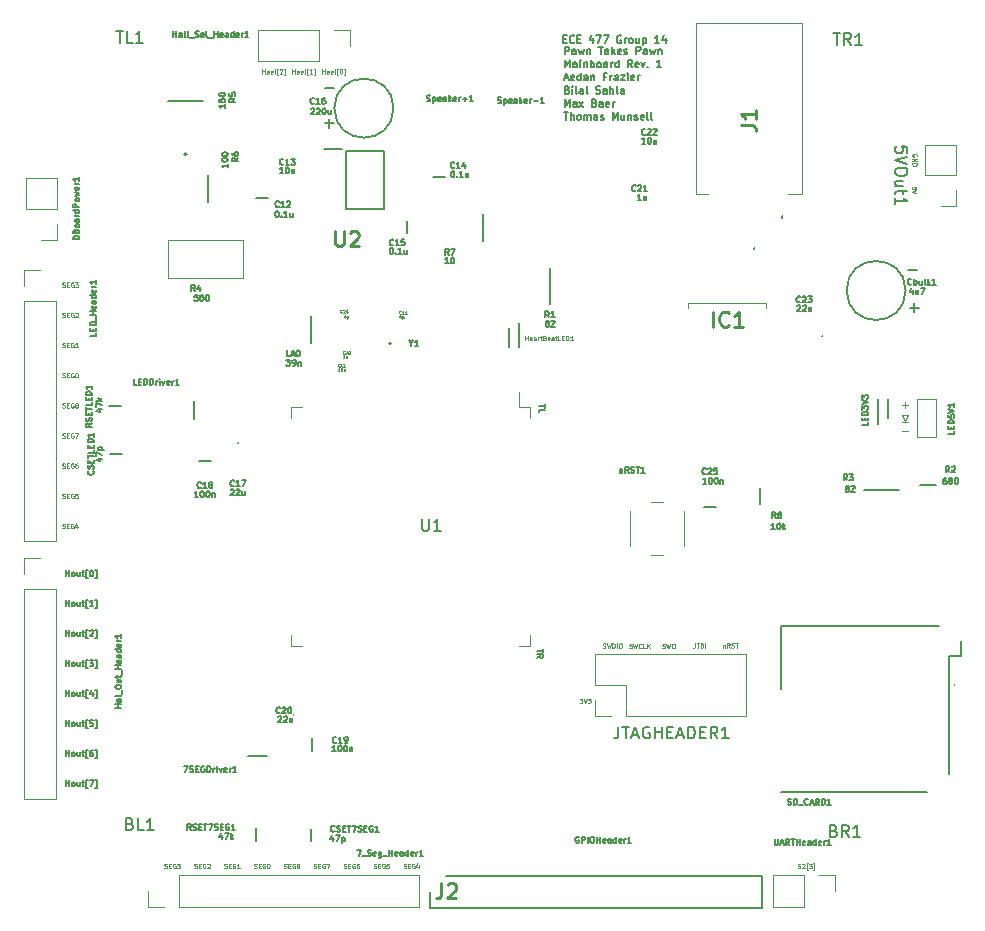
<source format=gbr>
G04 #@! TF.GenerationSoftware,KiCad,Pcbnew,(5.1.10)-1*
G04 #@! TF.CreationDate,2021-10-20T16:57:21-04:00*
G04 #@! TF.ProjectId,Main_Board,4d61696e-5f42-46f6-9172-642e6b696361,rev?*
G04 #@! TF.SameCoordinates,Original*
G04 #@! TF.FileFunction,Legend,Top*
G04 #@! TF.FilePolarity,Positive*
%FSLAX46Y46*%
G04 Gerber Fmt 4.6, Leading zero omitted, Abs format (unit mm)*
G04 Created by KiCad (PCBNEW (5.1.10)-1) date 2021-10-20 16:57:21*
%MOMM*%
%LPD*%
G01*
G04 APERTURE LIST*
%ADD10C,0.127000*%
%ADD11C,0.095250*%
%ADD12C,0.063500*%
%ADD13C,0.150000*%
%ADD14C,0.158750*%
%ADD15C,0.120000*%
%ADD16C,0.200000*%
%ADD17C,0.100000*%
%ADD18C,0.254000*%
G04 APERTURE END LIST*
D10*
X133758214Y-93726000D02*
X133709833Y-93701809D01*
X133637261Y-93701809D01*
X133564690Y-93726000D01*
X133516309Y-93774380D01*
X133492119Y-93822761D01*
X133467928Y-93919523D01*
X133467928Y-93992095D01*
X133492119Y-94088857D01*
X133516309Y-94137238D01*
X133564690Y-94185619D01*
X133637261Y-94209809D01*
X133685642Y-94209809D01*
X133758214Y-94185619D01*
X133782404Y-94161428D01*
X133782404Y-93992095D01*
X133685642Y-93992095D01*
X134000119Y-94209809D02*
X134000119Y-93701809D01*
X134193642Y-93701809D01*
X134242023Y-93726000D01*
X134266214Y-93750190D01*
X134290404Y-93798571D01*
X134290404Y-93871142D01*
X134266214Y-93919523D01*
X134242023Y-93943714D01*
X134193642Y-93967904D01*
X134000119Y-93967904D01*
X134508119Y-94209809D02*
X134508119Y-93701809D01*
X134846785Y-93701809D02*
X134943547Y-93701809D01*
X134991928Y-93726000D01*
X135040309Y-93774380D01*
X135064500Y-93871142D01*
X135064500Y-94040476D01*
X135040309Y-94137238D01*
X134991928Y-94185619D01*
X134943547Y-94209809D01*
X134846785Y-94209809D01*
X134798404Y-94185619D01*
X134750023Y-94137238D01*
X134725833Y-94040476D01*
X134725833Y-93871142D01*
X134750023Y-93774380D01*
X134798404Y-93726000D01*
X134846785Y-93701809D01*
X135282214Y-94209809D02*
X135282214Y-93701809D01*
X135282214Y-93943714D02*
X135572500Y-93943714D01*
X135572500Y-94209809D02*
X135572500Y-93701809D01*
X136007928Y-94185619D02*
X135959547Y-94209809D01*
X135862785Y-94209809D01*
X135814404Y-94185619D01*
X135790214Y-94137238D01*
X135790214Y-93943714D01*
X135814404Y-93895333D01*
X135862785Y-93871142D01*
X135959547Y-93871142D01*
X136007928Y-93895333D01*
X136032119Y-93943714D01*
X136032119Y-93992095D01*
X135790214Y-94040476D01*
X136467547Y-94209809D02*
X136467547Y-93943714D01*
X136443357Y-93895333D01*
X136394976Y-93871142D01*
X136298214Y-93871142D01*
X136249833Y-93895333D01*
X136467547Y-94185619D02*
X136419166Y-94209809D01*
X136298214Y-94209809D01*
X136249833Y-94185619D01*
X136225642Y-94137238D01*
X136225642Y-94088857D01*
X136249833Y-94040476D01*
X136298214Y-94016285D01*
X136419166Y-94016285D01*
X136467547Y-93992095D01*
X136927166Y-94209809D02*
X136927166Y-93701809D01*
X136927166Y-94185619D02*
X136878785Y-94209809D01*
X136782023Y-94209809D01*
X136733642Y-94185619D01*
X136709452Y-94161428D01*
X136685261Y-94113047D01*
X136685261Y-93967904D01*
X136709452Y-93919523D01*
X136733642Y-93895333D01*
X136782023Y-93871142D01*
X136878785Y-93871142D01*
X136927166Y-93895333D01*
X137362595Y-94185619D02*
X137314214Y-94209809D01*
X137217452Y-94209809D01*
X137169071Y-94185619D01*
X137144880Y-94137238D01*
X137144880Y-93943714D01*
X137169071Y-93895333D01*
X137217452Y-93871142D01*
X137314214Y-93871142D01*
X137362595Y-93895333D01*
X137386785Y-93943714D01*
X137386785Y-93992095D01*
X137144880Y-94040476D01*
X137604500Y-94209809D02*
X137604500Y-93871142D01*
X137604500Y-93967904D02*
X137628690Y-93919523D01*
X137652880Y-93895333D01*
X137701261Y-93871142D01*
X137749642Y-93871142D01*
X138185071Y-94209809D02*
X137894785Y-94209809D01*
X138039928Y-94209809D02*
X138039928Y-93701809D01*
X137991547Y-93774380D01*
X137943166Y-93822761D01*
X137894785Y-93846952D01*
D11*
X152309285Y-96369414D02*
X152363714Y-96387557D01*
X152454428Y-96387557D01*
X152490714Y-96369414D01*
X152508857Y-96351271D01*
X152527000Y-96314985D01*
X152527000Y-96278700D01*
X152508857Y-96242414D01*
X152490714Y-96224271D01*
X152454428Y-96206128D01*
X152381857Y-96187985D01*
X152345571Y-96169842D01*
X152327428Y-96151700D01*
X152309285Y-96115414D01*
X152309285Y-96079128D01*
X152327428Y-96042842D01*
X152345571Y-96024700D01*
X152381857Y-96006557D01*
X152472571Y-96006557D01*
X152527000Y-96024700D01*
X152672142Y-96042842D02*
X152690285Y-96024700D01*
X152726571Y-96006557D01*
X152817285Y-96006557D01*
X152853571Y-96024700D01*
X152871714Y-96042842D01*
X152889857Y-96079128D01*
X152889857Y-96115414D01*
X152871714Y-96169842D01*
X152654000Y-96387557D01*
X152889857Y-96387557D01*
X153162000Y-96514557D02*
X153071285Y-96514557D01*
X153071285Y-95970271D01*
X153162000Y-95970271D01*
X153270857Y-96006557D02*
X153506714Y-96006557D01*
X153379714Y-96151700D01*
X153434142Y-96151700D01*
X153470428Y-96169842D01*
X153488571Y-96187985D01*
X153506714Y-96224271D01*
X153506714Y-96314985D01*
X153488571Y-96351271D01*
X153470428Y-96369414D01*
X153434142Y-96387557D01*
X153325285Y-96387557D01*
X153289000Y-96369414D01*
X153270857Y-96351271D01*
X153633714Y-96514557D02*
X153724428Y-96514557D01*
X153724428Y-95970271D01*
X153633714Y-95970271D01*
X143620671Y-77337557D02*
X143620671Y-77609700D01*
X143602528Y-77664128D01*
X143566242Y-77700414D01*
X143511814Y-77718557D01*
X143475528Y-77718557D01*
X143747671Y-77337557D02*
X143965385Y-77337557D01*
X143856528Y-77718557D02*
X143856528Y-77337557D01*
X144092385Y-77718557D02*
X144092385Y-77337557D01*
X144183100Y-77337557D01*
X144237528Y-77355700D01*
X144273814Y-77391985D01*
X144291957Y-77428271D01*
X144310100Y-77500842D01*
X144310100Y-77555271D01*
X144291957Y-77627842D01*
X144273814Y-77664128D01*
X144237528Y-77700414D01*
X144183100Y-77718557D01*
X144092385Y-77718557D01*
X144473385Y-77718557D02*
X144473385Y-77337557D01*
X140850257Y-77725814D02*
X140904685Y-77743957D01*
X140995400Y-77743957D01*
X141031685Y-77725814D01*
X141049828Y-77707671D01*
X141067971Y-77671385D01*
X141067971Y-77635100D01*
X141049828Y-77598814D01*
X141031685Y-77580671D01*
X140995400Y-77562528D01*
X140922828Y-77544385D01*
X140886542Y-77526242D01*
X140868400Y-77508100D01*
X140850257Y-77471814D01*
X140850257Y-77435528D01*
X140868400Y-77399242D01*
X140886542Y-77381100D01*
X140922828Y-77362957D01*
X141013542Y-77362957D01*
X141067971Y-77381100D01*
X141194971Y-77362957D02*
X141285685Y-77743957D01*
X141358257Y-77471814D01*
X141430828Y-77743957D01*
X141521542Y-77362957D01*
X141739257Y-77362957D02*
X141811828Y-77362957D01*
X141848114Y-77381100D01*
X141884400Y-77417385D01*
X141902542Y-77489957D01*
X141902542Y-77616957D01*
X141884400Y-77689528D01*
X141848114Y-77725814D01*
X141811828Y-77743957D01*
X141739257Y-77743957D01*
X141702971Y-77725814D01*
X141666685Y-77689528D01*
X141648542Y-77616957D01*
X141648542Y-77489957D01*
X141666685Y-77417385D01*
X141702971Y-77381100D01*
X141739257Y-77362957D01*
X138050814Y-77725814D02*
X138105242Y-77743957D01*
X138195957Y-77743957D01*
X138232242Y-77725814D01*
X138250385Y-77707671D01*
X138268528Y-77671385D01*
X138268528Y-77635100D01*
X138250385Y-77598814D01*
X138232242Y-77580671D01*
X138195957Y-77562528D01*
X138123385Y-77544385D01*
X138087100Y-77526242D01*
X138068957Y-77508100D01*
X138050814Y-77471814D01*
X138050814Y-77435528D01*
X138068957Y-77399242D01*
X138087100Y-77381100D01*
X138123385Y-77362957D01*
X138214100Y-77362957D01*
X138268528Y-77381100D01*
X138395528Y-77362957D02*
X138486242Y-77743957D01*
X138558814Y-77471814D01*
X138631385Y-77743957D01*
X138722100Y-77362957D01*
X139084957Y-77707671D02*
X139066814Y-77725814D01*
X139012385Y-77743957D01*
X138976100Y-77743957D01*
X138921671Y-77725814D01*
X138885385Y-77689528D01*
X138867242Y-77653242D01*
X138849100Y-77580671D01*
X138849100Y-77526242D01*
X138867242Y-77453671D01*
X138885385Y-77417385D01*
X138921671Y-77381100D01*
X138976100Y-77362957D01*
X139012385Y-77362957D01*
X139066814Y-77381100D01*
X139084957Y-77399242D01*
X139429671Y-77743957D02*
X139248242Y-77743957D01*
X139248242Y-77362957D01*
X139556671Y-77743957D02*
X139556671Y-77362957D01*
X139774385Y-77743957D02*
X139611100Y-77526242D01*
X139774385Y-77362957D02*
X139556671Y-77580671D01*
X135793842Y-77700414D02*
X135848271Y-77718557D01*
X135938985Y-77718557D01*
X135975271Y-77700414D01*
X135993414Y-77682271D01*
X136011557Y-77645985D01*
X136011557Y-77609700D01*
X135993414Y-77573414D01*
X135975271Y-77555271D01*
X135938985Y-77537128D01*
X135866414Y-77518985D01*
X135830128Y-77500842D01*
X135811985Y-77482700D01*
X135793842Y-77446414D01*
X135793842Y-77410128D01*
X135811985Y-77373842D01*
X135830128Y-77355700D01*
X135866414Y-77337557D01*
X135957128Y-77337557D01*
X136011557Y-77355700D01*
X136138557Y-77337557D02*
X136229271Y-77718557D01*
X136301842Y-77446414D01*
X136374414Y-77718557D01*
X136465128Y-77337557D01*
X136610271Y-77718557D02*
X136610271Y-77337557D01*
X136700985Y-77337557D01*
X136755414Y-77355700D01*
X136791700Y-77391985D01*
X136809842Y-77428271D01*
X136827985Y-77500842D01*
X136827985Y-77555271D01*
X136809842Y-77627842D01*
X136791700Y-77664128D01*
X136755414Y-77700414D01*
X136700985Y-77718557D01*
X136610271Y-77718557D01*
X136991271Y-77718557D02*
X136991271Y-77337557D01*
X137245271Y-77337557D02*
X137317842Y-77337557D01*
X137354128Y-77355700D01*
X137390414Y-77391985D01*
X137408557Y-77464557D01*
X137408557Y-77591557D01*
X137390414Y-77664128D01*
X137354128Y-77700414D01*
X137317842Y-77718557D01*
X137245271Y-77718557D01*
X137208985Y-77700414D01*
X137172700Y-77664128D01*
X137154557Y-77591557D01*
X137154557Y-77464557D01*
X137172700Y-77391985D01*
X137208985Y-77355700D01*
X137245271Y-77337557D01*
X145984685Y-77439157D02*
X145984685Y-77693157D01*
X145984685Y-77475442D02*
X146002828Y-77457300D01*
X146039114Y-77439157D01*
X146093542Y-77439157D01*
X146129828Y-77457300D01*
X146147971Y-77493585D01*
X146147971Y-77693157D01*
X146547114Y-77693157D02*
X146420114Y-77511728D01*
X146329400Y-77693157D02*
X146329400Y-77312157D01*
X146474542Y-77312157D01*
X146510828Y-77330300D01*
X146528971Y-77348442D01*
X146547114Y-77384728D01*
X146547114Y-77439157D01*
X146528971Y-77475442D01*
X146510828Y-77493585D01*
X146474542Y-77511728D01*
X146329400Y-77511728D01*
X146692257Y-77675014D02*
X146746685Y-77693157D01*
X146837400Y-77693157D01*
X146873685Y-77675014D01*
X146891828Y-77656871D01*
X146909971Y-77620585D01*
X146909971Y-77584300D01*
X146891828Y-77548014D01*
X146873685Y-77529871D01*
X146837400Y-77511728D01*
X146764828Y-77493585D01*
X146728542Y-77475442D01*
X146710400Y-77457300D01*
X146692257Y-77421014D01*
X146692257Y-77384728D01*
X146710400Y-77348442D01*
X146728542Y-77330300D01*
X146764828Y-77312157D01*
X146855542Y-77312157D01*
X146909971Y-77330300D01*
X147018828Y-77312157D02*
X147236542Y-77312157D01*
X147127685Y-77693157D02*
X147127685Y-77312157D01*
X133843485Y-82011157D02*
X134079342Y-82011157D01*
X133952342Y-82156300D01*
X134006771Y-82156300D01*
X134043057Y-82174442D01*
X134061200Y-82192585D01*
X134079342Y-82228871D01*
X134079342Y-82319585D01*
X134061200Y-82355871D01*
X134043057Y-82374014D01*
X134006771Y-82392157D01*
X133897914Y-82392157D01*
X133861628Y-82374014D01*
X133843485Y-82355871D01*
X134188200Y-82011157D02*
X134315200Y-82392157D01*
X134442200Y-82011157D01*
X134532914Y-82011157D02*
X134768771Y-82011157D01*
X134641771Y-82156300D01*
X134696200Y-82156300D01*
X134732485Y-82174442D01*
X134750628Y-82192585D01*
X134768771Y-82228871D01*
X134768771Y-82319585D01*
X134750628Y-82355871D01*
X134732485Y-82374014D01*
X134696200Y-82392157D01*
X134587342Y-82392157D01*
X134551057Y-82374014D01*
X134532914Y-82355871D01*
X98686257Y-96344014D02*
X98740685Y-96362157D01*
X98831400Y-96362157D01*
X98867685Y-96344014D01*
X98885828Y-96325871D01*
X98903971Y-96289585D01*
X98903971Y-96253300D01*
X98885828Y-96217014D01*
X98867685Y-96198871D01*
X98831400Y-96180728D01*
X98758828Y-96162585D01*
X98722542Y-96144442D01*
X98704400Y-96126300D01*
X98686257Y-96090014D01*
X98686257Y-96053728D01*
X98704400Y-96017442D01*
X98722542Y-95999300D01*
X98758828Y-95981157D01*
X98849542Y-95981157D01*
X98903971Y-95999300D01*
X99067257Y-96162585D02*
X99194257Y-96162585D01*
X99248685Y-96362157D02*
X99067257Y-96362157D01*
X99067257Y-95981157D01*
X99248685Y-95981157D01*
X99611542Y-95999300D02*
X99575257Y-95981157D01*
X99520828Y-95981157D01*
X99466400Y-95999300D01*
X99430114Y-96035585D01*
X99411971Y-96071871D01*
X99393828Y-96144442D01*
X99393828Y-96198871D01*
X99411971Y-96271442D01*
X99430114Y-96307728D01*
X99466400Y-96344014D01*
X99520828Y-96362157D01*
X99557114Y-96362157D01*
X99611542Y-96344014D01*
X99629685Y-96325871D01*
X99629685Y-96198871D01*
X99557114Y-96198871D01*
X99756685Y-95981157D02*
X99992542Y-95981157D01*
X99865542Y-96126300D01*
X99919971Y-96126300D01*
X99956257Y-96144442D01*
X99974400Y-96162585D01*
X99992542Y-96198871D01*
X99992542Y-96289585D01*
X99974400Y-96325871D01*
X99956257Y-96344014D01*
X99919971Y-96362157D01*
X99811114Y-96362157D01*
X99774828Y-96344014D01*
X99756685Y-96325871D01*
X118930057Y-96344014D02*
X118984485Y-96362157D01*
X119075200Y-96362157D01*
X119111485Y-96344014D01*
X119129628Y-96325871D01*
X119147771Y-96289585D01*
X119147771Y-96253300D01*
X119129628Y-96217014D01*
X119111485Y-96198871D01*
X119075200Y-96180728D01*
X119002628Y-96162585D01*
X118966342Y-96144442D01*
X118948200Y-96126300D01*
X118930057Y-96090014D01*
X118930057Y-96053728D01*
X118948200Y-96017442D01*
X118966342Y-95999300D01*
X119002628Y-95981157D01*
X119093342Y-95981157D01*
X119147771Y-95999300D01*
X119311057Y-96162585D02*
X119438057Y-96162585D01*
X119492485Y-96362157D02*
X119311057Y-96362157D01*
X119311057Y-95981157D01*
X119492485Y-95981157D01*
X119855342Y-95999300D02*
X119819057Y-95981157D01*
X119764628Y-95981157D01*
X119710200Y-95999300D01*
X119673914Y-96035585D01*
X119655771Y-96071871D01*
X119637628Y-96144442D01*
X119637628Y-96198871D01*
X119655771Y-96271442D01*
X119673914Y-96307728D01*
X119710200Y-96344014D01*
X119764628Y-96362157D01*
X119800914Y-96362157D01*
X119855342Y-96344014D01*
X119873485Y-96325871D01*
X119873485Y-96198871D01*
X119800914Y-96198871D01*
X120200057Y-96108157D02*
X120200057Y-96362157D01*
X120109342Y-95963014D02*
X120018628Y-96235157D01*
X120254485Y-96235157D01*
X106277682Y-96344014D02*
X106332110Y-96362157D01*
X106422825Y-96362157D01*
X106459110Y-96344014D01*
X106477253Y-96325871D01*
X106495396Y-96289585D01*
X106495396Y-96253300D01*
X106477253Y-96217014D01*
X106459110Y-96198871D01*
X106422825Y-96180728D01*
X106350253Y-96162585D01*
X106313967Y-96144442D01*
X106295825Y-96126300D01*
X106277682Y-96090014D01*
X106277682Y-96053728D01*
X106295825Y-96017442D01*
X106313967Y-95999300D01*
X106350253Y-95981157D01*
X106440967Y-95981157D01*
X106495396Y-95999300D01*
X106658682Y-96162585D02*
X106785682Y-96162585D01*
X106840110Y-96362157D02*
X106658682Y-96362157D01*
X106658682Y-95981157D01*
X106840110Y-95981157D01*
X107202967Y-95999300D02*
X107166682Y-95981157D01*
X107112253Y-95981157D01*
X107057825Y-95999300D01*
X107021539Y-96035585D01*
X107003396Y-96071871D01*
X106985253Y-96144442D01*
X106985253Y-96198871D01*
X107003396Y-96271442D01*
X107021539Y-96307728D01*
X107057825Y-96344014D01*
X107112253Y-96362157D01*
X107148539Y-96362157D01*
X107202967Y-96344014D01*
X107221110Y-96325871D01*
X107221110Y-96198871D01*
X107148539Y-96198871D01*
X107456967Y-95981157D02*
X107493253Y-95981157D01*
X107529539Y-95999300D01*
X107547682Y-96017442D01*
X107565825Y-96053728D01*
X107583967Y-96126300D01*
X107583967Y-96217014D01*
X107565825Y-96289585D01*
X107547682Y-96325871D01*
X107529539Y-96344014D01*
X107493253Y-96362157D01*
X107456967Y-96362157D01*
X107420682Y-96344014D01*
X107402539Y-96325871D01*
X107384396Y-96289585D01*
X107366253Y-96217014D01*
X107366253Y-96126300D01*
X107384396Y-96053728D01*
X107402539Y-96017442D01*
X107420682Y-95999300D01*
X107456967Y-95981157D01*
X116399582Y-96344014D02*
X116454010Y-96362157D01*
X116544725Y-96362157D01*
X116581010Y-96344014D01*
X116599153Y-96325871D01*
X116617296Y-96289585D01*
X116617296Y-96253300D01*
X116599153Y-96217014D01*
X116581010Y-96198871D01*
X116544725Y-96180728D01*
X116472153Y-96162585D01*
X116435867Y-96144442D01*
X116417725Y-96126300D01*
X116399582Y-96090014D01*
X116399582Y-96053728D01*
X116417725Y-96017442D01*
X116435867Y-95999300D01*
X116472153Y-95981157D01*
X116562867Y-95981157D01*
X116617296Y-95999300D01*
X116780582Y-96162585D02*
X116907582Y-96162585D01*
X116962010Y-96362157D02*
X116780582Y-96362157D01*
X116780582Y-95981157D01*
X116962010Y-95981157D01*
X117324867Y-95999300D02*
X117288582Y-95981157D01*
X117234153Y-95981157D01*
X117179725Y-95999300D01*
X117143439Y-96035585D01*
X117125296Y-96071871D01*
X117107153Y-96144442D01*
X117107153Y-96198871D01*
X117125296Y-96271442D01*
X117143439Y-96307728D01*
X117179725Y-96344014D01*
X117234153Y-96362157D01*
X117270439Y-96362157D01*
X117324867Y-96344014D01*
X117343010Y-96325871D01*
X117343010Y-96198871D01*
X117270439Y-96198871D01*
X117687725Y-95981157D02*
X117506296Y-95981157D01*
X117488153Y-96162585D01*
X117506296Y-96144442D01*
X117542582Y-96126300D01*
X117633296Y-96126300D01*
X117669582Y-96144442D01*
X117687725Y-96162585D01*
X117705867Y-96198871D01*
X117705867Y-96289585D01*
X117687725Y-96325871D01*
X117669582Y-96344014D01*
X117633296Y-96362157D01*
X117542582Y-96362157D01*
X117506296Y-96344014D01*
X117488153Y-96325871D01*
X108808157Y-96344014D02*
X108862585Y-96362157D01*
X108953300Y-96362157D01*
X108989585Y-96344014D01*
X109007728Y-96325871D01*
X109025871Y-96289585D01*
X109025871Y-96253300D01*
X109007728Y-96217014D01*
X108989585Y-96198871D01*
X108953300Y-96180728D01*
X108880728Y-96162585D01*
X108844442Y-96144442D01*
X108826300Y-96126300D01*
X108808157Y-96090014D01*
X108808157Y-96053728D01*
X108826300Y-96017442D01*
X108844442Y-95999300D01*
X108880728Y-95981157D01*
X108971442Y-95981157D01*
X109025871Y-95999300D01*
X109189157Y-96162585D02*
X109316157Y-96162585D01*
X109370585Y-96362157D02*
X109189157Y-96362157D01*
X109189157Y-95981157D01*
X109370585Y-95981157D01*
X109733442Y-95999300D02*
X109697157Y-95981157D01*
X109642728Y-95981157D01*
X109588300Y-95999300D01*
X109552014Y-96035585D01*
X109533871Y-96071871D01*
X109515728Y-96144442D01*
X109515728Y-96198871D01*
X109533871Y-96271442D01*
X109552014Y-96307728D01*
X109588300Y-96344014D01*
X109642728Y-96362157D01*
X109679014Y-96362157D01*
X109733442Y-96344014D01*
X109751585Y-96325871D01*
X109751585Y-96198871D01*
X109679014Y-96198871D01*
X109969300Y-96144442D02*
X109933014Y-96126300D01*
X109914871Y-96108157D01*
X109896728Y-96071871D01*
X109896728Y-96053728D01*
X109914871Y-96017442D01*
X109933014Y-95999300D01*
X109969300Y-95981157D01*
X110041871Y-95981157D01*
X110078157Y-95999300D01*
X110096300Y-96017442D01*
X110114442Y-96053728D01*
X110114442Y-96071871D01*
X110096300Y-96108157D01*
X110078157Y-96126300D01*
X110041871Y-96144442D01*
X109969300Y-96144442D01*
X109933014Y-96162585D01*
X109914871Y-96180728D01*
X109896728Y-96217014D01*
X109896728Y-96289585D01*
X109914871Y-96325871D01*
X109933014Y-96344014D01*
X109969300Y-96362157D01*
X110041871Y-96362157D01*
X110078157Y-96344014D01*
X110096300Y-96325871D01*
X110114442Y-96289585D01*
X110114442Y-96217014D01*
X110096300Y-96180728D01*
X110078157Y-96162585D01*
X110041871Y-96144442D01*
X101216732Y-96344014D02*
X101271160Y-96362157D01*
X101361875Y-96362157D01*
X101398160Y-96344014D01*
X101416303Y-96325871D01*
X101434446Y-96289585D01*
X101434446Y-96253300D01*
X101416303Y-96217014D01*
X101398160Y-96198871D01*
X101361875Y-96180728D01*
X101289303Y-96162585D01*
X101253017Y-96144442D01*
X101234875Y-96126300D01*
X101216732Y-96090014D01*
X101216732Y-96053728D01*
X101234875Y-96017442D01*
X101253017Y-95999300D01*
X101289303Y-95981157D01*
X101380017Y-95981157D01*
X101434446Y-95999300D01*
X101597732Y-96162585D02*
X101724732Y-96162585D01*
X101779160Y-96362157D02*
X101597732Y-96362157D01*
X101597732Y-95981157D01*
X101779160Y-95981157D01*
X102142017Y-95999300D02*
X102105732Y-95981157D01*
X102051303Y-95981157D01*
X101996875Y-95999300D01*
X101960589Y-96035585D01*
X101942446Y-96071871D01*
X101924303Y-96144442D01*
X101924303Y-96198871D01*
X101942446Y-96271442D01*
X101960589Y-96307728D01*
X101996875Y-96344014D01*
X102051303Y-96362157D01*
X102087589Y-96362157D01*
X102142017Y-96344014D01*
X102160160Y-96325871D01*
X102160160Y-96198871D01*
X102087589Y-96198871D01*
X102305303Y-96017442D02*
X102323446Y-95999300D01*
X102359732Y-95981157D01*
X102450446Y-95981157D01*
X102486732Y-95999300D01*
X102504875Y-96017442D01*
X102523017Y-96053728D01*
X102523017Y-96090014D01*
X102504875Y-96144442D01*
X102287160Y-96362157D01*
X102523017Y-96362157D01*
X113869107Y-96344014D02*
X113923535Y-96362157D01*
X114014250Y-96362157D01*
X114050535Y-96344014D01*
X114068678Y-96325871D01*
X114086821Y-96289585D01*
X114086821Y-96253300D01*
X114068678Y-96217014D01*
X114050535Y-96198871D01*
X114014250Y-96180728D01*
X113941678Y-96162585D01*
X113905392Y-96144442D01*
X113887250Y-96126300D01*
X113869107Y-96090014D01*
X113869107Y-96053728D01*
X113887250Y-96017442D01*
X113905392Y-95999300D01*
X113941678Y-95981157D01*
X114032392Y-95981157D01*
X114086821Y-95999300D01*
X114250107Y-96162585D02*
X114377107Y-96162585D01*
X114431535Y-96362157D02*
X114250107Y-96362157D01*
X114250107Y-95981157D01*
X114431535Y-95981157D01*
X114794392Y-95999300D02*
X114758107Y-95981157D01*
X114703678Y-95981157D01*
X114649250Y-95999300D01*
X114612964Y-96035585D01*
X114594821Y-96071871D01*
X114576678Y-96144442D01*
X114576678Y-96198871D01*
X114594821Y-96271442D01*
X114612964Y-96307728D01*
X114649250Y-96344014D01*
X114703678Y-96362157D01*
X114739964Y-96362157D01*
X114794392Y-96344014D01*
X114812535Y-96325871D01*
X114812535Y-96198871D01*
X114739964Y-96198871D01*
X115139107Y-95981157D02*
X115066535Y-95981157D01*
X115030250Y-95999300D01*
X115012107Y-96017442D01*
X114975821Y-96071871D01*
X114957678Y-96144442D01*
X114957678Y-96289585D01*
X114975821Y-96325871D01*
X114993964Y-96344014D01*
X115030250Y-96362157D01*
X115102821Y-96362157D01*
X115139107Y-96344014D01*
X115157250Y-96325871D01*
X115175392Y-96289585D01*
X115175392Y-96198871D01*
X115157250Y-96162585D01*
X115139107Y-96144442D01*
X115102821Y-96126300D01*
X115030250Y-96126300D01*
X114993964Y-96144442D01*
X114975821Y-96162585D01*
X114957678Y-96198871D01*
X103747207Y-96344014D02*
X103801635Y-96362157D01*
X103892350Y-96362157D01*
X103928635Y-96344014D01*
X103946778Y-96325871D01*
X103964921Y-96289585D01*
X103964921Y-96253300D01*
X103946778Y-96217014D01*
X103928635Y-96198871D01*
X103892350Y-96180728D01*
X103819778Y-96162585D01*
X103783492Y-96144442D01*
X103765350Y-96126300D01*
X103747207Y-96090014D01*
X103747207Y-96053728D01*
X103765350Y-96017442D01*
X103783492Y-95999300D01*
X103819778Y-95981157D01*
X103910492Y-95981157D01*
X103964921Y-95999300D01*
X104128207Y-96162585D02*
X104255207Y-96162585D01*
X104309635Y-96362157D02*
X104128207Y-96362157D01*
X104128207Y-95981157D01*
X104309635Y-95981157D01*
X104672492Y-95999300D02*
X104636207Y-95981157D01*
X104581778Y-95981157D01*
X104527350Y-95999300D01*
X104491064Y-96035585D01*
X104472921Y-96071871D01*
X104454778Y-96144442D01*
X104454778Y-96198871D01*
X104472921Y-96271442D01*
X104491064Y-96307728D01*
X104527350Y-96344014D01*
X104581778Y-96362157D01*
X104618064Y-96362157D01*
X104672492Y-96344014D01*
X104690635Y-96325871D01*
X104690635Y-96198871D01*
X104618064Y-96198871D01*
X105053492Y-96362157D02*
X104835778Y-96362157D01*
X104944635Y-96362157D02*
X104944635Y-95981157D01*
X104908350Y-96035585D01*
X104872064Y-96071871D01*
X104835778Y-96090014D01*
X111338632Y-96344014D02*
X111393060Y-96362157D01*
X111483775Y-96362157D01*
X111520060Y-96344014D01*
X111538203Y-96325871D01*
X111556346Y-96289585D01*
X111556346Y-96253300D01*
X111538203Y-96217014D01*
X111520060Y-96198871D01*
X111483775Y-96180728D01*
X111411203Y-96162585D01*
X111374917Y-96144442D01*
X111356775Y-96126300D01*
X111338632Y-96090014D01*
X111338632Y-96053728D01*
X111356775Y-96017442D01*
X111374917Y-95999300D01*
X111411203Y-95981157D01*
X111501917Y-95981157D01*
X111556346Y-95999300D01*
X111719632Y-96162585D02*
X111846632Y-96162585D01*
X111901060Y-96362157D02*
X111719632Y-96362157D01*
X111719632Y-95981157D01*
X111901060Y-95981157D01*
X112263917Y-95999300D02*
X112227632Y-95981157D01*
X112173203Y-95981157D01*
X112118775Y-95999300D01*
X112082489Y-96035585D01*
X112064346Y-96071871D01*
X112046203Y-96144442D01*
X112046203Y-96198871D01*
X112064346Y-96271442D01*
X112082489Y-96307728D01*
X112118775Y-96344014D01*
X112173203Y-96362157D01*
X112209489Y-96362157D01*
X112263917Y-96344014D01*
X112282060Y-96325871D01*
X112282060Y-96198871D01*
X112209489Y-96198871D01*
X112409060Y-95981157D02*
X112663060Y-95981157D01*
X112499775Y-96362157D01*
X90050257Y-67565814D02*
X90104685Y-67583957D01*
X90195400Y-67583957D01*
X90231685Y-67565814D01*
X90249828Y-67547671D01*
X90267971Y-67511385D01*
X90267971Y-67475100D01*
X90249828Y-67438814D01*
X90231685Y-67420671D01*
X90195400Y-67402528D01*
X90122828Y-67384385D01*
X90086542Y-67366242D01*
X90068400Y-67348100D01*
X90050257Y-67311814D01*
X90050257Y-67275528D01*
X90068400Y-67239242D01*
X90086542Y-67221100D01*
X90122828Y-67202957D01*
X90213542Y-67202957D01*
X90267971Y-67221100D01*
X90431257Y-67384385D02*
X90558257Y-67384385D01*
X90612685Y-67583957D02*
X90431257Y-67583957D01*
X90431257Y-67202957D01*
X90612685Y-67202957D01*
X90975542Y-67221100D02*
X90939257Y-67202957D01*
X90884828Y-67202957D01*
X90830400Y-67221100D01*
X90794114Y-67257385D01*
X90775971Y-67293671D01*
X90757828Y-67366242D01*
X90757828Y-67420671D01*
X90775971Y-67493242D01*
X90794114Y-67529528D01*
X90830400Y-67565814D01*
X90884828Y-67583957D01*
X90921114Y-67583957D01*
X90975542Y-67565814D01*
X90993685Y-67547671D01*
X90993685Y-67420671D01*
X90921114Y-67420671D01*
X91320257Y-67329957D02*
X91320257Y-67583957D01*
X91229542Y-67184814D02*
X91138828Y-67456957D01*
X91374685Y-67456957D01*
X90050257Y-65013114D02*
X90104685Y-65031257D01*
X90195400Y-65031257D01*
X90231685Y-65013114D01*
X90249828Y-64994971D01*
X90267971Y-64958685D01*
X90267971Y-64922400D01*
X90249828Y-64886114D01*
X90231685Y-64867971D01*
X90195400Y-64849828D01*
X90122828Y-64831685D01*
X90086542Y-64813542D01*
X90068400Y-64795400D01*
X90050257Y-64759114D01*
X90050257Y-64722828D01*
X90068400Y-64686542D01*
X90086542Y-64668400D01*
X90122828Y-64650257D01*
X90213542Y-64650257D01*
X90267971Y-64668400D01*
X90431257Y-64831685D02*
X90558257Y-64831685D01*
X90612685Y-65031257D02*
X90431257Y-65031257D01*
X90431257Y-64650257D01*
X90612685Y-64650257D01*
X90975542Y-64668400D02*
X90939257Y-64650257D01*
X90884828Y-64650257D01*
X90830400Y-64668400D01*
X90794114Y-64704685D01*
X90775971Y-64740971D01*
X90757828Y-64813542D01*
X90757828Y-64867971D01*
X90775971Y-64940542D01*
X90794114Y-64976828D01*
X90830400Y-65013114D01*
X90884828Y-65031257D01*
X90921114Y-65031257D01*
X90975542Y-65013114D01*
X90993685Y-64994971D01*
X90993685Y-64867971D01*
X90921114Y-64867971D01*
X91338400Y-64650257D02*
X91156971Y-64650257D01*
X91138828Y-64831685D01*
X91156971Y-64813542D01*
X91193257Y-64795400D01*
X91283971Y-64795400D01*
X91320257Y-64813542D01*
X91338400Y-64831685D01*
X91356542Y-64867971D01*
X91356542Y-64958685D01*
X91338400Y-64994971D01*
X91320257Y-65013114D01*
X91283971Y-65031257D01*
X91193257Y-65031257D01*
X91156971Y-65013114D01*
X91138828Y-64994971D01*
X90050257Y-62460414D02*
X90104685Y-62478557D01*
X90195400Y-62478557D01*
X90231685Y-62460414D01*
X90249828Y-62442271D01*
X90267971Y-62405985D01*
X90267971Y-62369700D01*
X90249828Y-62333414D01*
X90231685Y-62315271D01*
X90195400Y-62297128D01*
X90122828Y-62278985D01*
X90086542Y-62260842D01*
X90068400Y-62242700D01*
X90050257Y-62206414D01*
X90050257Y-62170128D01*
X90068400Y-62133842D01*
X90086542Y-62115700D01*
X90122828Y-62097557D01*
X90213542Y-62097557D01*
X90267971Y-62115700D01*
X90431257Y-62278985D02*
X90558257Y-62278985D01*
X90612685Y-62478557D02*
X90431257Y-62478557D01*
X90431257Y-62097557D01*
X90612685Y-62097557D01*
X90975542Y-62115700D02*
X90939257Y-62097557D01*
X90884828Y-62097557D01*
X90830400Y-62115700D01*
X90794114Y-62151985D01*
X90775971Y-62188271D01*
X90757828Y-62260842D01*
X90757828Y-62315271D01*
X90775971Y-62387842D01*
X90794114Y-62424128D01*
X90830400Y-62460414D01*
X90884828Y-62478557D01*
X90921114Y-62478557D01*
X90975542Y-62460414D01*
X90993685Y-62442271D01*
X90993685Y-62315271D01*
X90921114Y-62315271D01*
X91320257Y-62097557D02*
X91247685Y-62097557D01*
X91211400Y-62115700D01*
X91193257Y-62133842D01*
X91156971Y-62188271D01*
X91138828Y-62260842D01*
X91138828Y-62405985D01*
X91156971Y-62442271D01*
X91175114Y-62460414D01*
X91211400Y-62478557D01*
X91283971Y-62478557D01*
X91320257Y-62460414D01*
X91338400Y-62442271D01*
X91356542Y-62405985D01*
X91356542Y-62315271D01*
X91338400Y-62278985D01*
X91320257Y-62260842D01*
X91283971Y-62242700D01*
X91211400Y-62242700D01*
X91175114Y-62260842D01*
X91156971Y-62278985D01*
X91138828Y-62315271D01*
X90050257Y-59907714D02*
X90104685Y-59925857D01*
X90195400Y-59925857D01*
X90231685Y-59907714D01*
X90249828Y-59889571D01*
X90267971Y-59853285D01*
X90267971Y-59817000D01*
X90249828Y-59780714D01*
X90231685Y-59762571D01*
X90195400Y-59744428D01*
X90122828Y-59726285D01*
X90086542Y-59708142D01*
X90068400Y-59690000D01*
X90050257Y-59653714D01*
X90050257Y-59617428D01*
X90068400Y-59581142D01*
X90086542Y-59563000D01*
X90122828Y-59544857D01*
X90213542Y-59544857D01*
X90267971Y-59563000D01*
X90431257Y-59726285D02*
X90558257Y-59726285D01*
X90612685Y-59925857D02*
X90431257Y-59925857D01*
X90431257Y-59544857D01*
X90612685Y-59544857D01*
X90975542Y-59563000D02*
X90939257Y-59544857D01*
X90884828Y-59544857D01*
X90830400Y-59563000D01*
X90794114Y-59599285D01*
X90775971Y-59635571D01*
X90757828Y-59708142D01*
X90757828Y-59762571D01*
X90775971Y-59835142D01*
X90794114Y-59871428D01*
X90830400Y-59907714D01*
X90884828Y-59925857D01*
X90921114Y-59925857D01*
X90975542Y-59907714D01*
X90993685Y-59889571D01*
X90993685Y-59762571D01*
X90921114Y-59762571D01*
X91120685Y-59544857D02*
X91374685Y-59544857D01*
X91211400Y-59925857D01*
X90050257Y-57355014D02*
X90104685Y-57373157D01*
X90195400Y-57373157D01*
X90231685Y-57355014D01*
X90249828Y-57336871D01*
X90267971Y-57300585D01*
X90267971Y-57264300D01*
X90249828Y-57228014D01*
X90231685Y-57209871D01*
X90195400Y-57191728D01*
X90122828Y-57173585D01*
X90086542Y-57155442D01*
X90068400Y-57137300D01*
X90050257Y-57101014D01*
X90050257Y-57064728D01*
X90068400Y-57028442D01*
X90086542Y-57010300D01*
X90122828Y-56992157D01*
X90213542Y-56992157D01*
X90267971Y-57010300D01*
X90431257Y-57173585D02*
X90558257Y-57173585D01*
X90612685Y-57373157D02*
X90431257Y-57373157D01*
X90431257Y-56992157D01*
X90612685Y-56992157D01*
X90975542Y-57010300D02*
X90939257Y-56992157D01*
X90884828Y-56992157D01*
X90830400Y-57010300D01*
X90794114Y-57046585D01*
X90775971Y-57082871D01*
X90757828Y-57155442D01*
X90757828Y-57209871D01*
X90775971Y-57282442D01*
X90794114Y-57318728D01*
X90830400Y-57355014D01*
X90884828Y-57373157D01*
X90921114Y-57373157D01*
X90975542Y-57355014D01*
X90993685Y-57336871D01*
X90993685Y-57209871D01*
X90921114Y-57209871D01*
X91211400Y-57155442D02*
X91175114Y-57137300D01*
X91156971Y-57119157D01*
X91138828Y-57082871D01*
X91138828Y-57064728D01*
X91156971Y-57028442D01*
X91175114Y-57010300D01*
X91211400Y-56992157D01*
X91283971Y-56992157D01*
X91320257Y-57010300D01*
X91338400Y-57028442D01*
X91356542Y-57064728D01*
X91356542Y-57082871D01*
X91338400Y-57119157D01*
X91320257Y-57137300D01*
X91283971Y-57155442D01*
X91211400Y-57155442D01*
X91175114Y-57173585D01*
X91156971Y-57191728D01*
X91138828Y-57228014D01*
X91138828Y-57300585D01*
X91156971Y-57336871D01*
X91175114Y-57355014D01*
X91211400Y-57373157D01*
X91283971Y-57373157D01*
X91320257Y-57355014D01*
X91338400Y-57336871D01*
X91356542Y-57300585D01*
X91356542Y-57228014D01*
X91338400Y-57191728D01*
X91320257Y-57173585D01*
X91283971Y-57155442D01*
X90050257Y-54802314D02*
X90104685Y-54820457D01*
X90195400Y-54820457D01*
X90231685Y-54802314D01*
X90249828Y-54784171D01*
X90267971Y-54747885D01*
X90267971Y-54711600D01*
X90249828Y-54675314D01*
X90231685Y-54657171D01*
X90195400Y-54639028D01*
X90122828Y-54620885D01*
X90086542Y-54602742D01*
X90068400Y-54584600D01*
X90050257Y-54548314D01*
X90050257Y-54512028D01*
X90068400Y-54475742D01*
X90086542Y-54457600D01*
X90122828Y-54439457D01*
X90213542Y-54439457D01*
X90267971Y-54457600D01*
X90431257Y-54620885D02*
X90558257Y-54620885D01*
X90612685Y-54820457D02*
X90431257Y-54820457D01*
X90431257Y-54439457D01*
X90612685Y-54439457D01*
X90975542Y-54457600D02*
X90939257Y-54439457D01*
X90884828Y-54439457D01*
X90830400Y-54457600D01*
X90794114Y-54493885D01*
X90775971Y-54530171D01*
X90757828Y-54602742D01*
X90757828Y-54657171D01*
X90775971Y-54729742D01*
X90794114Y-54766028D01*
X90830400Y-54802314D01*
X90884828Y-54820457D01*
X90921114Y-54820457D01*
X90975542Y-54802314D01*
X90993685Y-54784171D01*
X90993685Y-54657171D01*
X90921114Y-54657171D01*
X91229542Y-54439457D02*
X91265828Y-54439457D01*
X91302114Y-54457600D01*
X91320257Y-54475742D01*
X91338400Y-54512028D01*
X91356542Y-54584600D01*
X91356542Y-54675314D01*
X91338400Y-54747885D01*
X91320257Y-54784171D01*
X91302114Y-54802314D01*
X91265828Y-54820457D01*
X91229542Y-54820457D01*
X91193257Y-54802314D01*
X91175114Y-54784171D01*
X91156971Y-54747885D01*
X91138828Y-54675314D01*
X91138828Y-54584600D01*
X91156971Y-54512028D01*
X91175114Y-54475742D01*
X91193257Y-54457600D01*
X91229542Y-54439457D01*
X90050257Y-52249614D02*
X90104685Y-52267757D01*
X90195400Y-52267757D01*
X90231685Y-52249614D01*
X90249828Y-52231471D01*
X90267971Y-52195185D01*
X90267971Y-52158900D01*
X90249828Y-52122614D01*
X90231685Y-52104471D01*
X90195400Y-52086328D01*
X90122828Y-52068185D01*
X90086542Y-52050042D01*
X90068400Y-52031900D01*
X90050257Y-51995614D01*
X90050257Y-51959328D01*
X90068400Y-51923042D01*
X90086542Y-51904900D01*
X90122828Y-51886757D01*
X90213542Y-51886757D01*
X90267971Y-51904900D01*
X90431257Y-52068185D02*
X90558257Y-52068185D01*
X90612685Y-52267757D02*
X90431257Y-52267757D01*
X90431257Y-51886757D01*
X90612685Y-51886757D01*
X90975542Y-51904900D02*
X90939257Y-51886757D01*
X90884828Y-51886757D01*
X90830400Y-51904900D01*
X90794114Y-51941185D01*
X90775971Y-51977471D01*
X90757828Y-52050042D01*
X90757828Y-52104471D01*
X90775971Y-52177042D01*
X90794114Y-52213328D01*
X90830400Y-52249614D01*
X90884828Y-52267757D01*
X90921114Y-52267757D01*
X90975542Y-52249614D01*
X90993685Y-52231471D01*
X90993685Y-52104471D01*
X90921114Y-52104471D01*
X91356542Y-52267757D02*
X91138828Y-52267757D01*
X91247685Y-52267757D02*
X91247685Y-51886757D01*
X91211400Y-51941185D01*
X91175114Y-51977471D01*
X91138828Y-51995614D01*
X90050257Y-49696914D02*
X90104685Y-49715057D01*
X90195400Y-49715057D01*
X90231685Y-49696914D01*
X90249828Y-49678771D01*
X90267971Y-49642485D01*
X90267971Y-49606200D01*
X90249828Y-49569914D01*
X90231685Y-49551771D01*
X90195400Y-49533628D01*
X90122828Y-49515485D01*
X90086542Y-49497342D01*
X90068400Y-49479200D01*
X90050257Y-49442914D01*
X90050257Y-49406628D01*
X90068400Y-49370342D01*
X90086542Y-49352200D01*
X90122828Y-49334057D01*
X90213542Y-49334057D01*
X90267971Y-49352200D01*
X90431257Y-49515485D02*
X90558257Y-49515485D01*
X90612685Y-49715057D02*
X90431257Y-49715057D01*
X90431257Y-49334057D01*
X90612685Y-49334057D01*
X90975542Y-49352200D02*
X90939257Y-49334057D01*
X90884828Y-49334057D01*
X90830400Y-49352200D01*
X90794114Y-49388485D01*
X90775971Y-49424771D01*
X90757828Y-49497342D01*
X90757828Y-49551771D01*
X90775971Y-49624342D01*
X90794114Y-49660628D01*
X90830400Y-49696914D01*
X90884828Y-49715057D01*
X90921114Y-49715057D01*
X90975542Y-49696914D01*
X90993685Y-49678771D01*
X90993685Y-49551771D01*
X90921114Y-49551771D01*
X91138828Y-49370342D02*
X91156971Y-49352200D01*
X91193257Y-49334057D01*
X91283971Y-49334057D01*
X91320257Y-49352200D01*
X91338400Y-49370342D01*
X91356542Y-49406628D01*
X91356542Y-49442914D01*
X91338400Y-49497342D01*
X91120685Y-49715057D01*
X91356542Y-49715057D01*
X90050257Y-47144214D02*
X90104685Y-47162357D01*
X90195400Y-47162357D01*
X90231685Y-47144214D01*
X90249828Y-47126071D01*
X90267971Y-47089785D01*
X90267971Y-47053500D01*
X90249828Y-47017214D01*
X90231685Y-46999071D01*
X90195400Y-46980928D01*
X90122828Y-46962785D01*
X90086542Y-46944642D01*
X90068400Y-46926500D01*
X90050257Y-46890214D01*
X90050257Y-46853928D01*
X90068400Y-46817642D01*
X90086542Y-46799500D01*
X90122828Y-46781357D01*
X90213542Y-46781357D01*
X90267971Y-46799500D01*
X90431257Y-46962785D02*
X90558257Y-46962785D01*
X90612685Y-47162357D02*
X90431257Y-47162357D01*
X90431257Y-46781357D01*
X90612685Y-46781357D01*
X90975542Y-46799500D02*
X90939257Y-46781357D01*
X90884828Y-46781357D01*
X90830400Y-46799500D01*
X90794114Y-46835785D01*
X90775971Y-46872071D01*
X90757828Y-46944642D01*
X90757828Y-46999071D01*
X90775971Y-47071642D01*
X90794114Y-47107928D01*
X90830400Y-47144214D01*
X90884828Y-47162357D01*
X90921114Y-47162357D01*
X90975542Y-47144214D01*
X90993685Y-47126071D01*
X90993685Y-46999071D01*
X90921114Y-46999071D01*
X91120685Y-46781357D02*
X91356542Y-46781357D01*
X91229542Y-46926500D01*
X91283971Y-46926500D01*
X91320257Y-46944642D01*
X91338400Y-46962785D01*
X91356542Y-46999071D01*
X91356542Y-47089785D01*
X91338400Y-47126071D01*
X91320257Y-47144214D01*
X91283971Y-47162357D01*
X91175114Y-47162357D01*
X91138828Y-47144214D01*
X91120685Y-47126071D01*
X112068428Y-29102957D02*
X112068428Y-28721957D01*
X112068428Y-28903385D02*
X112286142Y-28903385D01*
X112286142Y-29102957D02*
X112286142Y-28721957D01*
X112449428Y-29084814D02*
X112485714Y-29102957D01*
X112558285Y-29102957D01*
X112594571Y-29084814D01*
X112612714Y-29048528D01*
X112612714Y-29030385D01*
X112594571Y-28994100D01*
X112558285Y-28975957D01*
X112503857Y-28975957D01*
X112467571Y-28957814D01*
X112449428Y-28921528D01*
X112449428Y-28903385D01*
X112467571Y-28867100D01*
X112503857Y-28848957D01*
X112558285Y-28848957D01*
X112594571Y-28867100D01*
X112921142Y-29084814D02*
X112884857Y-29102957D01*
X112812285Y-29102957D01*
X112776000Y-29084814D01*
X112757857Y-29048528D01*
X112757857Y-28903385D01*
X112776000Y-28867100D01*
X112812285Y-28848957D01*
X112884857Y-28848957D01*
X112921142Y-28867100D01*
X112939285Y-28903385D01*
X112939285Y-28939671D01*
X112757857Y-28975957D01*
X113157000Y-29102957D02*
X113120714Y-29084814D01*
X113102571Y-29048528D01*
X113102571Y-28721957D01*
X113411000Y-29229957D02*
X113320285Y-29229957D01*
X113320285Y-28685671D01*
X113411000Y-28685671D01*
X113628714Y-28721957D02*
X113665000Y-28721957D01*
X113701285Y-28740100D01*
X113719428Y-28758242D01*
X113737571Y-28794528D01*
X113755714Y-28867100D01*
X113755714Y-28957814D01*
X113737571Y-29030385D01*
X113719428Y-29066671D01*
X113701285Y-29084814D01*
X113665000Y-29102957D01*
X113628714Y-29102957D01*
X113592428Y-29084814D01*
X113574285Y-29066671D01*
X113556142Y-29030385D01*
X113538000Y-28957814D01*
X113538000Y-28867100D01*
X113556142Y-28794528D01*
X113574285Y-28758242D01*
X113592428Y-28740100D01*
X113628714Y-28721957D01*
X113882714Y-29229957D02*
X113973428Y-29229957D01*
X113973428Y-28685671D01*
X113882714Y-28685671D01*
X109528428Y-29102957D02*
X109528428Y-28721957D01*
X109528428Y-28903385D02*
X109746142Y-28903385D01*
X109746142Y-29102957D02*
X109746142Y-28721957D01*
X109909428Y-29084814D02*
X109945714Y-29102957D01*
X110018285Y-29102957D01*
X110054571Y-29084814D01*
X110072714Y-29048528D01*
X110072714Y-29030385D01*
X110054571Y-28994100D01*
X110018285Y-28975957D01*
X109963857Y-28975957D01*
X109927571Y-28957814D01*
X109909428Y-28921528D01*
X109909428Y-28903385D01*
X109927571Y-28867100D01*
X109963857Y-28848957D01*
X110018285Y-28848957D01*
X110054571Y-28867100D01*
X110381142Y-29084814D02*
X110344857Y-29102957D01*
X110272285Y-29102957D01*
X110236000Y-29084814D01*
X110217857Y-29048528D01*
X110217857Y-28903385D01*
X110236000Y-28867100D01*
X110272285Y-28848957D01*
X110344857Y-28848957D01*
X110381142Y-28867100D01*
X110399285Y-28903385D01*
X110399285Y-28939671D01*
X110217857Y-28975957D01*
X110617000Y-29102957D02*
X110580714Y-29084814D01*
X110562571Y-29048528D01*
X110562571Y-28721957D01*
X110871000Y-29229957D02*
X110780285Y-29229957D01*
X110780285Y-28685671D01*
X110871000Y-28685671D01*
X111215714Y-29102957D02*
X110998000Y-29102957D01*
X111106857Y-29102957D02*
X111106857Y-28721957D01*
X111070571Y-28776385D01*
X111034285Y-28812671D01*
X110998000Y-28830814D01*
X111342714Y-29229957D02*
X111433428Y-29229957D01*
X111433428Y-28685671D01*
X111342714Y-28685671D01*
X106988428Y-29102957D02*
X106988428Y-28721957D01*
X106988428Y-28903385D02*
X107206142Y-28903385D01*
X107206142Y-29102957D02*
X107206142Y-28721957D01*
X107369428Y-29084814D02*
X107405714Y-29102957D01*
X107478285Y-29102957D01*
X107514571Y-29084814D01*
X107532714Y-29048528D01*
X107532714Y-29030385D01*
X107514571Y-28994100D01*
X107478285Y-28975957D01*
X107423857Y-28975957D01*
X107387571Y-28957814D01*
X107369428Y-28921528D01*
X107369428Y-28903385D01*
X107387571Y-28867100D01*
X107423857Y-28848957D01*
X107478285Y-28848957D01*
X107514571Y-28867100D01*
X107841142Y-29084814D02*
X107804857Y-29102957D01*
X107732285Y-29102957D01*
X107696000Y-29084814D01*
X107677857Y-29048528D01*
X107677857Y-28903385D01*
X107696000Y-28867100D01*
X107732285Y-28848957D01*
X107804857Y-28848957D01*
X107841142Y-28867100D01*
X107859285Y-28903385D01*
X107859285Y-28939671D01*
X107677857Y-28975957D01*
X108077000Y-29102957D02*
X108040714Y-29084814D01*
X108022571Y-29048528D01*
X108022571Y-28721957D01*
X108331000Y-29229957D02*
X108240285Y-29229957D01*
X108240285Y-28685671D01*
X108331000Y-28685671D01*
X108458000Y-28758242D02*
X108476142Y-28740100D01*
X108512428Y-28721957D01*
X108603142Y-28721957D01*
X108639428Y-28740100D01*
X108657571Y-28758242D01*
X108675714Y-28794528D01*
X108675714Y-28830814D01*
X108657571Y-28885242D01*
X108439857Y-29102957D01*
X108675714Y-29102957D01*
X108802714Y-29229957D02*
X108893428Y-29229957D01*
X108893428Y-28685671D01*
X108802714Y-28685671D01*
D12*
X162362242Y-38865628D02*
X162362242Y-38684200D01*
X162180814Y-38666057D01*
X162198957Y-38684200D01*
X162217100Y-38720485D01*
X162217100Y-38811200D01*
X162198957Y-38847485D01*
X162180814Y-38865628D01*
X162144528Y-38883771D01*
X162053814Y-38883771D01*
X162017528Y-38865628D01*
X161999385Y-38847485D01*
X161981242Y-38811200D01*
X161981242Y-38720485D01*
X161999385Y-38684200D01*
X162017528Y-38666057D01*
X162362242Y-38992628D02*
X161981242Y-39119628D01*
X162362242Y-39246628D01*
X162369500Y-36107914D02*
X162387642Y-36071628D01*
X162387642Y-36017200D01*
X162369500Y-35962771D01*
X162333214Y-35926485D01*
X162296928Y-35908342D01*
X162224357Y-35890200D01*
X162169928Y-35890200D01*
X162097357Y-35908342D01*
X162061071Y-35926485D01*
X162024785Y-35962771D01*
X162006642Y-36017200D01*
X162006642Y-36053485D01*
X162024785Y-36107914D01*
X162042928Y-36126057D01*
X162169928Y-36126057D01*
X162169928Y-36053485D01*
X162006642Y-36289342D02*
X162387642Y-36289342D01*
X162006642Y-36507057D01*
X162387642Y-36507057D01*
X162006642Y-36688485D02*
X162387642Y-36688485D01*
X162387642Y-36779200D01*
X162369500Y-36833628D01*
X162333214Y-36869914D01*
X162296928Y-36888057D01*
X162224357Y-36906200D01*
X162169928Y-36906200D01*
X162097357Y-36888057D01*
X162061071Y-36869914D01*
X162024785Y-36833628D01*
X162006642Y-36779200D01*
X162006642Y-36688485D01*
D10*
X90312723Y-89434609D02*
X90312723Y-88926609D01*
X90312723Y-89168514D02*
X90603009Y-89168514D01*
X90603009Y-89434609D02*
X90603009Y-88926609D01*
X90917485Y-89434609D02*
X90869104Y-89410419D01*
X90844914Y-89386228D01*
X90820723Y-89337847D01*
X90820723Y-89192704D01*
X90844914Y-89144323D01*
X90869104Y-89120133D01*
X90917485Y-89095942D01*
X90990057Y-89095942D01*
X91038438Y-89120133D01*
X91062628Y-89144323D01*
X91086819Y-89192704D01*
X91086819Y-89337847D01*
X91062628Y-89386228D01*
X91038438Y-89410419D01*
X90990057Y-89434609D01*
X90917485Y-89434609D01*
X91522247Y-89095942D02*
X91522247Y-89434609D01*
X91304533Y-89095942D02*
X91304533Y-89362038D01*
X91328723Y-89410419D01*
X91377104Y-89434609D01*
X91449676Y-89434609D01*
X91498057Y-89410419D01*
X91522247Y-89386228D01*
X91691580Y-89095942D02*
X91885104Y-89095942D01*
X91764152Y-88926609D02*
X91764152Y-89362038D01*
X91788342Y-89410419D01*
X91836723Y-89434609D01*
X91885104Y-89434609D01*
X92199580Y-89603942D02*
X92078628Y-89603942D01*
X92078628Y-88878228D01*
X92199580Y-88878228D01*
X92344723Y-88926609D02*
X92683390Y-88926609D01*
X92465676Y-89434609D01*
X92828533Y-89603942D02*
X92949485Y-89603942D01*
X92949485Y-88878228D01*
X92828533Y-88878228D01*
X90312723Y-86894609D02*
X90312723Y-86386609D01*
X90312723Y-86628514D02*
X90603009Y-86628514D01*
X90603009Y-86894609D02*
X90603009Y-86386609D01*
X90917485Y-86894609D02*
X90869104Y-86870419D01*
X90844914Y-86846228D01*
X90820723Y-86797847D01*
X90820723Y-86652704D01*
X90844914Y-86604323D01*
X90869104Y-86580133D01*
X90917485Y-86555942D01*
X90990057Y-86555942D01*
X91038438Y-86580133D01*
X91062628Y-86604323D01*
X91086819Y-86652704D01*
X91086819Y-86797847D01*
X91062628Y-86846228D01*
X91038438Y-86870419D01*
X90990057Y-86894609D01*
X90917485Y-86894609D01*
X91522247Y-86555942D02*
X91522247Y-86894609D01*
X91304533Y-86555942D02*
X91304533Y-86822038D01*
X91328723Y-86870419D01*
X91377104Y-86894609D01*
X91449676Y-86894609D01*
X91498057Y-86870419D01*
X91522247Y-86846228D01*
X91691580Y-86555942D02*
X91885104Y-86555942D01*
X91764152Y-86386609D02*
X91764152Y-86822038D01*
X91788342Y-86870419D01*
X91836723Y-86894609D01*
X91885104Y-86894609D01*
X92199580Y-87063942D02*
X92078628Y-87063942D01*
X92078628Y-86338228D01*
X92199580Y-86338228D01*
X92610819Y-86386609D02*
X92514057Y-86386609D01*
X92465676Y-86410800D01*
X92441485Y-86434990D01*
X92393104Y-86507561D01*
X92368914Y-86604323D01*
X92368914Y-86797847D01*
X92393104Y-86846228D01*
X92417295Y-86870419D01*
X92465676Y-86894609D01*
X92562438Y-86894609D01*
X92610819Y-86870419D01*
X92635009Y-86846228D01*
X92659200Y-86797847D01*
X92659200Y-86676895D01*
X92635009Y-86628514D01*
X92610819Y-86604323D01*
X92562438Y-86580133D01*
X92465676Y-86580133D01*
X92417295Y-86604323D01*
X92393104Y-86628514D01*
X92368914Y-86676895D01*
X92828533Y-87063942D02*
X92949485Y-87063942D01*
X92949485Y-86338228D01*
X92828533Y-86338228D01*
X90312723Y-84354609D02*
X90312723Y-83846609D01*
X90312723Y-84088514D02*
X90603009Y-84088514D01*
X90603009Y-84354609D02*
X90603009Y-83846609D01*
X90917485Y-84354609D02*
X90869104Y-84330419D01*
X90844914Y-84306228D01*
X90820723Y-84257847D01*
X90820723Y-84112704D01*
X90844914Y-84064323D01*
X90869104Y-84040133D01*
X90917485Y-84015942D01*
X90990057Y-84015942D01*
X91038438Y-84040133D01*
X91062628Y-84064323D01*
X91086819Y-84112704D01*
X91086819Y-84257847D01*
X91062628Y-84306228D01*
X91038438Y-84330419D01*
X90990057Y-84354609D01*
X90917485Y-84354609D01*
X91522247Y-84015942D02*
X91522247Y-84354609D01*
X91304533Y-84015942D02*
X91304533Y-84282038D01*
X91328723Y-84330419D01*
X91377104Y-84354609D01*
X91449676Y-84354609D01*
X91498057Y-84330419D01*
X91522247Y-84306228D01*
X91691580Y-84015942D02*
X91885104Y-84015942D01*
X91764152Y-83846609D02*
X91764152Y-84282038D01*
X91788342Y-84330419D01*
X91836723Y-84354609D01*
X91885104Y-84354609D01*
X92199580Y-84523942D02*
X92078628Y-84523942D01*
X92078628Y-83798228D01*
X92199580Y-83798228D01*
X92635009Y-83846609D02*
X92393104Y-83846609D01*
X92368914Y-84088514D01*
X92393104Y-84064323D01*
X92441485Y-84040133D01*
X92562438Y-84040133D01*
X92610819Y-84064323D01*
X92635009Y-84088514D01*
X92659200Y-84136895D01*
X92659200Y-84257847D01*
X92635009Y-84306228D01*
X92610819Y-84330419D01*
X92562438Y-84354609D01*
X92441485Y-84354609D01*
X92393104Y-84330419D01*
X92368914Y-84306228D01*
X92828533Y-84523942D02*
X92949485Y-84523942D01*
X92949485Y-83798228D01*
X92828533Y-83798228D01*
X90312723Y-81814609D02*
X90312723Y-81306609D01*
X90312723Y-81548514D02*
X90603009Y-81548514D01*
X90603009Y-81814609D02*
X90603009Y-81306609D01*
X90917485Y-81814609D02*
X90869104Y-81790419D01*
X90844914Y-81766228D01*
X90820723Y-81717847D01*
X90820723Y-81572704D01*
X90844914Y-81524323D01*
X90869104Y-81500133D01*
X90917485Y-81475942D01*
X90990057Y-81475942D01*
X91038438Y-81500133D01*
X91062628Y-81524323D01*
X91086819Y-81572704D01*
X91086819Y-81717847D01*
X91062628Y-81766228D01*
X91038438Y-81790419D01*
X90990057Y-81814609D01*
X90917485Y-81814609D01*
X91522247Y-81475942D02*
X91522247Y-81814609D01*
X91304533Y-81475942D02*
X91304533Y-81742038D01*
X91328723Y-81790419D01*
X91377104Y-81814609D01*
X91449676Y-81814609D01*
X91498057Y-81790419D01*
X91522247Y-81766228D01*
X91691580Y-81475942D02*
X91885104Y-81475942D01*
X91764152Y-81306609D02*
X91764152Y-81742038D01*
X91788342Y-81790419D01*
X91836723Y-81814609D01*
X91885104Y-81814609D01*
X92199580Y-81983942D02*
X92078628Y-81983942D01*
X92078628Y-81258228D01*
X92199580Y-81258228D01*
X92610819Y-81475942D02*
X92610819Y-81814609D01*
X92489866Y-81282419D02*
X92368914Y-81645276D01*
X92683390Y-81645276D01*
X92828533Y-81983942D02*
X92949485Y-81983942D01*
X92949485Y-81258228D01*
X92828533Y-81258228D01*
X90312723Y-79274609D02*
X90312723Y-78766609D01*
X90312723Y-79008514D02*
X90603009Y-79008514D01*
X90603009Y-79274609D02*
X90603009Y-78766609D01*
X90917485Y-79274609D02*
X90869104Y-79250419D01*
X90844914Y-79226228D01*
X90820723Y-79177847D01*
X90820723Y-79032704D01*
X90844914Y-78984323D01*
X90869104Y-78960133D01*
X90917485Y-78935942D01*
X90990057Y-78935942D01*
X91038438Y-78960133D01*
X91062628Y-78984323D01*
X91086819Y-79032704D01*
X91086819Y-79177847D01*
X91062628Y-79226228D01*
X91038438Y-79250419D01*
X90990057Y-79274609D01*
X90917485Y-79274609D01*
X91522247Y-78935942D02*
X91522247Y-79274609D01*
X91304533Y-78935942D02*
X91304533Y-79202038D01*
X91328723Y-79250419D01*
X91377104Y-79274609D01*
X91449676Y-79274609D01*
X91498057Y-79250419D01*
X91522247Y-79226228D01*
X91691580Y-78935942D02*
X91885104Y-78935942D01*
X91764152Y-78766609D02*
X91764152Y-79202038D01*
X91788342Y-79250419D01*
X91836723Y-79274609D01*
X91885104Y-79274609D01*
X92199580Y-79443942D02*
X92078628Y-79443942D01*
X92078628Y-78718228D01*
X92199580Y-78718228D01*
X92344723Y-78766609D02*
X92659200Y-78766609D01*
X92489866Y-78960133D01*
X92562438Y-78960133D01*
X92610819Y-78984323D01*
X92635009Y-79008514D01*
X92659200Y-79056895D01*
X92659200Y-79177847D01*
X92635009Y-79226228D01*
X92610819Y-79250419D01*
X92562438Y-79274609D01*
X92417295Y-79274609D01*
X92368914Y-79250419D01*
X92344723Y-79226228D01*
X92828533Y-79443942D02*
X92949485Y-79443942D01*
X92949485Y-78718228D01*
X92828533Y-78718228D01*
X90312723Y-76734609D02*
X90312723Y-76226609D01*
X90312723Y-76468514D02*
X90603009Y-76468514D01*
X90603009Y-76734609D02*
X90603009Y-76226609D01*
X90917485Y-76734609D02*
X90869104Y-76710419D01*
X90844914Y-76686228D01*
X90820723Y-76637847D01*
X90820723Y-76492704D01*
X90844914Y-76444323D01*
X90869104Y-76420133D01*
X90917485Y-76395942D01*
X90990057Y-76395942D01*
X91038438Y-76420133D01*
X91062628Y-76444323D01*
X91086819Y-76492704D01*
X91086819Y-76637847D01*
X91062628Y-76686228D01*
X91038438Y-76710419D01*
X90990057Y-76734609D01*
X90917485Y-76734609D01*
X91522247Y-76395942D02*
X91522247Y-76734609D01*
X91304533Y-76395942D02*
X91304533Y-76662038D01*
X91328723Y-76710419D01*
X91377104Y-76734609D01*
X91449676Y-76734609D01*
X91498057Y-76710419D01*
X91522247Y-76686228D01*
X91691580Y-76395942D02*
X91885104Y-76395942D01*
X91764152Y-76226609D02*
X91764152Y-76662038D01*
X91788342Y-76710419D01*
X91836723Y-76734609D01*
X91885104Y-76734609D01*
X92199580Y-76903942D02*
X92078628Y-76903942D01*
X92078628Y-76178228D01*
X92199580Y-76178228D01*
X92368914Y-76274990D02*
X92393104Y-76250800D01*
X92441485Y-76226609D01*
X92562438Y-76226609D01*
X92610819Y-76250800D01*
X92635009Y-76274990D01*
X92659200Y-76323371D01*
X92659200Y-76371752D01*
X92635009Y-76444323D01*
X92344723Y-76734609D01*
X92659200Y-76734609D01*
X92828533Y-76903942D02*
X92949485Y-76903942D01*
X92949485Y-76178228D01*
X92828533Y-76178228D01*
X90312723Y-74194609D02*
X90312723Y-73686609D01*
X90312723Y-73928514D02*
X90603009Y-73928514D01*
X90603009Y-74194609D02*
X90603009Y-73686609D01*
X90917485Y-74194609D02*
X90869104Y-74170419D01*
X90844914Y-74146228D01*
X90820723Y-74097847D01*
X90820723Y-73952704D01*
X90844914Y-73904323D01*
X90869104Y-73880133D01*
X90917485Y-73855942D01*
X90990057Y-73855942D01*
X91038438Y-73880133D01*
X91062628Y-73904323D01*
X91086819Y-73952704D01*
X91086819Y-74097847D01*
X91062628Y-74146228D01*
X91038438Y-74170419D01*
X90990057Y-74194609D01*
X90917485Y-74194609D01*
X91522247Y-73855942D02*
X91522247Y-74194609D01*
X91304533Y-73855942D02*
X91304533Y-74122038D01*
X91328723Y-74170419D01*
X91377104Y-74194609D01*
X91449676Y-74194609D01*
X91498057Y-74170419D01*
X91522247Y-74146228D01*
X91691580Y-73855942D02*
X91885104Y-73855942D01*
X91764152Y-73686609D02*
X91764152Y-74122038D01*
X91788342Y-74170419D01*
X91836723Y-74194609D01*
X91885104Y-74194609D01*
X92199580Y-74363942D02*
X92078628Y-74363942D01*
X92078628Y-73638228D01*
X92199580Y-73638228D01*
X92659200Y-74194609D02*
X92368914Y-74194609D01*
X92514057Y-74194609D02*
X92514057Y-73686609D01*
X92465676Y-73759180D01*
X92417295Y-73807561D01*
X92368914Y-73831752D01*
X92828533Y-74363942D02*
X92949485Y-74363942D01*
X92949485Y-73638228D01*
X92828533Y-73638228D01*
X90312723Y-71654609D02*
X90312723Y-71146609D01*
X90312723Y-71388514D02*
X90603009Y-71388514D01*
X90603009Y-71654609D02*
X90603009Y-71146609D01*
X90917485Y-71654609D02*
X90869104Y-71630419D01*
X90844914Y-71606228D01*
X90820723Y-71557847D01*
X90820723Y-71412704D01*
X90844914Y-71364323D01*
X90869104Y-71340133D01*
X90917485Y-71315942D01*
X90990057Y-71315942D01*
X91038438Y-71340133D01*
X91062628Y-71364323D01*
X91086819Y-71412704D01*
X91086819Y-71557847D01*
X91062628Y-71606228D01*
X91038438Y-71630419D01*
X90990057Y-71654609D01*
X90917485Y-71654609D01*
X91522247Y-71315942D02*
X91522247Y-71654609D01*
X91304533Y-71315942D02*
X91304533Y-71582038D01*
X91328723Y-71630419D01*
X91377104Y-71654609D01*
X91449676Y-71654609D01*
X91498057Y-71630419D01*
X91522247Y-71606228D01*
X91691580Y-71315942D02*
X91885104Y-71315942D01*
X91764152Y-71146609D02*
X91764152Y-71582038D01*
X91788342Y-71630419D01*
X91836723Y-71654609D01*
X91885104Y-71654609D01*
X92199580Y-71823942D02*
X92078628Y-71823942D01*
X92078628Y-71098228D01*
X92199580Y-71098228D01*
X92489866Y-71146609D02*
X92538247Y-71146609D01*
X92586628Y-71170800D01*
X92610819Y-71194990D01*
X92635009Y-71243371D01*
X92659200Y-71340133D01*
X92659200Y-71461085D01*
X92635009Y-71557847D01*
X92610819Y-71606228D01*
X92586628Y-71630419D01*
X92538247Y-71654609D01*
X92489866Y-71654609D01*
X92441485Y-71630419D01*
X92417295Y-71606228D01*
X92393104Y-71557847D01*
X92368914Y-71461085D01*
X92368914Y-71340133D01*
X92393104Y-71243371D01*
X92417295Y-71194990D01*
X92441485Y-71170800D01*
X92489866Y-71146609D01*
X92828533Y-71823942D02*
X92949485Y-71823942D01*
X92949485Y-71098228D01*
X92828533Y-71098228D01*
D13*
X132450114Y-26167442D02*
X132661780Y-26167442D01*
X132752495Y-26500061D02*
X132450114Y-26500061D01*
X132450114Y-25865061D01*
X132752495Y-25865061D01*
X133387495Y-26439585D02*
X133357257Y-26469823D01*
X133266542Y-26500061D01*
X133206066Y-26500061D01*
X133115352Y-26469823D01*
X133054876Y-26409347D01*
X133024638Y-26348871D01*
X132994400Y-26227919D01*
X132994400Y-26137204D01*
X133024638Y-26016252D01*
X133054876Y-25955776D01*
X133115352Y-25895300D01*
X133206066Y-25865061D01*
X133266542Y-25865061D01*
X133357257Y-25895300D01*
X133387495Y-25925538D01*
X133659638Y-26167442D02*
X133871304Y-26167442D01*
X133962019Y-26500061D02*
X133659638Y-26500061D01*
X133659638Y-25865061D01*
X133962019Y-25865061D01*
X134990114Y-26076728D02*
X134990114Y-26500061D01*
X134838923Y-25834823D02*
X134687733Y-26288395D01*
X135080828Y-26288395D01*
X135262257Y-25865061D02*
X135685590Y-25865061D01*
X135413447Y-26500061D01*
X135867019Y-25865061D02*
X136290352Y-25865061D01*
X136018209Y-26500061D01*
X137348685Y-25895300D02*
X137288209Y-25865061D01*
X137197495Y-25865061D01*
X137106780Y-25895300D01*
X137046304Y-25955776D01*
X137016066Y-26016252D01*
X136985828Y-26137204D01*
X136985828Y-26227919D01*
X137016066Y-26348871D01*
X137046304Y-26409347D01*
X137106780Y-26469823D01*
X137197495Y-26500061D01*
X137257971Y-26500061D01*
X137348685Y-26469823D01*
X137378923Y-26439585D01*
X137378923Y-26227919D01*
X137257971Y-26227919D01*
X137651066Y-26500061D02*
X137651066Y-26076728D01*
X137651066Y-26197680D02*
X137681304Y-26137204D01*
X137711542Y-26106966D01*
X137772019Y-26076728D01*
X137832495Y-26076728D01*
X138134876Y-26500061D02*
X138074400Y-26469823D01*
X138044161Y-26439585D01*
X138013923Y-26379109D01*
X138013923Y-26197680D01*
X138044161Y-26137204D01*
X138074400Y-26106966D01*
X138134876Y-26076728D01*
X138225590Y-26076728D01*
X138286066Y-26106966D01*
X138316304Y-26137204D01*
X138346542Y-26197680D01*
X138346542Y-26379109D01*
X138316304Y-26439585D01*
X138286066Y-26469823D01*
X138225590Y-26500061D01*
X138134876Y-26500061D01*
X138890828Y-26076728D02*
X138890828Y-26500061D01*
X138618685Y-26076728D02*
X138618685Y-26409347D01*
X138648923Y-26469823D01*
X138709400Y-26500061D01*
X138800114Y-26500061D01*
X138860590Y-26469823D01*
X138890828Y-26439585D01*
X139193209Y-26076728D02*
X139193209Y-26711728D01*
X139193209Y-26106966D02*
X139253685Y-26076728D01*
X139374638Y-26076728D01*
X139435114Y-26106966D01*
X139465352Y-26137204D01*
X139495590Y-26197680D01*
X139495590Y-26379109D01*
X139465352Y-26439585D01*
X139435114Y-26469823D01*
X139374638Y-26500061D01*
X139253685Y-26500061D01*
X139193209Y-26469823D01*
X140584161Y-26500061D02*
X140221304Y-26500061D01*
X140402733Y-26500061D02*
X140402733Y-25865061D01*
X140342257Y-25955776D01*
X140281780Y-26016252D01*
X140221304Y-26046490D01*
X141128447Y-26076728D02*
X141128447Y-26500061D01*
X140977257Y-25834823D02*
X140826066Y-26288395D01*
X141219161Y-26288395D01*
X112318847Y-30348228D02*
X113080752Y-30348228D01*
X112268047Y-33320028D02*
X113029952Y-33320028D01*
X112649000Y-33700980D02*
X112649000Y-32939076D01*
X161671047Y-45715228D02*
X162432952Y-45715228D01*
X161772647Y-48915628D02*
X162534552Y-48915628D01*
X162153600Y-49296580D02*
X162153600Y-48534676D01*
D10*
X130935790Y-57078638D02*
X130935790Y-57368923D01*
X130427790Y-57223780D02*
X130935790Y-57223780D01*
X130427790Y-57780161D02*
X130427790Y-57538257D01*
X130935790Y-57538257D01*
X130712270Y-77799837D02*
X130712270Y-78090122D01*
X130204270Y-77944980D02*
X130712270Y-77944980D01*
X130204270Y-78549741D02*
X130446175Y-78380408D01*
X130204270Y-78259456D02*
X130712270Y-78259456D01*
X130712270Y-78452980D01*
X130688080Y-78501360D01*
X130663889Y-78525551D01*
X130615508Y-78549741D01*
X130542937Y-78549741D01*
X130494556Y-78525551D01*
X130470365Y-78501360D01*
X130446175Y-78452980D01*
X130446175Y-78259456D01*
D14*
X132588377Y-27455736D02*
X132588377Y-26820736D01*
X132830282Y-26820736D01*
X132890758Y-26850975D01*
X132920997Y-26881213D01*
X132951235Y-26941689D01*
X132951235Y-27032403D01*
X132920997Y-27092879D01*
X132890758Y-27123117D01*
X132830282Y-27153355D01*
X132588377Y-27153355D01*
X133495520Y-27455736D02*
X133495520Y-27123117D01*
X133465282Y-27062641D01*
X133404806Y-27032403D01*
X133283854Y-27032403D01*
X133223377Y-27062641D01*
X133495520Y-27425498D02*
X133435044Y-27455736D01*
X133283854Y-27455736D01*
X133223377Y-27425498D01*
X133193139Y-27365022D01*
X133193139Y-27304546D01*
X133223377Y-27244070D01*
X133283854Y-27213832D01*
X133435044Y-27213832D01*
X133495520Y-27183594D01*
X133737425Y-27032403D02*
X133858377Y-27455736D01*
X133979330Y-27153355D01*
X134100282Y-27455736D01*
X134221235Y-27032403D01*
X134463139Y-27032403D02*
X134463139Y-27455736D01*
X134463139Y-27092879D02*
X134493377Y-27062641D01*
X134553854Y-27032403D01*
X134644568Y-27032403D01*
X134705044Y-27062641D01*
X134735282Y-27123117D01*
X134735282Y-27455736D01*
X135430758Y-26820736D02*
X135793616Y-26820736D01*
X135612187Y-27455736D02*
X135612187Y-26820736D01*
X136277425Y-27455736D02*
X136277425Y-27123117D01*
X136247187Y-27062641D01*
X136186711Y-27032403D01*
X136065758Y-27032403D01*
X136005282Y-27062641D01*
X136277425Y-27425498D02*
X136216949Y-27455736D01*
X136065758Y-27455736D01*
X136005282Y-27425498D01*
X135975044Y-27365022D01*
X135975044Y-27304546D01*
X136005282Y-27244070D01*
X136065758Y-27213832D01*
X136216949Y-27213832D01*
X136277425Y-27183594D01*
X136579806Y-27455736D02*
X136579806Y-26820736D01*
X136640282Y-27213832D02*
X136821711Y-27455736D01*
X136821711Y-27032403D02*
X136579806Y-27274308D01*
X137335758Y-27425498D02*
X137275282Y-27455736D01*
X137154330Y-27455736D01*
X137093854Y-27425498D01*
X137063616Y-27365022D01*
X137063616Y-27123117D01*
X137093854Y-27062641D01*
X137154330Y-27032403D01*
X137275282Y-27032403D01*
X137335758Y-27062641D01*
X137365997Y-27123117D01*
X137365997Y-27183594D01*
X137063616Y-27244070D01*
X137607901Y-27425498D02*
X137668377Y-27455736D01*
X137789330Y-27455736D01*
X137849806Y-27425498D01*
X137880044Y-27365022D01*
X137880044Y-27334784D01*
X137849806Y-27274308D01*
X137789330Y-27244070D01*
X137698616Y-27244070D01*
X137638139Y-27213832D01*
X137607901Y-27153355D01*
X137607901Y-27123117D01*
X137638139Y-27062641D01*
X137698616Y-27032403D01*
X137789330Y-27032403D01*
X137849806Y-27062641D01*
X138635997Y-27455736D02*
X138635997Y-26820736D01*
X138877901Y-26820736D01*
X138938377Y-26850975D01*
X138968616Y-26881213D01*
X138998854Y-26941689D01*
X138998854Y-27032403D01*
X138968616Y-27092879D01*
X138938377Y-27123117D01*
X138877901Y-27153355D01*
X138635997Y-27153355D01*
X139543139Y-27455736D02*
X139543139Y-27123117D01*
X139512901Y-27062641D01*
X139452425Y-27032403D01*
X139331473Y-27032403D01*
X139270997Y-27062641D01*
X139543139Y-27425498D02*
X139482663Y-27455736D01*
X139331473Y-27455736D01*
X139270997Y-27425498D01*
X139240758Y-27365022D01*
X139240758Y-27304546D01*
X139270997Y-27244070D01*
X139331473Y-27213832D01*
X139482663Y-27213832D01*
X139543139Y-27183594D01*
X139785044Y-27032403D02*
X139905997Y-27455736D01*
X140026949Y-27153355D01*
X140147901Y-27455736D01*
X140268854Y-27032403D01*
X140510758Y-27032403D02*
X140510758Y-27455736D01*
X140510758Y-27092879D02*
X140540997Y-27062641D01*
X140601473Y-27032403D01*
X140692187Y-27032403D01*
X140752663Y-27062641D01*
X140782901Y-27123117D01*
X140782901Y-27455736D01*
X132588377Y-28566986D02*
X132588377Y-27931986D01*
X132800044Y-28385558D01*
X133011711Y-27931986D01*
X133011711Y-28566986D01*
X133586235Y-28566986D02*
X133586235Y-28234367D01*
X133555997Y-28173891D01*
X133495520Y-28143653D01*
X133374568Y-28143653D01*
X133314092Y-28173891D01*
X133586235Y-28536748D02*
X133525758Y-28566986D01*
X133374568Y-28566986D01*
X133314092Y-28536748D01*
X133283854Y-28476272D01*
X133283854Y-28415796D01*
X133314092Y-28355320D01*
X133374568Y-28325082D01*
X133525758Y-28325082D01*
X133586235Y-28294844D01*
X133888616Y-28566986D02*
X133888616Y-28143653D01*
X133888616Y-27931986D02*
X133858377Y-27962225D01*
X133888616Y-27992463D01*
X133918854Y-27962225D01*
X133888616Y-27931986D01*
X133888616Y-27992463D01*
X134190997Y-28143653D02*
X134190997Y-28566986D01*
X134190997Y-28204129D02*
X134221235Y-28173891D01*
X134281711Y-28143653D01*
X134372425Y-28143653D01*
X134432901Y-28173891D01*
X134463139Y-28234367D01*
X134463139Y-28566986D01*
X134765520Y-28566986D02*
X134765520Y-27931986D01*
X134765520Y-28173891D02*
X134825997Y-28143653D01*
X134946949Y-28143653D01*
X135007425Y-28173891D01*
X135037663Y-28204129D01*
X135067901Y-28264605D01*
X135067901Y-28446034D01*
X135037663Y-28506510D01*
X135007425Y-28536748D01*
X134946949Y-28566986D01*
X134825997Y-28566986D01*
X134765520Y-28536748D01*
X135430758Y-28566986D02*
X135370282Y-28536748D01*
X135340044Y-28506510D01*
X135309806Y-28446034D01*
X135309806Y-28264605D01*
X135340044Y-28204129D01*
X135370282Y-28173891D01*
X135430758Y-28143653D01*
X135521473Y-28143653D01*
X135581949Y-28173891D01*
X135612187Y-28204129D01*
X135642425Y-28264605D01*
X135642425Y-28446034D01*
X135612187Y-28506510D01*
X135581949Y-28536748D01*
X135521473Y-28566986D01*
X135430758Y-28566986D01*
X136186711Y-28566986D02*
X136186711Y-28234367D01*
X136156473Y-28173891D01*
X136095997Y-28143653D01*
X135975044Y-28143653D01*
X135914568Y-28173891D01*
X136186711Y-28536748D02*
X136126235Y-28566986D01*
X135975044Y-28566986D01*
X135914568Y-28536748D01*
X135884330Y-28476272D01*
X135884330Y-28415796D01*
X135914568Y-28355320D01*
X135975044Y-28325082D01*
X136126235Y-28325082D01*
X136186711Y-28294844D01*
X136489092Y-28566986D02*
X136489092Y-28143653D01*
X136489092Y-28264605D02*
X136519330Y-28204129D01*
X136549568Y-28173891D01*
X136610044Y-28143653D01*
X136670520Y-28143653D01*
X137154330Y-28566986D02*
X137154330Y-27931986D01*
X137154330Y-28536748D02*
X137093854Y-28566986D01*
X136972901Y-28566986D01*
X136912425Y-28536748D01*
X136882187Y-28506510D01*
X136851949Y-28446034D01*
X136851949Y-28264605D01*
X136882187Y-28204129D01*
X136912425Y-28173891D01*
X136972901Y-28143653D01*
X137093854Y-28143653D01*
X137154330Y-28173891D01*
X138303377Y-28566986D02*
X138091711Y-28264605D01*
X137940520Y-28566986D02*
X137940520Y-27931986D01*
X138182425Y-27931986D01*
X138242901Y-27962225D01*
X138273139Y-27992463D01*
X138303377Y-28052939D01*
X138303377Y-28143653D01*
X138273139Y-28204129D01*
X138242901Y-28234367D01*
X138182425Y-28264605D01*
X137940520Y-28264605D01*
X138817425Y-28536748D02*
X138756949Y-28566986D01*
X138635997Y-28566986D01*
X138575520Y-28536748D01*
X138545282Y-28476272D01*
X138545282Y-28234367D01*
X138575520Y-28173891D01*
X138635997Y-28143653D01*
X138756949Y-28143653D01*
X138817425Y-28173891D01*
X138847663Y-28234367D01*
X138847663Y-28294844D01*
X138545282Y-28355320D01*
X139059330Y-28143653D02*
X139210520Y-28566986D01*
X139361711Y-28143653D01*
X139603616Y-28506510D02*
X139633854Y-28536748D01*
X139603616Y-28566986D01*
X139573377Y-28536748D01*
X139603616Y-28506510D01*
X139603616Y-28566986D01*
X140722425Y-28566986D02*
X140359568Y-28566986D01*
X140540997Y-28566986D02*
X140540997Y-27931986D01*
X140480520Y-28022701D01*
X140420044Y-28083177D01*
X140359568Y-28113415D01*
X132558139Y-29496808D02*
X132860520Y-29496808D01*
X132497663Y-29678236D02*
X132709330Y-29043236D01*
X132920997Y-29678236D01*
X133374568Y-29647998D02*
X133314092Y-29678236D01*
X133193139Y-29678236D01*
X133132663Y-29647998D01*
X133102425Y-29587522D01*
X133102425Y-29345617D01*
X133132663Y-29285141D01*
X133193139Y-29254903D01*
X133314092Y-29254903D01*
X133374568Y-29285141D01*
X133404806Y-29345617D01*
X133404806Y-29406094D01*
X133102425Y-29466570D01*
X133949092Y-29678236D02*
X133949092Y-29043236D01*
X133949092Y-29647998D02*
X133888616Y-29678236D01*
X133767663Y-29678236D01*
X133707187Y-29647998D01*
X133676949Y-29617760D01*
X133646711Y-29557284D01*
X133646711Y-29375855D01*
X133676949Y-29315379D01*
X133707187Y-29285141D01*
X133767663Y-29254903D01*
X133888616Y-29254903D01*
X133949092Y-29285141D01*
X134523616Y-29678236D02*
X134523616Y-29345617D01*
X134493377Y-29285141D01*
X134432901Y-29254903D01*
X134311949Y-29254903D01*
X134251473Y-29285141D01*
X134523616Y-29647998D02*
X134463139Y-29678236D01*
X134311949Y-29678236D01*
X134251473Y-29647998D01*
X134221235Y-29587522D01*
X134221235Y-29527046D01*
X134251473Y-29466570D01*
X134311949Y-29436332D01*
X134463139Y-29436332D01*
X134523616Y-29406094D01*
X134825997Y-29254903D02*
X134825997Y-29678236D01*
X134825997Y-29315379D02*
X134856235Y-29285141D01*
X134916711Y-29254903D01*
X135007425Y-29254903D01*
X135067901Y-29285141D01*
X135098139Y-29345617D01*
X135098139Y-29678236D01*
X136095997Y-29345617D02*
X135884330Y-29345617D01*
X135884330Y-29678236D02*
X135884330Y-29043236D01*
X136186711Y-29043236D01*
X136428616Y-29678236D02*
X136428616Y-29254903D01*
X136428616Y-29375855D02*
X136458854Y-29315379D01*
X136489092Y-29285141D01*
X136549568Y-29254903D01*
X136610044Y-29254903D01*
X137093854Y-29678236D02*
X137093854Y-29345617D01*
X137063616Y-29285141D01*
X137003139Y-29254903D01*
X136882187Y-29254903D01*
X136821711Y-29285141D01*
X137093854Y-29647998D02*
X137033377Y-29678236D01*
X136882187Y-29678236D01*
X136821711Y-29647998D01*
X136791473Y-29587522D01*
X136791473Y-29527046D01*
X136821711Y-29466570D01*
X136882187Y-29436332D01*
X137033377Y-29436332D01*
X137093854Y-29406094D01*
X137335758Y-29254903D02*
X137668377Y-29254903D01*
X137335758Y-29678236D01*
X137668377Y-29678236D01*
X137910282Y-29678236D02*
X137910282Y-29254903D01*
X137910282Y-29043236D02*
X137880044Y-29073475D01*
X137910282Y-29103713D01*
X137940520Y-29073475D01*
X137910282Y-29043236D01*
X137910282Y-29103713D01*
X138454568Y-29647998D02*
X138394092Y-29678236D01*
X138273139Y-29678236D01*
X138212663Y-29647998D01*
X138182425Y-29587522D01*
X138182425Y-29345617D01*
X138212663Y-29285141D01*
X138273139Y-29254903D01*
X138394092Y-29254903D01*
X138454568Y-29285141D01*
X138484806Y-29345617D01*
X138484806Y-29406094D01*
X138182425Y-29466570D01*
X138756949Y-29678236D02*
X138756949Y-29254903D01*
X138756949Y-29375855D02*
X138787187Y-29315379D01*
X138817425Y-29285141D01*
X138877901Y-29254903D01*
X138938377Y-29254903D01*
X132800044Y-30456867D02*
X132890758Y-30487105D01*
X132920997Y-30517344D01*
X132951235Y-30577820D01*
X132951235Y-30668534D01*
X132920997Y-30729010D01*
X132890758Y-30759248D01*
X132830282Y-30789486D01*
X132588377Y-30789486D01*
X132588377Y-30154486D01*
X132800044Y-30154486D01*
X132860520Y-30184725D01*
X132890758Y-30214963D01*
X132920997Y-30275439D01*
X132920997Y-30335915D01*
X132890758Y-30396391D01*
X132860520Y-30426629D01*
X132800044Y-30456867D01*
X132588377Y-30456867D01*
X133223377Y-30789486D02*
X133223377Y-30366153D01*
X133223377Y-30154486D02*
X133193139Y-30184725D01*
X133223377Y-30214963D01*
X133253616Y-30184725D01*
X133223377Y-30154486D01*
X133223377Y-30214963D01*
X133616473Y-30789486D02*
X133555997Y-30759248D01*
X133525758Y-30698772D01*
X133525758Y-30154486D01*
X134130520Y-30789486D02*
X134130520Y-30456867D01*
X134100282Y-30396391D01*
X134039806Y-30366153D01*
X133918854Y-30366153D01*
X133858377Y-30396391D01*
X134130520Y-30759248D02*
X134070044Y-30789486D01*
X133918854Y-30789486D01*
X133858377Y-30759248D01*
X133828139Y-30698772D01*
X133828139Y-30638296D01*
X133858377Y-30577820D01*
X133918854Y-30547582D01*
X134070044Y-30547582D01*
X134130520Y-30517344D01*
X134523616Y-30789486D02*
X134463139Y-30759248D01*
X134432901Y-30698772D01*
X134432901Y-30154486D01*
X135219092Y-30759248D02*
X135309806Y-30789486D01*
X135460997Y-30789486D01*
X135521473Y-30759248D01*
X135551711Y-30729010D01*
X135581949Y-30668534D01*
X135581949Y-30608058D01*
X135551711Y-30547582D01*
X135521473Y-30517344D01*
X135460997Y-30487105D01*
X135340044Y-30456867D01*
X135279568Y-30426629D01*
X135249330Y-30396391D01*
X135219092Y-30335915D01*
X135219092Y-30275439D01*
X135249330Y-30214963D01*
X135279568Y-30184725D01*
X135340044Y-30154486D01*
X135491235Y-30154486D01*
X135581949Y-30184725D01*
X136126235Y-30789486D02*
X136126235Y-30456867D01*
X136095997Y-30396391D01*
X136035520Y-30366153D01*
X135914568Y-30366153D01*
X135854092Y-30396391D01*
X136126235Y-30759248D02*
X136065758Y-30789486D01*
X135914568Y-30789486D01*
X135854092Y-30759248D01*
X135823854Y-30698772D01*
X135823854Y-30638296D01*
X135854092Y-30577820D01*
X135914568Y-30547582D01*
X136065758Y-30547582D01*
X136126235Y-30517344D01*
X136428616Y-30789486D02*
X136428616Y-30154486D01*
X136700758Y-30789486D02*
X136700758Y-30456867D01*
X136670520Y-30396391D01*
X136610044Y-30366153D01*
X136519330Y-30366153D01*
X136458854Y-30396391D01*
X136428616Y-30426629D01*
X137093854Y-30789486D02*
X137033377Y-30759248D01*
X137003139Y-30698772D01*
X137003139Y-30154486D01*
X137607901Y-30789486D02*
X137607901Y-30456867D01*
X137577663Y-30396391D01*
X137517187Y-30366153D01*
X137396235Y-30366153D01*
X137335758Y-30396391D01*
X137607901Y-30759248D02*
X137547425Y-30789486D01*
X137396235Y-30789486D01*
X137335758Y-30759248D01*
X137305520Y-30698772D01*
X137305520Y-30638296D01*
X137335758Y-30577820D01*
X137396235Y-30547582D01*
X137547425Y-30547582D01*
X137607901Y-30517344D01*
X132588377Y-31900736D02*
X132588377Y-31265736D01*
X132800044Y-31719308D01*
X133011711Y-31265736D01*
X133011711Y-31900736D01*
X133586235Y-31900736D02*
X133586235Y-31568117D01*
X133555997Y-31507641D01*
X133495520Y-31477403D01*
X133374568Y-31477403D01*
X133314092Y-31507641D01*
X133586235Y-31870498D02*
X133525758Y-31900736D01*
X133374568Y-31900736D01*
X133314092Y-31870498D01*
X133283854Y-31810022D01*
X133283854Y-31749546D01*
X133314092Y-31689070D01*
X133374568Y-31658832D01*
X133525758Y-31658832D01*
X133586235Y-31628594D01*
X133828139Y-31900736D02*
X134160758Y-31477403D01*
X133828139Y-31477403D02*
X134160758Y-31900736D01*
X135098139Y-31568117D02*
X135188854Y-31598355D01*
X135219092Y-31628594D01*
X135249330Y-31689070D01*
X135249330Y-31779784D01*
X135219092Y-31840260D01*
X135188854Y-31870498D01*
X135128377Y-31900736D01*
X134886473Y-31900736D01*
X134886473Y-31265736D01*
X135098139Y-31265736D01*
X135158616Y-31295975D01*
X135188854Y-31326213D01*
X135219092Y-31386689D01*
X135219092Y-31447165D01*
X135188854Y-31507641D01*
X135158616Y-31537879D01*
X135098139Y-31568117D01*
X134886473Y-31568117D01*
X135793616Y-31900736D02*
X135793616Y-31568117D01*
X135763377Y-31507641D01*
X135702901Y-31477403D01*
X135581949Y-31477403D01*
X135521473Y-31507641D01*
X135793616Y-31870498D02*
X135733139Y-31900736D01*
X135581949Y-31900736D01*
X135521473Y-31870498D01*
X135491235Y-31810022D01*
X135491235Y-31749546D01*
X135521473Y-31689070D01*
X135581949Y-31658832D01*
X135733139Y-31658832D01*
X135793616Y-31628594D01*
X136337901Y-31870498D02*
X136277425Y-31900736D01*
X136156473Y-31900736D01*
X136095997Y-31870498D01*
X136065758Y-31810022D01*
X136065758Y-31568117D01*
X136095997Y-31507641D01*
X136156473Y-31477403D01*
X136277425Y-31477403D01*
X136337901Y-31507641D01*
X136368139Y-31568117D01*
X136368139Y-31628594D01*
X136065758Y-31689070D01*
X136640282Y-31900736D02*
X136640282Y-31477403D01*
X136640282Y-31598355D02*
X136670520Y-31537879D01*
X136700758Y-31507641D01*
X136761235Y-31477403D01*
X136821711Y-31477403D01*
X132497663Y-32376986D02*
X132860520Y-32376986D01*
X132679092Y-33011986D02*
X132679092Y-32376986D01*
X133072187Y-33011986D02*
X133072187Y-32376986D01*
X133344330Y-33011986D02*
X133344330Y-32679367D01*
X133314092Y-32618891D01*
X133253616Y-32588653D01*
X133162901Y-32588653D01*
X133102425Y-32618891D01*
X133072187Y-32649129D01*
X133737425Y-33011986D02*
X133676949Y-32981748D01*
X133646711Y-32951510D01*
X133616473Y-32891034D01*
X133616473Y-32709605D01*
X133646711Y-32649129D01*
X133676949Y-32618891D01*
X133737425Y-32588653D01*
X133828139Y-32588653D01*
X133888616Y-32618891D01*
X133918854Y-32649129D01*
X133949092Y-32709605D01*
X133949092Y-32891034D01*
X133918854Y-32951510D01*
X133888616Y-32981748D01*
X133828139Y-33011986D01*
X133737425Y-33011986D01*
X134221235Y-33011986D02*
X134221235Y-32588653D01*
X134221235Y-32649129D02*
X134251473Y-32618891D01*
X134311949Y-32588653D01*
X134402663Y-32588653D01*
X134463139Y-32618891D01*
X134493377Y-32679367D01*
X134493377Y-33011986D01*
X134493377Y-32679367D02*
X134523616Y-32618891D01*
X134584092Y-32588653D01*
X134674806Y-32588653D01*
X134735282Y-32618891D01*
X134765520Y-32679367D01*
X134765520Y-33011986D01*
X135340044Y-33011986D02*
X135340044Y-32679367D01*
X135309806Y-32618891D01*
X135249330Y-32588653D01*
X135128377Y-32588653D01*
X135067901Y-32618891D01*
X135340044Y-32981748D02*
X135279568Y-33011986D01*
X135128377Y-33011986D01*
X135067901Y-32981748D01*
X135037663Y-32921272D01*
X135037663Y-32860796D01*
X135067901Y-32800320D01*
X135128377Y-32770082D01*
X135279568Y-32770082D01*
X135340044Y-32739844D01*
X135612187Y-32981748D02*
X135672663Y-33011986D01*
X135793616Y-33011986D01*
X135854092Y-32981748D01*
X135884330Y-32921272D01*
X135884330Y-32891034D01*
X135854092Y-32830558D01*
X135793616Y-32800320D01*
X135702901Y-32800320D01*
X135642425Y-32770082D01*
X135612187Y-32709605D01*
X135612187Y-32679367D01*
X135642425Y-32618891D01*
X135702901Y-32588653D01*
X135793616Y-32588653D01*
X135854092Y-32618891D01*
X136640282Y-33011986D02*
X136640282Y-32376986D01*
X136851949Y-32830558D01*
X137063616Y-32376986D01*
X137063616Y-33011986D01*
X137638139Y-32588653D02*
X137638139Y-33011986D01*
X137365997Y-32588653D02*
X137365997Y-32921272D01*
X137396235Y-32981748D01*
X137456711Y-33011986D01*
X137547425Y-33011986D01*
X137607901Y-32981748D01*
X137638139Y-32951510D01*
X137940520Y-32588653D02*
X137940520Y-33011986D01*
X137940520Y-32649129D02*
X137970758Y-32618891D01*
X138031235Y-32588653D01*
X138121949Y-32588653D01*
X138182425Y-32618891D01*
X138212663Y-32679367D01*
X138212663Y-33011986D01*
X138484806Y-32981748D02*
X138545282Y-33011986D01*
X138666235Y-33011986D01*
X138726711Y-32981748D01*
X138756949Y-32921272D01*
X138756949Y-32891034D01*
X138726711Y-32830558D01*
X138666235Y-32800320D01*
X138575520Y-32800320D01*
X138515044Y-32770082D01*
X138484806Y-32709605D01*
X138484806Y-32679367D01*
X138515044Y-32618891D01*
X138575520Y-32588653D01*
X138666235Y-32588653D01*
X138726711Y-32618891D01*
X139270997Y-32981748D02*
X139210520Y-33011986D01*
X139089568Y-33011986D01*
X139029092Y-32981748D01*
X138998854Y-32921272D01*
X138998854Y-32679367D01*
X139029092Y-32618891D01*
X139089568Y-32588653D01*
X139210520Y-32588653D01*
X139270997Y-32618891D01*
X139301235Y-32679367D01*
X139301235Y-32739844D01*
X138998854Y-32800320D01*
X139664092Y-33011986D02*
X139603616Y-32981748D01*
X139573377Y-32921272D01*
X139573377Y-32376986D01*
X139996711Y-33011986D02*
X139936235Y-32981748D01*
X139905997Y-32921272D01*
X139905997Y-32376986D01*
D15*
X89595000Y-37976500D02*
X86935000Y-37976500D01*
X89595000Y-40576500D02*
X89595000Y-37976500D01*
X86935000Y-40576500D02*
X86935000Y-37976500D01*
X89595000Y-40576500D02*
X86935000Y-40576500D01*
X89595000Y-41846500D02*
X89595000Y-43176500D01*
X89595000Y-43176500D02*
X88265000Y-43176500D01*
D16*
X149300000Y-97011500D02*
X122555000Y-97011500D01*
X149300000Y-99711500D02*
X149300000Y-97011500D01*
X121210000Y-99711500D02*
X149300000Y-99711500D01*
X121210000Y-98361500D02*
X121210000Y-99711500D01*
D15*
X162438080Y-56685580D02*
X164038080Y-56685580D01*
X162438080Y-56685580D02*
X162438080Y-59885580D01*
X164038080Y-59885580D02*
X162438080Y-59885580D01*
X164038080Y-59885580D02*
X164038080Y-56685580D01*
X161358580Y-56901080D02*
X161358580Y-57409080D01*
X161104580Y-57155080D02*
X161612580Y-57155080D01*
X161104580Y-58552080D02*
X161612580Y-58552080D01*
X161104580Y-57980580D02*
X161612580Y-57980580D01*
X161104580Y-57980580D02*
X161358580Y-58488580D01*
X161358580Y-58488580D02*
X161612580Y-57980580D01*
X161104580Y-59377580D02*
X161612580Y-59377580D01*
X109397000Y-76597000D02*
X109397000Y-77547000D01*
X109397000Y-77547000D02*
X110347000Y-77547000D01*
X109397000Y-58277000D02*
X109397000Y-57327000D01*
X109397000Y-57327000D02*
X110347000Y-57327000D01*
X129617000Y-76597000D02*
X129617000Y-77547000D01*
X129617000Y-77547000D02*
X128667000Y-77547000D01*
X129617000Y-58277000D02*
X129617000Y-57327000D01*
X129617000Y-57327000D02*
X128667000Y-57327000D01*
X128667000Y-57327000D02*
X128667000Y-56037000D01*
X98983800Y-43205400D02*
X105333800Y-43205400D01*
X98983800Y-43205800D02*
X98983800Y-46405800D01*
X98983800Y-46405800D02*
X105333800Y-46405800D01*
X105333800Y-43205800D02*
X105333800Y-46405800D01*
D16*
X114099000Y-35648000D02*
X117295000Y-35648000D01*
X117295000Y-35648000D02*
X117295000Y-40552000D01*
X117295000Y-40552000D02*
X114099000Y-40552000D01*
X114099000Y-40552000D02*
X114099000Y-35648000D01*
X112222000Y-35520000D02*
X113749000Y-35520000D01*
D17*
X151459000Y-39281000D02*
X151459000Y-39281000D01*
X151459000Y-39281000D02*
X152709000Y-39281000D01*
X152709000Y-39281000D02*
X152709000Y-39281000D01*
X152709000Y-39281000D02*
X151459000Y-39281000D01*
X152709000Y-39281000D02*
X152709000Y-24781000D01*
X152709000Y-24781000D02*
X152709000Y-24781000D01*
X152709000Y-24781000D02*
X152709000Y-39281000D01*
X152709000Y-39281000D02*
X152709000Y-39281000D01*
X152709000Y-24781000D02*
X152709000Y-24781000D01*
X152709000Y-24781000D02*
X143709000Y-24781000D01*
X143709000Y-24781000D02*
X143709000Y-24781000D01*
X143709000Y-24781000D02*
X152709000Y-24781000D01*
X143709000Y-24781000D02*
X143709000Y-39281000D01*
X143709000Y-39281000D02*
X143709000Y-39281000D01*
X143709000Y-39281000D02*
X143709000Y-24781000D01*
X143709000Y-24781000D02*
X143709000Y-24781000D01*
X143709000Y-39281000D02*
X143709000Y-39281000D01*
X143709000Y-39281000D02*
X144709000Y-39281000D01*
X144709000Y-39281000D02*
X144709000Y-39281000D01*
X144709000Y-39281000D02*
X143709000Y-39281000D01*
D16*
X151009000Y-41181000D02*
X151009000Y-41181000D01*
X151009000Y-41281000D02*
X151009000Y-41281000D01*
X151009000Y-41181000D02*
X151009000Y-41181000D01*
X151009000Y-41281000D02*
G75*
G02*
X151009000Y-41181000I0J50000D01*
G01*
X151009000Y-41181000D02*
G75*
G02*
X151009000Y-41281000I0J-50000D01*
G01*
X151009000Y-41281000D02*
G75*
G02*
X151009000Y-41181000I0J50000D01*
G01*
D17*
X140890880Y-69857180D02*
X139890880Y-69857180D01*
X138140880Y-66107180D02*
X138140880Y-69107180D01*
X140890880Y-65357180D02*
X139890880Y-65357180D01*
X142640880Y-66107180D02*
X142640880Y-69107180D01*
D16*
X144336280Y-65778380D02*
X145386280Y-65778380D01*
X119209400Y-41537400D02*
X119209400Y-42587400D01*
X107484400Y-39596320D02*
X106434400Y-39596320D01*
X161440500Y-47456600D02*
G75*
G03*
X161440500Y-47456600I-2500000J0D01*
G01*
X122470400Y-37848540D02*
X121420400Y-37848540D01*
X102668560Y-61909960D02*
X101618560Y-61909960D01*
X111199080Y-85390500D02*
X111199080Y-86440500D01*
X148638699Y-43857199D02*
X148638699Y-43857199D01*
X148638699Y-43957199D02*
X148638699Y-43957199D01*
X148638699Y-43857199D02*
X148638699Y-43857199D01*
D17*
X143038699Y-48957199D02*
X143038699Y-48507199D01*
X143038699Y-48957199D02*
X143038699Y-48957199D01*
X143038699Y-48507199D02*
X143038699Y-48957199D01*
X143038699Y-48507199D02*
X143038699Y-48507199D01*
X149638699Y-48507199D02*
X149638699Y-48507199D01*
X143088699Y-48507199D02*
X149638699Y-48507199D01*
X143088699Y-48507199D02*
X143088699Y-48507199D01*
X149638699Y-48507199D02*
X143088699Y-48507199D01*
X149638699Y-48507199D02*
X149638699Y-48957199D01*
X149638699Y-48507199D02*
X149638699Y-48507199D01*
X149638699Y-48957199D02*
X149638699Y-48507199D01*
X149638699Y-48957199D02*
X149638699Y-48957199D01*
D16*
X148638699Y-43957199D02*
G75*
G02*
X148638699Y-43857199I0J50000D01*
G01*
X148638699Y-43857199D02*
G75*
G02*
X148638699Y-43957199I0J-50000D01*
G01*
X148638699Y-43957199D02*
G75*
G02*
X148638699Y-43857199I0J50000D01*
G01*
D15*
X86813080Y-68708580D02*
X89473080Y-68708580D01*
X86813080Y-48328580D02*
X86813080Y-68708580D01*
X89473080Y-48328580D02*
X89473080Y-68708580D01*
X86813080Y-48328580D02*
X89473080Y-48328580D01*
X86813080Y-47058580D02*
X86813080Y-45728580D01*
X86813080Y-45728580D02*
X88143080Y-45728580D01*
D16*
X165599080Y-80881580D02*
G75*
G03*
X165599080Y-80881580I-34000J0D01*
G01*
X150921080Y-75887580D02*
X150921080Y-81160580D01*
X150921080Y-75887580D02*
X164263080Y-75887580D01*
X166121080Y-78387580D02*
X166121080Y-77137580D01*
X165121080Y-78387580D02*
X166121080Y-78387580D01*
X165121080Y-78387580D02*
X165121080Y-88413580D01*
X150921080Y-89887580D02*
X163249080Y-89887580D01*
X105801280Y-86884700D02*
X107351280Y-86884700D01*
X111130080Y-93061300D02*
X111130080Y-94111300D01*
X95089200Y-61338460D02*
X94039200Y-61338460D01*
X101148960Y-56784360D02*
X101148960Y-58334360D01*
X106431080Y-92985100D02*
X106431080Y-94035100D01*
X95038400Y-57200800D02*
X93988400Y-57200800D01*
D15*
X155444500Y-96968000D02*
X155444500Y-98298000D01*
X154114500Y-96968000D02*
X155444500Y-96968000D01*
X152844500Y-96968000D02*
X152844500Y-99628000D01*
X152844500Y-99628000D02*
X150244500Y-99628000D01*
X152844500Y-96968000D02*
X150244500Y-96968000D01*
X150244500Y-96968000D02*
X150244500Y-99628000D01*
D16*
X102412800Y-39961200D02*
X102412800Y-37661200D01*
X100557000Y-35932500D02*
X100557000Y-35932500D01*
X100357000Y-35932500D02*
X100357000Y-35932500D01*
X98957000Y-31432500D02*
X101957000Y-31432500D01*
X100557000Y-35932500D02*
G75*
G02*
X100357000Y-35932500I-100000J0D01*
G01*
X100357000Y-35932500D02*
G75*
G02*
X100557000Y-35932500I100000J0D01*
G01*
D15*
X120265500Y-99628000D02*
X120265500Y-96968000D01*
X99885500Y-99628000D02*
X120265500Y-99628000D01*
X99885500Y-96968000D02*
X120265500Y-96968000D01*
X99885500Y-99628000D02*
X99885500Y-96968000D01*
X98615500Y-99628000D02*
X97285500Y-99628000D01*
X97285500Y-99628000D02*
X97285500Y-98298000D01*
X86813080Y-70112580D02*
X88143080Y-70112580D01*
X86813080Y-71442580D02*
X86813080Y-70112580D01*
X86813080Y-72712580D02*
X89473080Y-72712580D01*
X89473080Y-72712580D02*
X89473080Y-90552580D01*
X86813080Y-72712580D02*
X86813080Y-90552580D01*
X86813080Y-90552580D02*
X89473080Y-90552580D01*
X114365080Y-25408580D02*
X114365080Y-26738580D01*
X113035080Y-25408580D02*
X114365080Y-25408580D01*
X111765080Y-25408580D02*
X111765080Y-28068580D01*
X111765080Y-28068580D02*
X106625080Y-28068580D01*
X111765080Y-25408580D02*
X106625080Y-25408580D01*
X106625080Y-25408580D02*
X106625080Y-28068580D01*
D16*
X125684280Y-40980980D02*
X125684280Y-43280980D01*
X159917080Y-58272580D02*
X159917080Y-56672580D01*
X159117080Y-56672580D02*
X159117080Y-58722580D01*
X160890080Y-64330580D02*
X157890080Y-64330580D01*
X164002080Y-63949580D02*
X162652080Y-63949580D01*
X118075080Y-32020000D02*
G75*
G03*
X118075080Y-32020000I-2500000J0D01*
G01*
X104957080Y-60367580D02*
G75*
G03*
X104957080Y-60367580I-50000J0D01*
G01*
X109630080Y-83380580D02*
G75*
G03*
X109630080Y-83380580I-50000J0D01*
G01*
X154410880Y-51300980D02*
G75*
G03*
X154410880Y-51300980I-50000J0D01*
G01*
X111104680Y-49616580D02*
X111104680Y-51866580D01*
X149077680Y-64214380D02*
X149077680Y-65564380D01*
X117672080Y-51935580D02*
X117672080Y-51935580D01*
X117872080Y-51935580D02*
X117872080Y-51935580D01*
X117672080Y-51935580D02*
G75*
G02*
X117872080Y-51935580I100000J0D01*
G01*
X117872080Y-51935580D02*
G75*
G02*
X117672080Y-51935580I-100000J0D01*
G01*
D15*
X165744200Y-35119000D02*
X163084200Y-35119000D01*
X165744200Y-37719000D02*
X165744200Y-35119000D01*
X163084200Y-37719000D02*
X163084200Y-35119000D01*
X165744200Y-37719000D02*
X163084200Y-37719000D01*
X165744200Y-38989000D02*
X165744200Y-40319000D01*
X165744200Y-40319000D02*
X164414200Y-40319000D01*
D16*
X128670000Y-52235000D02*
X128670000Y-50185000D01*
X127870000Y-50635000D02*
X127870000Y-52235000D01*
X131345400Y-45566200D02*
X131345400Y-48566200D01*
D15*
X135144200Y-83473600D02*
X135144200Y-82143600D01*
X136474200Y-83473600D02*
X135144200Y-83473600D01*
X135144200Y-80873600D02*
X135144200Y-78273600D01*
X137744200Y-80873600D02*
X135144200Y-80873600D01*
X137744200Y-83473600D02*
X137744200Y-80873600D01*
X135144200Y-78273600D02*
X147964200Y-78273600D01*
X137744200Y-83473600D02*
X147964200Y-83473600D01*
X147964200Y-83473600D02*
X147964200Y-78273600D01*
D10*
X91479309Y-43113476D02*
X90971309Y-43113476D01*
X90971309Y-42992523D01*
X90995500Y-42919952D01*
X91043880Y-42871571D01*
X91092261Y-42847380D01*
X91189023Y-42823190D01*
X91261595Y-42823190D01*
X91358357Y-42847380D01*
X91406738Y-42871571D01*
X91455119Y-42919952D01*
X91479309Y-42992523D01*
X91479309Y-43113476D01*
X91213214Y-42436142D02*
X91237404Y-42363571D01*
X91261595Y-42339380D01*
X91309976Y-42315190D01*
X91382547Y-42315190D01*
X91430928Y-42339380D01*
X91455119Y-42363571D01*
X91479309Y-42411952D01*
X91479309Y-42605476D01*
X90971309Y-42605476D01*
X90971309Y-42436142D01*
X90995500Y-42387761D01*
X91019690Y-42363571D01*
X91068071Y-42339380D01*
X91116452Y-42339380D01*
X91164833Y-42363571D01*
X91189023Y-42387761D01*
X91213214Y-42436142D01*
X91213214Y-42605476D01*
X91479309Y-42024904D02*
X91455119Y-42073285D01*
X91430928Y-42097476D01*
X91382547Y-42121666D01*
X91237404Y-42121666D01*
X91189023Y-42097476D01*
X91164833Y-42073285D01*
X91140642Y-42024904D01*
X91140642Y-41952333D01*
X91164833Y-41903952D01*
X91189023Y-41879761D01*
X91237404Y-41855571D01*
X91382547Y-41855571D01*
X91430928Y-41879761D01*
X91455119Y-41903952D01*
X91479309Y-41952333D01*
X91479309Y-42024904D01*
X91479309Y-41420142D02*
X91213214Y-41420142D01*
X91164833Y-41444333D01*
X91140642Y-41492714D01*
X91140642Y-41589476D01*
X91164833Y-41637857D01*
X91455119Y-41420142D02*
X91479309Y-41468523D01*
X91479309Y-41589476D01*
X91455119Y-41637857D01*
X91406738Y-41662047D01*
X91358357Y-41662047D01*
X91309976Y-41637857D01*
X91285785Y-41589476D01*
X91285785Y-41468523D01*
X91261595Y-41420142D01*
X91479309Y-41178238D02*
X91140642Y-41178238D01*
X91237404Y-41178238D02*
X91189023Y-41154047D01*
X91164833Y-41129857D01*
X91140642Y-41081476D01*
X91140642Y-41033095D01*
X91479309Y-40646047D02*
X90971309Y-40646047D01*
X91455119Y-40646047D02*
X91479309Y-40694428D01*
X91479309Y-40791190D01*
X91455119Y-40839571D01*
X91430928Y-40863761D01*
X91382547Y-40887952D01*
X91237404Y-40887952D01*
X91189023Y-40863761D01*
X91164833Y-40839571D01*
X91140642Y-40791190D01*
X91140642Y-40694428D01*
X91164833Y-40646047D01*
X91479309Y-40404142D02*
X90971309Y-40404142D01*
X90971309Y-40210619D01*
X90995500Y-40162238D01*
X91019690Y-40138047D01*
X91068071Y-40113857D01*
X91140642Y-40113857D01*
X91189023Y-40138047D01*
X91213214Y-40162238D01*
X91237404Y-40210619D01*
X91237404Y-40404142D01*
X91479309Y-39823571D02*
X91455119Y-39871952D01*
X91430928Y-39896142D01*
X91382547Y-39920333D01*
X91237404Y-39920333D01*
X91189023Y-39896142D01*
X91164833Y-39871952D01*
X91140642Y-39823571D01*
X91140642Y-39751000D01*
X91164833Y-39702619D01*
X91189023Y-39678428D01*
X91237404Y-39654238D01*
X91382547Y-39654238D01*
X91430928Y-39678428D01*
X91455119Y-39702619D01*
X91479309Y-39751000D01*
X91479309Y-39823571D01*
X91140642Y-39484904D02*
X91479309Y-39388142D01*
X91237404Y-39291380D01*
X91479309Y-39194619D01*
X91140642Y-39097857D01*
X91455119Y-38710809D02*
X91479309Y-38759190D01*
X91479309Y-38855952D01*
X91455119Y-38904333D01*
X91406738Y-38928523D01*
X91213214Y-38928523D01*
X91164833Y-38904333D01*
X91140642Y-38855952D01*
X91140642Y-38759190D01*
X91164833Y-38710809D01*
X91213214Y-38686619D01*
X91261595Y-38686619D01*
X91309976Y-38928523D01*
X91479309Y-38468904D02*
X91140642Y-38468904D01*
X91237404Y-38468904D02*
X91189023Y-38444714D01*
X91164833Y-38420523D01*
X91140642Y-38372142D01*
X91140642Y-38323761D01*
X91479309Y-37888333D02*
X91479309Y-38178619D01*
X91479309Y-38033476D02*
X90971309Y-38033476D01*
X91043880Y-38081857D01*
X91092261Y-38130238D01*
X91116452Y-38178619D01*
D18*
X122131666Y-97666023D02*
X122131666Y-98573166D01*
X122071190Y-98754595D01*
X121950238Y-98875547D01*
X121768809Y-98936023D01*
X121647857Y-98936023D01*
X122675952Y-97786976D02*
X122736428Y-97726500D01*
X122857380Y-97666023D01*
X123159761Y-97666023D01*
X123280714Y-97726500D01*
X123341190Y-97786976D01*
X123401666Y-97907928D01*
X123401666Y-98028880D01*
X123341190Y-98210309D01*
X122615476Y-98936023D01*
X123401666Y-98936023D01*
D10*
X165563489Y-59338875D02*
X165563489Y-59580780D01*
X165055489Y-59580780D01*
X165297394Y-59169541D02*
X165297394Y-59000208D01*
X165563489Y-58927637D02*
X165563489Y-59169541D01*
X165055489Y-59169541D01*
X165055489Y-58927637D01*
X165563489Y-58709922D02*
X165055489Y-58709922D01*
X165055489Y-58588970D01*
X165079680Y-58516399D01*
X165128060Y-58468018D01*
X165176441Y-58443827D01*
X165273203Y-58419637D01*
X165345775Y-58419637D01*
X165442537Y-58443827D01*
X165490918Y-58468018D01*
X165539299Y-58516399D01*
X165563489Y-58588970D01*
X165563489Y-58709922D01*
X165055489Y-57960018D02*
X165055489Y-58201922D01*
X165297394Y-58226113D01*
X165273203Y-58201922D01*
X165249013Y-58153541D01*
X165249013Y-58032589D01*
X165273203Y-57984208D01*
X165297394Y-57960018D01*
X165345775Y-57935827D01*
X165466727Y-57935827D01*
X165515108Y-57960018D01*
X165539299Y-57984208D01*
X165563489Y-58032589D01*
X165563489Y-58153541D01*
X165539299Y-58201922D01*
X165515108Y-58226113D01*
X165055489Y-57790684D02*
X165563489Y-57621351D01*
X165055489Y-57452018D01*
X165563489Y-57016589D02*
X165563489Y-57306875D01*
X165563489Y-57161732D02*
X165055489Y-57161732D01*
X165128060Y-57210113D01*
X165176441Y-57258494D01*
X165200632Y-57306875D01*
D12*
X113709994Y-49308294D02*
X113697899Y-49320389D01*
X113661613Y-49332484D01*
X113637422Y-49332484D01*
X113601137Y-49320389D01*
X113576946Y-49296199D01*
X113564851Y-49272008D01*
X113552756Y-49223627D01*
X113552756Y-49187341D01*
X113564851Y-49138960D01*
X113576946Y-49114770D01*
X113601137Y-49090580D01*
X113637422Y-49078484D01*
X113661613Y-49078484D01*
X113697899Y-49090580D01*
X113709994Y-49102675D01*
X113806756Y-49102675D02*
X113818851Y-49090580D01*
X113843041Y-49078484D01*
X113903518Y-49078484D01*
X113927708Y-49090580D01*
X113939803Y-49102675D01*
X113951899Y-49126865D01*
X113951899Y-49151056D01*
X113939803Y-49187341D01*
X113794660Y-49332484D01*
X113951899Y-49332484D01*
X114169613Y-49163151D02*
X114169613Y-49332484D01*
X114109137Y-49066389D02*
X114048660Y-49247818D01*
X114205899Y-49247818D01*
X114009956Y-49645751D02*
X114009956Y-49815084D01*
X113949480Y-49548989D02*
X113889003Y-49730418D01*
X114046241Y-49730418D01*
X114143003Y-49645751D02*
X114143003Y-49899751D01*
X114143003Y-49657846D02*
X114167194Y-49645751D01*
X114215575Y-49645751D01*
X114239765Y-49657846D01*
X114251860Y-49669941D01*
X114263956Y-49694132D01*
X114263956Y-49766703D01*
X114251860Y-49790894D01*
X114239765Y-49802989D01*
X114215575Y-49815084D01*
X114167194Y-49815084D01*
X114143003Y-49802989D01*
D13*
X120510395Y-66813180D02*
X120510395Y-67622704D01*
X120558014Y-67717942D01*
X120605633Y-67765561D01*
X120700871Y-67813180D01*
X120891347Y-67813180D01*
X120986585Y-67765561D01*
X121034204Y-67717942D01*
X121081823Y-67622704D01*
X121081823Y-66813180D01*
X122081823Y-67813180D02*
X121510395Y-67813180D01*
X121796109Y-67813180D02*
X121796109Y-66813180D01*
X121700871Y-66956038D01*
X121605633Y-67051276D01*
X121510395Y-67098895D01*
D10*
X101261333Y-47499209D02*
X101092000Y-47257304D01*
X100971047Y-47499209D02*
X100971047Y-46991209D01*
X101164571Y-46991209D01*
X101212952Y-47015400D01*
X101237142Y-47039590D01*
X101261333Y-47087971D01*
X101261333Y-47160542D01*
X101237142Y-47208923D01*
X101212952Y-47233114D01*
X101164571Y-47257304D01*
X100971047Y-47257304D01*
X101696761Y-47160542D02*
X101696761Y-47499209D01*
X101575809Y-46967019D02*
X101454857Y-47329876D01*
X101769333Y-47329876D01*
X101491142Y-47804009D02*
X101249238Y-47804009D01*
X101225047Y-48045914D01*
X101249238Y-48021723D01*
X101297619Y-47997533D01*
X101418571Y-47997533D01*
X101466952Y-48021723D01*
X101491142Y-48045914D01*
X101515333Y-48094295D01*
X101515333Y-48215247D01*
X101491142Y-48263628D01*
X101466952Y-48287819D01*
X101418571Y-48312009D01*
X101297619Y-48312009D01*
X101249238Y-48287819D01*
X101225047Y-48263628D01*
X101950761Y-47804009D02*
X101854000Y-47804009D01*
X101805619Y-47828200D01*
X101781428Y-47852390D01*
X101733047Y-47924961D01*
X101708857Y-48021723D01*
X101708857Y-48215247D01*
X101733047Y-48263628D01*
X101757238Y-48287819D01*
X101805619Y-48312009D01*
X101902380Y-48312009D01*
X101950761Y-48287819D01*
X101974952Y-48263628D01*
X101999142Y-48215247D01*
X101999142Y-48094295D01*
X101974952Y-48045914D01*
X101950761Y-48021723D01*
X101902380Y-47997533D01*
X101805619Y-47997533D01*
X101757238Y-48021723D01*
X101733047Y-48045914D01*
X101708857Y-48094295D01*
X102313619Y-47804009D02*
X102362000Y-47804009D01*
X102410380Y-47828200D01*
X102434571Y-47852390D01*
X102458761Y-47900771D01*
X102482952Y-47997533D01*
X102482952Y-48118485D01*
X102458761Y-48215247D01*
X102434571Y-48263628D01*
X102410380Y-48287819D01*
X102362000Y-48312009D01*
X102313619Y-48312009D01*
X102265238Y-48287819D01*
X102241047Y-48263628D01*
X102216857Y-48215247D01*
X102192666Y-48118485D01*
X102192666Y-47997533D01*
X102216857Y-47900771D01*
X102241047Y-47852390D01*
X102265238Y-47828200D01*
X102313619Y-47804009D01*
D18*
X113154580Y-42433723D02*
X113154580Y-43461819D01*
X113215057Y-43582771D01*
X113275533Y-43643247D01*
X113396485Y-43703723D01*
X113638390Y-43703723D01*
X113759342Y-43643247D01*
X113819819Y-43582771D01*
X113880295Y-43461819D01*
X113880295Y-42433723D01*
X114424580Y-42554676D02*
X114485057Y-42494200D01*
X114606009Y-42433723D01*
X114908390Y-42433723D01*
X115029342Y-42494200D01*
X115089819Y-42554676D01*
X115150295Y-42675628D01*
X115150295Y-42796580D01*
X115089819Y-42978009D01*
X114364104Y-43703723D01*
X115150295Y-43703723D01*
X147513523Y-33454333D02*
X148420666Y-33454333D01*
X148602095Y-33514809D01*
X148723047Y-33635761D01*
X148783523Y-33817190D01*
X148783523Y-33938142D01*
X148783523Y-32184333D02*
X148783523Y-32910047D01*
X148783523Y-32547190D02*
X147513523Y-32547190D01*
X147694952Y-32668142D01*
X147815904Y-32789095D01*
X147876380Y-32910047D01*
D10*
X137242489Y-62545322D02*
X137242489Y-62883989D01*
X137242489Y-62593703D02*
X137266680Y-62569513D01*
X137315060Y-62545322D01*
X137387632Y-62545322D01*
X137436013Y-62569513D01*
X137460203Y-62617894D01*
X137460203Y-62883989D01*
X137992394Y-62883989D02*
X137823060Y-62642084D01*
X137702108Y-62883989D02*
X137702108Y-62375989D01*
X137895632Y-62375989D01*
X137944013Y-62400180D01*
X137968203Y-62424370D01*
X137992394Y-62472751D01*
X137992394Y-62545322D01*
X137968203Y-62593703D01*
X137944013Y-62617894D01*
X137895632Y-62642084D01*
X137702108Y-62642084D01*
X138185918Y-62859799D02*
X138258489Y-62883989D01*
X138379441Y-62883989D01*
X138427822Y-62859799D01*
X138452013Y-62835608D01*
X138476203Y-62787227D01*
X138476203Y-62738846D01*
X138452013Y-62690465D01*
X138427822Y-62666275D01*
X138379441Y-62642084D01*
X138282680Y-62617894D01*
X138234299Y-62593703D01*
X138210108Y-62569513D01*
X138185918Y-62521132D01*
X138185918Y-62472751D01*
X138210108Y-62424370D01*
X138234299Y-62400180D01*
X138282680Y-62375989D01*
X138403632Y-62375989D01*
X138476203Y-62400180D01*
X138621346Y-62375989D02*
X138911632Y-62375989D01*
X138766489Y-62883989D02*
X138766489Y-62375989D01*
X139347060Y-62883989D02*
X139056775Y-62883989D01*
X139201918Y-62883989D02*
X139201918Y-62375989D01*
X139153537Y-62448560D01*
X139105156Y-62496941D01*
X139056775Y-62521132D01*
X144534708Y-62962608D02*
X144510518Y-62986799D01*
X144437946Y-63010989D01*
X144389565Y-63010989D01*
X144316994Y-62986799D01*
X144268613Y-62938418D01*
X144244422Y-62890037D01*
X144220232Y-62793275D01*
X144220232Y-62720703D01*
X144244422Y-62623941D01*
X144268613Y-62575560D01*
X144316994Y-62527180D01*
X144389565Y-62502989D01*
X144437946Y-62502989D01*
X144510518Y-62527180D01*
X144534708Y-62551370D01*
X144728232Y-62551370D02*
X144752422Y-62527180D01*
X144800803Y-62502989D01*
X144921756Y-62502989D01*
X144970137Y-62527180D01*
X144994327Y-62551370D01*
X145018518Y-62599751D01*
X145018518Y-62648132D01*
X144994327Y-62720703D01*
X144704041Y-63010989D01*
X145018518Y-63010989D01*
X145478137Y-62502989D02*
X145236232Y-62502989D01*
X145212041Y-62744894D01*
X145236232Y-62720703D01*
X145284613Y-62696513D01*
X145405565Y-62696513D01*
X145453946Y-62720703D01*
X145478137Y-62744894D01*
X145502327Y-62793275D01*
X145502327Y-62914227D01*
X145478137Y-62962608D01*
X145453946Y-62986799D01*
X145405565Y-63010989D01*
X145284613Y-63010989D01*
X145236232Y-62986799D01*
X145212041Y-62962608D01*
X144572203Y-63823789D02*
X144281918Y-63823789D01*
X144427060Y-63823789D02*
X144427060Y-63315789D01*
X144378680Y-63388360D01*
X144330299Y-63436741D01*
X144281918Y-63460932D01*
X144886680Y-63315789D02*
X144935060Y-63315789D01*
X144983441Y-63339980D01*
X145007632Y-63364170D01*
X145031822Y-63412551D01*
X145056013Y-63509313D01*
X145056013Y-63630265D01*
X145031822Y-63727027D01*
X145007632Y-63775408D01*
X144983441Y-63799599D01*
X144935060Y-63823789D01*
X144886680Y-63823789D01*
X144838299Y-63799599D01*
X144814108Y-63775408D01*
X144789918Y-63727027D01*
X144765727Y-63630265D01*
X144765727Y-63509313D01*
X144789918Y-63412551D01*
X144814108Y-63364170D01*
X144838299Y-63339980D01*
X144886680Y-63315789D01*
X145370489Y-63315789D02*
X145418870Y-63315789D01*
X145467251Y-63339980D01*
X145491441Y-63364170D01*
X145515632Y-63412551D01*
X145539822Y-63509313D01*
X145539822Y-63630265D01*
X145515632Y-63727027D01*
X145491441Y-63775408D01*
X145467251Y-63799599D01*
X145418870Y-63823789D01*
X145370489Y-63823789D01*
X145322108Y-63799599D01*
X145297918Y-63775408D01*
X145273727Y-63727027D01*
X145249537Y-63630265D01*
X145249537Y-63509313D01*
X145273727Y-63412551D01*
X145297918Y-63364170D01*
X145322108Y-63339980D01*
X145370489Y-63315789D01*
X145757537Y-63485122D02*
X145757537Y-63823789D01*
X145757537Y-63533503D02*
X145781727Y-63509313D01*
X145830108Y-63485122D01*
X145902680Y-63485122D01*
X145951060Y-63509313D01*
X145975251Y-63557694D01*
X145975251Y-63823789D01*
X118064948Y-43600188D02*
X118040758Y-43624379D01*
X117968186Y-43648569D01*
X117919805Y-43648569D01*
X117847234Y-43624379D01*
X117798853Y-43575998D01*
X117774662Y-43527617D01*
X117750472Y-43430855D01*
X117750472Y-43358283D01*
X117774662Y-43261521D01*
X117798853Y-43213140D01*
X117847234Y-43164760D01*
X117919805Y-43140569D01*
X117968186Y-43140569D01*
X118040758Y-43164760D01*
X118064948Y-43188950D01*
X118548758Y-43648569D02*
X118258472Y-43648569D01*
X118403615Y-43648569D02*
X118403615Y-43140569D01*
X118355234Y-43213140D01*
X118306853Y-43261521D01*
X118258472Y-43285712D01*
X119008377Y-43140569D02*
X118766472Y-43140569D01*
X118742281Y-43382474D01*
X118766472Y-43358283D01*
X118814853Y-43334093D01*
X118935805Y-43334093D01*
X118984186Y-43358283D01*
X119008377Y-43382474D01*
X119032567Y-43430855D01*
X119032567Y-43551807D01*
X119008377Y-43600188D01*
X118984186Y-43624379D01*
X118935805Y-43648569D01*
X118814853Y-43648569D01*
X118766472Y-43624379D01*
X118742281Y-43600188D01*
X117886422Y-43839069D02*
X117934803Y-43839069D01*
X117983184Y-43863260D01*
X118007375Y-43887450D01*
X118031565Y-43935831D01*
X118055756Y-44032593D01*
X118055756Y-44153545D01*
X118031565Y-44250307D01*
X118007375Y-44298688D01*
X117983184Y-44322879D01*
X117934803Y-44347069D01*
X117886422Y-44347069D01*
X117838041Y-44322879D01*
X117813851Y-44298688D01*
X117789660Y-44250307D01*
X117765470Y-44153545D01*
X117765470Y-44032593D01*
X117789660Y-43935831D01*
X117813851Y-43887450D01*
X117838041Y-43863260D01*
X117886422Y-43839069D01*
X118273470Y-44298688D02*
X118297660Y-44322879D01*
X118273470Y-44347069D01*
X118249280Y-44322879D01*
X118273470Y-44298688D01*
X118273470Y-44347069D01*
X118781470Y-44347069D02*
X118491184Y-44347069D01*
X118636327Y-44347069D02*
X118636327Y-43839069D01*
X118587946Y-43911640D01*
X118539565Y-43960021D01*
X118491184Y-43984212D01*
X119216899Y-44008402D02*
X119216899Y-44347069D01*
X118999184Y-44008402D02*
X118999184Y-44274498D01*
X119023375Y-44322879D01*
X119071756Y-44347069D01*
X119144327Y-44347069D01*
X119192708Y-44322879D01*
X119216899Y-44298688D01*
X108390508Y-40343908D02*
X108366318Y-40368099D01*
X108293746Y-40392289D01*
X108245365Y-40392289D01*
X108172794Y-40368099D01*
X108124413Y-40319718D01*
X108100222Y-40271337D01*
X108076032Y-40174575D01*
X108076032Y-40102003D01*
X108100222Y-40005241D01*
X108124413Y-39956860D01*
X108172794Y-39908480D01*
X108245365Y-39884289D01*
X108293746Y-39884289D01*
X108366318Y-39908480D01*
X108390508Y-39932670D01*
X108874318Y-40392289D02*
X108584032Y-40392289D01*
X108729175Y-40392289D02*
X108729175Y-39884289D01*
X108680794Y-39956860D01*
X108632413Y-40005241D01*
X108584032Y-40029432D01*
X109067841Y-39932670D02*
X109092032Y-39908480D01*
X109140413Y-39884289D01*
X109261365Y-39884289D01*
X109309746Y-39908480D01*
X109333937Y-39932670D01*
X109358127Y-39981051D01*
X109358127Y-40029432D01*
X109333937Y-40102003D01*
X109043651Y-40392289D01*
X109358127Y-40392289D01*
X108201822Y-40735189D02*
X108250203Y-40735189D01*
X108298584Y-40759380D01*
X108322775Y-40783570D01*
X108346965Y-40831951D01*
X108371156Y-40928713D01*
X108371156Y-41049665D01*
X108346965Y-41146427D01*
X108322775Y-41194808D01*
X108298584Y-41218999D01*
X108250203Y-41243189D01*
X108201822Y-41243189D01*
X108153441Y-41218999D01*
X108129251Y-41194808D01*
X108105060Y-41146427D01*
X108080870Y-41049665D01*
X108080870Y-40928713D01*
X108105060Y-40831951D01*
X108129251Y-40783570D01*
X108153441Y-40759380D01*
X108201822Y-40735189D01*
X108588870Y-41194808D02*
X108613060Y-41218999D01*
X108588870Y-41243189D01*
X108564680Y-41218999D01*
X108588870Y-41194808D01*
X108588870Y-41243189D01*
X109096870Y-41243189D02*
X108806584Y-41243189D01*
X108951727Y-41243189D02*
X108951727Y-40735189D01*
X108903346Y-40807760D01*
X108854965Y-40856141D01*
X108806584Y-40880332D01*
X109532299Y-40904522D02*
X109532299Y-41243189D01*
X109314584Y-40904522D02*
X109314584Y-41170618D01*
X109338775Y-41218999D01*
X109387156Y-41243189D01*
X109459727Y-41243189D01*
X109508108Y-41218999D01*
X109532299Y-41194808D01*
X161925967Y-46912348D02*
X161901777Y-46936539D01*
X161829205Y-46960729D01*
X161780824Y-46960729D01*
X161708253Y-46936539D01*
X161659872Y-46888158D01*
X161635681Y-46839777D01*
X161611491Y-46743015D01*
X161611491Y-46670443D01*
X161635681Y-46573681D01*
X161659872Y-46525300D01*
X161708253Y-46476920D01*
X161780824Y-46452729D01*
X161829205Y-46452729D01*
X161901777Y-46476920D01*
X161925967Y-46501110D01*
X162143681Y-46960729D02*
X162143681Y-46452729D01*
X162143681Y-46646253D02*
X162192062Y-46622062D01*
X162288824Y-46622062D01*
X162337205Y-46646253D01*
X162361396Y-46670443D01*
X162385586Y-46718824D01*
X162385586Y-46863967D01*
X162361396Y-46912348D01*
X162337205Y-46936539D01*
X162288824Y-46960729D01*
X162192062Y-46960729D01*
X162143681Y-46936539D01*
X162821015Y-46622062D02*
X162821015Y-46960729D01*
X162603300Y-46622062D02*
X162603300Y-46888158D01*
X162627491Y-46936539D01*
X162675872Y-46960729D01*
X162748443Y-46960729D01*
X162796824Y-46936539D01*
X162821015Y-46912348D01*
X163135491Y-46960729D02*
X163087110Y-46936539D01*
X163062920Y-46888158D01*
X163062920Y-46452729D01*
X163329015Y-46960729D02*
X163329015Y-46452729D01*
X163377396Y-46767205D02*
X163522539Y-46960729D01*
X163522539Y-46622062D02*
X163329015Y-46815586D01*
X164006348Y-46960729D02*
X163716062Y-46960729D01*
X163861205Y-46960729D02*
X163861205Y-46452729D01*
X163812824Y-46525300D01*
X163764443Y-46573681D01*
X163716062Y-46597872D01*
X162047887Y-47457722D02*
X162047887Y-47796389D01*
X161926935Y-47264199D02*
X161805982Y-47627056D01*
X162120459Y-47627056D01*
X162531697Y-47457722D02*
X162531697Y-47796389D01*
X162313982Y-47457722D02*
X162313982Y-47723818D01*
X162338173Y-47772199D01*
X162386554Y-47796389D01*
X162459125Y-47796389D01*
X162507506Y-47772199D01*
X162531697Y-47748008D01*
X162725220Y-47288389D02*
X163063887Y-47288389D01*
X162846173Y-47796389D01*
D13*
X95786676Y-92613171D02*
X95929533Y-92660790D01*
X95977152Y-92708409D01*
X96024771Y-92803647D01*
X96024771Y-92946504D01*
X95977152Y-93041742D01*
X95929533Y-93089361D01*
X95834295Y-93136980D01*
X95453342Y-93136980D01*
X95453342Y-92136980D01*
X95786676Y-92136980D01*
X95881914Y-92184600D01*
X95929533Y-92232219D01*
X95977152Y-92327457D01*
X95977152Y-92422695D01*
X95929533Y-92517933D01*
X95881914Y-92565552D01*
X95786676Y-92613171D01*
X95453342Y-92613171D01*
X96929533Y-93136980D02*
X96453342Y-93136980D01*
X96453342Y-92136980D01*
X97786676Y-93136980D02*
X97215247Y-93136980D01*
X97500961Y-93136980D02*
X97500961Y-92136980D01*
X97405723Y-92279838D01*
X97310485Y-92375076D01*
X97215247Y-92422695D01*
X155386518Y-93189751D02*
X155529375Y-93237370D01*
X155576994Y-93284989D01*
X155624613Y-93380227D01*
X155624613Y-93523084D01*
X155576994Y-93618322D01*
X155529375Y-93665941D01*
X155434137Y-93713560D01*
X155053184Y-93713560D01*
X155053184Y-92713560D01*
X155386518Y-92713560D01*
X155481756Y-92761180D01*
X155529375Y-92808799D01*
X155576994Y-92904037D01*
X155576994Y-92999275D01*
X155529375Y-93094513D01*
X155481756Y-93142132D01*
X155386518Y-93189751D01*
X155053184Y-93189751D01*
X156624613Y-93713560D02*
X156291280Y-93237370D01*
X156053184Y-93713560D02*
X156053184Y-92713560D01*
X156434137Y-92713560D01*
X156529375Y-92761180D01*
X156576994Y-92808799D01*
X156624613Y-92904037D01*
X156624613Y-93046894D01*
X156576994Y-93142132D01*
X156529375Y-93189751D01*
X156434137Y-93237370D01*
X156053184Y-93237370D01*
X157576994Y-93713560D02*
X157005565Y-93713560D01*
X157291280Y-93713560D02*
X157291280Y-92713560D01*
X157196041Y-92856418D01*
X157100803Y-92951656D01*
X157005565Y-92999275D01*
X94616733Y-25487380D02*
X95188161Y-25487380D01*
X94902447Y-26487380D02*
X94902447Y-25487380D01*
X95997685Y-26487380D02*
X95521495Y-26487380D01*
X95521495Y-25487380D01*
X96854828Y-26487380D02*
X96283400Y-26487380D01*
X96569114Y-26487380D02*
X96569114Y-25487380D01*
X96473876Y-25630238D01*
X96378638Y-25725476D01*
X96283400Y-25773095D01*
X155326555Y-25670260D02*
X155897983Y-25670260D01*
X155612269Y-26670260D02*
X155612269Y-25670260D01*
X156802745Y-26670260D02*
X156469412Y-26194070D01*
X156231317Y-26670260D02*
X156231317Y-25670260D01*
X156612269Y-25670260D01*
X156707507Y-25717880D01*
X156755126Y-25765499D01*
X156802745Y-25860737D01*
X156802745Y-26003594D01*
X156755126Y-26098832D01*
X156707507Y-26146451D01*
X156612269Y-26194070D01*
X156231317Y-26194070D01*
X157755126Y-26670260D02*
X157183698Y-26670260D01*
X157469412Y-26670260D02*
X157469412Y-25670260D01*
X157374174Y-25813118D01*
X157278936Y-25908356D01*
X157183698Y-25955975D01*
D12*
X113950689Y-52788094D02*
X113938594Y-52800189D01*
X113902308Y-52812284D01*
X113878118Y-52812284D01*
X113841832Y-52800189D01*
X113817641Y-52775999D01*
X113805546Y-52751808D01*
X113793451Y-52703427D01*
X113793451Y-52667141D01*
X113805546Y-52618760D01*
X113817641Y-52594570D01*
X113841832Y-52570380D01*
X113878118Y-52558284D01*
X113902308Y-52558284D01*
X113938594Y-52570380D01*
X113950689Y-52582475D01*
X114047451Y-52739713D02*
X114168403Y-52739713D01*
X114023260Y-52812284D02*
X114107927Y-52558284D01*
X114192594Y-52812284D01*
X114325641Y-52558284D02*
X114349832Y-52558284D01*
X114374022Y-52570380D01*
X114386118Y-52582475D01*
X114398213Y-52606665D01*
X114410308Y-52655046D01*
X114410308Y-52715522D01*
X114398213Y-52763903D01*
X114386118Y-52788094D01*
X114374022Y-52800189D01*
X114349832Y-52812284D01*
X114325641Y-52812284D01*
X114301451Y-52800189D01*
X114289356Y-52788094D01*
X114277260Y-52763903D01*
X114265165Y-52715522D01*
X114265165Y-52655046D01*
X114277260Y-52606665D01*
X114289356Y-52582475D01*
X114301451Y-52570380D01*
X114325641Y-52558284D01*
X113932546Y-53193284D02*
X113787403Y-53193284D01*
X113859975Y-53193284D02*
X113859975Y-52939284D01*
X113835784Y-52975570D01*
X113811594Y-52999760D01*
X113787403Y-53011856D01*
X114150260Y-53023951D02*
X114150260Y-53193284D01*
X114041403Y-53023951D02*
X114041403Y-53156999D01*
X114053499Y-53181189D01*
X114077689Y-53193284D01*
X114113975Y-53193284D01*
X114138165Y-53181189D01*
X114150260Y-53169094D01*
D10*
X108756268Y-36759968D02*
X108732078Y-36784159D01*
X108659506Y-36808349D01*
X108611125Y-36808349D01*
X108538554Y-36784159D01*
X108490173Y-36735778D01*
X108465982Y-36687397D01*
X108441792Y-36590635D01*
X108441792Y-36518063D01*
X108465982Y-36421301D01*
X108490173Y-36372920D01*
X108538554Y-36324540D01*
X108611125Y-36300349D01*
X108659506Y-36300349D01*
X108732078Y-36324540D01*
X108756268Y-36348730D01*
X109240078Y-36808349D02*
X108949792Y-36808349D01*
X109094935Y-36808349D02*
X109094935Y-36300349D01*
X109046554Y-36372920D01*
X108998173Y-36421301D01*
X108949792Y-36445492D01*
X109409411Y-36300349D02*
X109723887Y-36300349D01*
X109554554Y-36493873D01*
X109627125Y-36493873D01*
X109675506Y-36518063D01*
X109699697Y-36542254D01*
X109723887Y-36590635D01*
X109723887Y-36711587D01*
X109699697Y-36759968D01*
X109675506Y-36784159D01*
X109627125Y-36808349D01*
X109481982Y-36808349D01*
X109433601Y-36784159D01*
X109409411Y-36759968D01*
X108756268Y-37544949D02*
X108465982Y-37544949D01*
X108611125Y-37544949D02*
X108611125Y-37036949D01*
X108562744Y-37109520D01*
X108514363Y-37157901D01*
X108465982Y-37182092D01*
X109070744Y-37036949D02*
X109119125Y-37036949D01*
X109167506Y-37061140D01*
X109191697Y-37085330D01*
X109215887Y-37133711D01*
X109240078Y-37230473D01*
X109240078Y-37351425D01*
X109215887Y-37448187D01*
X109191697Y-37496568D01*
X109167506Y-37520759D01*
X109119125Y-37544949D01*
X109070744Y-37544949D01*
X109022363Y-37520759D01*
X108998173Y-37496568D01*
X108973982Y-37448187D01*
X108949792Y-37351425D01*
X108949792Y-37230473D01*
X108973982Y-37133711D01*
X108998173Y-37085330D01*
X109022363Y-37061140D01*
X109070744Y-37036949D01*
X109675506Y-37206282D02*
X109675506Y-37544949D01*
X109457792Y-37206282D02*
X109457792Y-37472378D01*
X109481982Y-37520759D01*
X109530363Y-37544949D01*
X109602935Y-37544949D01*
X109651316Y-37520759D01*
X109675506Y-37496568D01*
X123234268Y-37041908D02*
X123210078Y-37066099D01*
X123137506Y-37090289D01*
X123089125Y-37090289D01*
X123016554Y-37066099D01*
X122968173Y-37017718D01*
X122943982Y-36969337D01*
X122919792Y-36872575D01*
X122919792Y-36800003D01*
X122943982Y-36703241D01*
X122968173Y-36654860D01*
X123016554Y-36606480D01*
X123089125Y-36582289D01*
X123137506Y-36582289D01*
X123210078Y-36606480D01*
X123234268Y-36630670D01*
X123718078Y-37090289D02*
X123427792Y-37090289D01*
X123572935Y-37090289D02*
X123572935Y-36582289D01*
X123524554Y-36654860D01*
X123476173Y-36703241D01*
X123427792Y-36727432D01*
X124153506Y-36751622D02*
X124153506Y-37090289D01*
X124032554Y-36558099D02*
X123911601Y-36920956D01*
X124226078Y-36920956D01*
X123076062Y-37346829D02*
X123124443Y-37346829D01*
X123172824Y-37371020D01*
X123197015Y-37395210D01*
X123221205Y-37443591D01*
X123245396Y-37540353D01*
X123245396Y-37661305D01*
X123221205Y-37758067D01*
X123197015Y-37806448D01*
X123172824Y-37830639D01*
X123124443Y-37854829D01*
X123076062Y-37854829D01*
X123027681Y-37830639D01*
X123003491Y-37806448D01*
X122979300Y-37758067D01*
X122955110Y-37661305D01*
X122955110Y-37540353D01*
X122979300Y-37443591D01*
X123003491Y-37395210D01*
X123027681Y-37371020D01*
X123076062Y-37346829D01*
X123463110Y-37806448D02*
X123487300Y-37830639D01*
X123463110Y-37854829D01*
X123438920Y-37830639D01*
X123463110Y-37806448D01*
X123463110Y-37854829D01*
X123971110Y-37854829D02*
X123680824Y-37854829D01*
X123825967Y-37854829D02*
X123825967Y-37346829D01*
X123777586Y-37419400D01*
X123729205Y-37467781D01*
X123680824Y-37491972D01*
X124406539Y-37516162D02*
X124406539Y-37854829D01*
X124188824Y-37516162D02*
X124188824Y-37782258D01*
X124213015Y-37830639D01*
X124261396Y-37854829D01*
X124333967Y-37854829D01*
X124382348Y-37830639D01*
X124406539Y-37806448D01*
X120900371Y-31422219D02*
X120972942Y-31446409D01*
X121093895Y-31446409D01*
X121142276Y-31422219D01*
X121166466Y-31398028D01*
X121190657Y-31349647D01*
X121190657Y-31301266D01*
X121166466Y-31252885D01*
X121142276Y-31228695D01*
X121093895Y-31204504D01*
X120997133Y-31180314D01*
X120948752Y-31156123D01*
X120924561Y-31131933D01*
X120900371Y-31083552D01*
X120900371Y-31035171D01*
X120924561Y-30986790D01*
X120948752Y-30962600D01*
X120997133Y-30938409D01*
X121118085Y-30938409D01*
X121190657Y-30962600D01*
X121408371Y-31107742D02*
X121408371Y-31615742D01*
X121408371Y-31131933D02*
X121456752Y-31107742D01*
X121553514Y-31107742D01*
X121601895Y-31131933D01*
X121626085Y-31156123D01*
X121650276Y-31204504D01*
X121650276Y-31349647D01*
X121626085Y-31398028D01*
X121601895Y-31422219D01*
X121553514Y-31446409D01*
X121456752Y-31446409D01*
X121408371Y-31422219D01*
X122061514Y-31422219D02*
X122013133Y-31446409D01*
X121916371Y-31446409D01*
X121867990Y-31422219D01*
X121843800Y-31373838D01*
X121843800Y-31180314D01*
X121867990Y-31131933D01*
X121916371Y-31107742D01*
X122013133Y-31107742D01*
X122061514Y-31131933D01*
X122085704Y-31180314D01*
X122085704Y-31228695D01*
X121843800Y-31277076D01*
X122521133Y-31446409D02*
X122521133Y-31180314D01*
X122496942Y-31131933D01*
X122448561Y-31107742D01*
X122351800Y-31107742D01*
X122303419Y-31131933D01*
X122521133Y-31422219D02*
X122472752Y-31446409D01*
X122351800Y-31446409D01*
X122303419Y-31422219D01*
X122279228Y-31373838D01*
X122279228Y-31325457D01*
X122303419Y-31277076D01*
X122351800Y-31252885D01*
X122472752Y-31252885D01*
X122521133Y-31228695D01*
X122763038Y-31446409D02*
X122763038Y-30938409D01*
X122811419Y-31252885D02*
X122956561Y-31446409D01*
X122956561Y-31107742D02*
X122763038Y-31301266D01*
X123367800Y-31422219D02*
X123319419Y-31446409D01*
X123222657Y-31446409D01*
X123174276Y-31422219D01*
X123150085Y-31373838D01*
X123150085Y-31180314D01*
X123174276Y-31131933D01*
X123222657Y-31107742D01*
X123319419Y-31107742D01*
X123367800Y-31131933D01*
X123391990Y-31180314D01*
X123391990Y-31228695D01*
X123150085Y-31277076D01*
X123609704Y-31446409D02*
X123609704Y-31107742D01*
X123609704Y-31204504D02*
X123633895Y-31156123D01*
X123658085Y-31131933D01*
X123706466Y-31107742D01*
X123754847Y-31107742D01*
X123924180Y-31252885D02*
X124311228Y-31252885D01*
X124117704Y-31446409D02*
X124117704Y-31059361D01*
X124819228Y-31446409D02*
X124528942Y-31446409D01*
X124674085Y-31446409D02*
X124674085Y-30938409D01*
X124625704Y-31010980D01*
X124577323Y-31059361D01*
X124528942Y-31083552D01*
X126920171Y-31574619D02*
X126992742Y-31598809D01*
X127113695Y-31598809D01*
X127162076Y-31574619D01*
X127186266Y-31550428D01*
X127210457Y-31502047D01*
X127210457Y-31453666D01*
X127186266Y-31405285D01*
X127162076Y-31381095D01*
X127113695Y-31356904D01*
X127016933Y-31332714D01*
X126968552Y-31308523D01*
X126944361Y-31284333D01*
X126920171Y-31235952D01*
X126920171Y-31187571D01*
X126944361Y-31139190D01*
X126968552Y-31115000D01*
X127016933Y-31090809D01*
X127137885Y-31090809D01*
X127210457Y-31115000D01*
X127428171Y-31260142D02*
X127428171Y-31768142D01*
X127428171Y-31284333D02*
X127476552Y-31260142D01*
X127573314Y-31260142D01*
X127621695Y-31284333D01*
X127645885Y-31308523D01*
X127670076Y-31356904D01*
X127670076Y-31502047D01*
X127645885Y-31550428D01*
X127621695Y-31574619D01*
X127573314Y-31598809D01*
X127476552Y-31598809D01*
X127428171Y-31574619D01*
X128081314Y-31574619D02*
X128032933Y-31598809D01*
X127936171Y-31598809D01*
X127887790Y-31574619D01*
X127863600Y-31526238D01*
X127863600Y-31332714D01*
X127887790Y-31284333D01*
X127936171Y-31260142D01*
X128032933Y-31260142D01*
X128081314Y-31284333D01*
X128105504Y-31332714D01*
X128105504Y-31381095D01*
X127863600Y-31429476D01*
X128540933Y-31598809D02*
X128540933Y-31332714D01*
X128516742Y-31284333D01*
X128468361Y-31260142D01*
X128371600Y-31260142D01*
X128323219Y-31284333D01*
X128540933Y-31574619D02*
X128492552Y-31598809D01*
X128371600Y-31598809D01*
X128323219Y-31574619D01*
X128299028Y-31526238D01*
X128299028Y-31477857D01*
X128323219Y-31429476D01*
X128371600Y-31405285D01*
X128492552Y-31405285D01*
X128540933Y-31381095D01*
X128782838Y-31598809D02*
X128782838Y-31090809D01*
X128831219Y-31405285D02*
X128976361Y-31598809D01*
X128976361Y-31260142D02*
X128782838Y-31453666D01*
X129387600Y-31574619D02*
X129339219Y-31598809D01*
X129242457Y-31598809D01*
X129194076Y-31574619D01*
X129169885Y-31526238D01*
X129169885Y-31332714D01*
X129194076Y-31284333D01*
X129242457Y-31260142D01*
X129339219Y-31260142D01*
X129387600Y-31284333D01*
X129411790Y-31332714D01*
X129411790Y-31381095D01*
X129169885Y-31429476D01*
X129629504Y-31598809D02*
X129629504Y-31260142D01*
X129629504Y-31356904D02*
X129653695Y-31308523D01*
X129677885Y-31284333D01*
X129726266Y-31260142D01*
X129774647Y-31260142D01*
X129943980Y-31405285D02*
X130331028Y-31405285D01*
X130839028Y-31598809D02*
X130548742Y-31598809D01*
X130693885Y-31598809D02*
X130693885Y-31090809D01*
X130645504Y-31163380D01*
X130597123Y-31211761D01*
X130548742Y-31235952D01*
X101786508Y-64131008D02*
X101762318Y-64155199D01*
X101689746Y-64179389D01*
X101641365Y-64179389D01*
X101568794Y-64155199D01*
X101520413Y-64106818D01*
X101496222Y-64058437D01*
X101472032Y-63961675D01*
X101472032Y-63889103D01*
X101496222Y-63792341D01*
X101520413Y-63743960D01*
X101568794Y-63695580D01*
X101641365Y-63671389D01*
X101689746Y-63671389D01*
X101762318Y-63695580D01*
X101786508Y-63719770D01*
X102270318Y-64179389D02*
X101980032Y-64179389D01*
X102125175Y-64179389D02*
X102125175Y-63671389D01*
X102076794Y-63743960D01*
X102028413Y-63792341D01*
X101980032Y-63816532D01*
X102560603Y-63889103D02*
X102512222Y-63864913D01*
X102488032Y-63840722D01*
X102463841Y-63792341D01*
X102463841Y-63768151D01*
X102488032Y-63719770D01*
X102512222Y-63695580D01*
X102560603Y-63671389D01*
X102657365Y-63671389D01*
X102705746Y-63695580D01*
X102729937Y-63719770D01*
X102754127Y-63768151D01*
X102754127Y-63792341D01*
X102729937Y-63840722D01*
X102705746Y-63864913D01*
X102657365Y-63889103D01*
X102560603Y-63889103D01*
X102512222Y-63913294D01*
X102488032Y-63937484D01*
X102463841Y-63985865D01*
X102463841Y-64082627D01*
X102488032Y-64131008D01*
X102512222Y-64155199D01*
X102560603Y-64179389D01*
X102657365Y-64179389D01*
X102705746Y-64155199D01*
X102729937Y-64131008D01*
X102754127Y-64082627D01*
X102754127Y-63985865D01*
X102729937Y-63937484D01*
X102705746Y-63913294D01*
X102657365Y-63889103D01*
X101544603Y-64941389D02*
X101254318Y-64941389D01*
X101399460Y-64941389D02*
X101399460Y-64433389D01*
X101351080Y-64505960D01*
X101302699Y-64554341D01*
X101254318Y-64578532D01*
X101859080Y-64433389D02*
X101907460Y-64433389D01*
X101955841Y-64457580D01*
X101980032Y-64481770D01*
X102004222Y-64530151D01*
X102028413Y-64626913D01*
X102028413Y-64747865D01*
X102004222Y-64844627D01*
X101980032Y-64893008D01*
X101955841Y-64917199D01*
X101907460Y-64941389D01*
X101859080Y-64941389D01*
X101810699Y-64917199D01*
X101786508Y-64893008D01*
X101762318Y-64844627D01*
X101738127Y-64747865D01*
X101738127Y-64626913D01*
X101762318Y-64530151D01*
X101786508Y-64481770D01*
X101810699Y-64457580D01*
X101859080Y-64433389D01*
X102342889Y-64433389D02*
X102391270Y-64433389D01*
X102439651Y-64457580D01*
X102463841Y-64481770D01*
X102488032Y-64530151D01*
X102512222Y-64626913D01*
X102512222Y-64747865D01*
X102488032Y-64844627D01*
X102463841Y-64893008D01*
X102439651Y-64917199D01*
X102391270Y-64941389D01*
X102342889Y-64941389D01*
X102294508Y-64917199D01*
X102270318Y-64893008D01*
X102246127Y-64844627D01*
X102221937Y-64747865D01*
X102221937Y-64626913D01*
X102246127Y-64530151D01*
X102270318Y-64481770D01*
X102294508Y-64457580D01*
X102342889Y-64433389D01*
X102729937Y-64602722D02*
X102729937Y-64941389D01*
X102729937Y-64651103D02*
X102754127Y-64626913D01*
X102802508Y-64602722D01*
X102875080Y-64602722D01*
X102923460Y-64626913D01*
X102947651Y-64675294D01*
X102947651Y-64941389D01*
X113241908Y-85715928D02*
X113217718Y-85740119D01*
X113145146Y-85764309D01*
X113096765Y-85764309D01*
X113024194Y-85740119D01*
X112975813Y-85691738D01*
X112951622Y-85643357D01*
X112927432Y-85546595D01*
X112927432Y-85474023D01*
X112951622Y-85377261D01*
X112975813Y-85328880D01*
X113024194Y-85280500D01*
X113096765Y-85256309D01*
X113145146Y-85256309D01*
X113217718Y-85280500D01*
X113241908Y-85304690D01*
X113725718Y-85764309D02*
X113435432Y-85764309D01*
X113580575Y-85764309D02*
X113580575Y-85256309D01*
X113532194Y-85328880D01*
X113483813Y-85377261D01*
X113435432Y-85401452D01*
X113967622Y-85764309D02*
X114064384Y-85764309D01*
X114112765Y-85740119D01*
X114136956Y-85715928D01*
X114185337Y-85643357D01*
X114209527Y-85546595D01*
X114209527Y-85353071D01*
X114185337Y-85304690D01*
X114161146Y-85280500D01*
X114112765Y-85256309D01*
X114016003Y-85256309D01*
X113967622Y-85280500D01*
X113943432Y-85304690D01*
X113919241Y-85353071D01*
X113919241Y-85474023D01*
X113943432Y-85522404D01*
X113967622Y-85546595D01*
X114016003Y-85570785D01*
X114112765Y-85570785D01*
X114161146Y-85546595D01*
X114185337Y-85522404D01*
X114209527Y-85474023D01*
X113203203Y-86475509D02*
X112912918Y-86475509D01*
X113058060Y-86475509D02*
X113058060Y-85967509D01*
X113009680Y-86040080D01*
X112961299Y-86088461D01*
X112912918Y-86112652D01*
X113517680Y-85967509D02*
X113566060Y-85967509D01*
X113614441Y-85991700D01*
X113638632Y-86015890D01*
X113662822Y-86064271D01*
X113687013Y-86161033D01*
X113687013Y-86281985D01*
X113662822Y-86378747D01*
X113638632Y-86427128D01*
X113614441Y-86451319D01*
X113566060Y-86475509D01*
X113517680Y-86475509D01*
X113469299Y-86451319D01*
X113445108Y-86427128D01*
X113420918Y-86378747D01*
X113396727Y-86281985D01*
X113396727Y-86161033D01*
X113420918Y-86064271D01*
X113445108Y-86015890D01*
X113469299Y-85991700D01*
X113517680Y-85967509D01*
X114001489Y-85967509D02*
X114049870Y-85967509D01*
X114098251Y-85991700D01*
X114122441Y-86015890D01*
X114146632Y-86064271D01*
X114170822Y-86161033D01*
X114170822Y-86281985D01*
X114146632Y-86378747D01*
X114122441Y-86427128D01*
X114098251Y-86451319D01*
X114049870Y-86475509D01*
X114001489Y-86475509D01*
X113953108Y-86451319D01*
X113928918Y-86427128D01*
X113904727Y-86378747D01*
X113880537Y-86281985D01*
X113880537Y-86161033D01*
X113904727Y-86064271D01*
X113928918Y-86015890D01*
X113953108Y-85991700D01*
X114001489Y-85967509D01*
X114388537Y-86136842D02*
X114388537Y-86475509D01*
X114388537Y-86185223D02*
X114412727Y-86161033D01*
X114461108Y-86136842D01*
X114533680Y-86136842D01*
X114582060Y-86161033D01*
X114606251Y-86209414D01*
X114606251Y-86475509D01*
D18*
X145115038Y-50510923D02*
X145115038Y-49240923D01*
X146445514Y-50389971D02*
X146385038Y-50450447D01*
X146203609Y-50510923D01*
X146082657Y-50510923D01*
X145901228Y-50450447D01*
X145780276Y-50329495D01*
X145719800Y-50208542D01*
X145659323Y-49966638D01*
X145659323Y-49785209D01*
X145719800Y-49543304D01*
X145780276Y-49422352D01*
X145901228Y-49301400D01*
X146082657Y-49240923D01*
X146203609Y-49240923D01*
X146385038Y-49301400D01*
X146445514Y-49361876D01*
X147655038Y-50510923D02*
X146929323Y-50510923D01*
X147292180Y-50510923D02*
X147292180Y-49240923D01*
X147171228Y-49422352D01*
X147050276Y-49543304D01*
X146929323Y-49603780D01*
D10*
X92876309Y-51038880D02*
X92876309Y-51280785D01*
X92368309Y-51280785D01*
X92610214Y-50869547D02*
X92610214Y-50700214D01*
X92876309Y-50627642D02*
X92876309Y-50869547D01*
X92368309Y-50869547D01*
X92368309Y-50627642D01*
X92876309Y-50409928D02*
X92368309Y-50409928D01*
X92368309Y-50288976D01*
X92392500Y-50216404D01*
X92440880Y-50168023D01*
X92489261Y-50143833D01*
X92586023Y-50119642D01*
X92658595Y-50119642D01*
X92755357Y-50143833D01*
X92803738Y-50168023D01*
X92852119Y-50216404D01*
X92876309Y-50288976D01*
X92876309Y-50409928D01*
X92924690Y-50022880D02*
X92924690Y-49635833D01*
X92876309Y-49514880D02*
X92368309Y-49514880D01*
X92610214Y-49514880D02*
X92610214Y-49224595D01*
X92876309Y-49224595D02*
X92368309Y-49224595D01*
X92852119Y-48789166D02*
X92876309Y-48837547D01*
X92876309Y-48934309D01*
X92852119Y-48982690D01*
X92803738Y-49006880D01*
X92610214Y-49006880D01*
X92561833Y-48982690D01*
X92537642Y-48934309D01*
X92537642Y-48837547D01*
X92561833Y-48789166D01*
X92610214Y-48764976D01*
X92658595Y-48764976D01*
X92706976Y-49006880D01*
X92876309Y-48329547D02*
X92610214Y-48329547D01*
X92561833Y-48353738D01*
X92537642Y-48402119D01*
X92537642Y-48498880D01*
X92561833Y-48547261D01*
X92852119Y-48329547D02*
X92876309Y-48377928D01*
X92876309Y-48498880D01*
X92852119Y-48547261D01*
X92803738Y-48571452D01*
X92755357Y-48571452D01*
X92706976Y-48547261D01*
X92682785Y-48498880D01*
X92682785Y-48377928D01*
X92658595Y-48329547D01*
X92876309Y-47869928D02*
X92368309Y-47869928D01*
X92852119Y-47869928D02*
X92876309Y-47918309D01*
X92876309Y-48015071D01*
X92852119Y-48063452D01*
X92827928Y-48087642D01*
X92779547Y-48111833D01*
X92634404Y-48111833D01*
X92586023Y-48087642D01*
X92561833Y-48063452D01*
X92537642Y-48015071D01*
X92537642Y-47918309D01*
X92561833Y-47869928D01*
X92852119Y-47434500D02*
X92876309Y-47482880D01*
X92876309Y-47579642D01*
X92852119Y-47628023D01*
X92803738Y-47652214D01*
X92610214Y-47652214D01*
X92561833Y-47628023D01*
X92537642Y-47579642D01*
X92537642Y-47482880D01*
X92561833Y-47434500D01*
X92610214Y-47410309D01*
X92658595Y-47410309D01*
X92706976Y-47652214D01*
X92876309Y-47192595D02*
X92537642Y-47192595D01*
X92634404Y-47192595D02*
X92586023Y-47168404D01*
X92561833Y-47144214D01*
X92537642Y-47095833D01*
X92537642Y-47047452D01*
X92876309Y-46612023D02*
X92876309Y-46902309D01*
X92876309Y-46757166D02*
X92368309Y-46757166D01*
X92440880Y-46805547D01*
X92489261Y-46853928D01*
X92513452Y-46902309D01*
X151479794Y-90977599D02*
X151552365Y-91001789D01*
X151673318Y-91001789D01*
X151721699Y-90977599D01*
X151745889Y-90953408D01*
X151770080Y-90905027D01*
X151770080Y-90856646D01*
X151745889Y-90808265D01*
X151721699Y-90784075D01*
X151673318Y-90759884D01*
X151576556Y-90735694D01*
X151528175Y-90711503D01*
X151503984Y-90687313D01*
X151479794Y-90638932D01*
X151479794Y-90590551D01*
X151503984Y-90542170D01*
X151528175Y-90517980D01*
X151576556Y-90493789D01*
X151697508Y-90493789D01*
X151770080Y-90517980D01*
X151987794Y-91001789D02*
X151987794Y-90493789D01*
X152108746Y-90493789D01*
X152181318Y-90517980D01*
X152229699Y-90566360D01*
X152253889Y-90614741D01*
X152278080Y-90711503D01*
X152278080Y-90784075D01*
X152253889Y-90880837D01*
X152229699Y-90929218D01*
X152181318Y-90977599D01*
X152108746Y-91001789D01*
X151987794Y-91001789D01*
X152374841Y-91050170D02*
X152761889Y-91050170D01*
X153173127Y-90953408D02*
X153148937Y-90977599D01*
X153076365Y-91001789D01*
X153027984Y-91001789D01*
X152955413Y-90977599D01*
X152907032Y-90929218D01*
X152882841Y-90880837D01*
X152858651Y-90784075D01*
X152858651Y-90711503D01*
X152882841Y-90614741D01*
X152907032Y-90566360D01*
X152955413Y-90517980D01*
X153027984Y-90493789D01*
X153076365Y-90493789D01*
X153148937Y-90517980D01*
X153173127Y-90542170D01*
X153366651Y-90856646D02*
X153608556Y-90856646D01*
X153318270Y-91001789D02*
X153487603Y-90493789D01*
X153656937Y-91001789D01*
X154116556Y-91001789D02*
X153947222Y-90759884D01*
X153826270Y-91001789D02*
X153826270Y-90493789D01*
X154019794Y-90493789D01*
X154068175Y-90517980D01*
X154092365Y-90542170D01*
X154116556Y-90590551D01*
X154116556Y-90663122D01*
X154092365Y-90711503D01*
X154068175Y-90735694D01*
X154019794Y-90759884D01*
X153826270Y-90759884D01*
X154334270Y-91001789D02*
X154334270Y-90493789D01*
X154455222Y-90493789D01*
X154527794Y-90517980D01*
X154576175Y-90566360D01*
X154600365Y-90614741D01*
X154624556Y-90711503D01*
X154624556Y-90784075D01*
X154600365Y-90880837D01*
X154576175Y-90929218D01*
X154527794Y-90977599D01*
X154455222Y-91001789D01*
X154334270Y-91001789D01*
X155108365Y-91001789D02*
X154818080Y-91001789D01*
X154963222Y-91001789D02*
X154963222Y-90493789D01*
X154914841Y-90566360D01*
X154866460Y-90614741D01*
X154818080Y-90638932D01*
X100332660Y-87725189D02*
X100671327Y-87725189D01*
X100453613Y-88233189D01*
X100840660Y-88208999D02*
X100913232Y-88233189D01*
X101034184Y-88233189D01*
X101082565Y-88208999D01*
X101106756Y-88184808D01*
X101130946Y-88136427D01*
X101130946Y-88088046D01*
X101106756Y-88039665D01*
X101082565Y-88015475D01*
X101034184Y-87991284D01*
X100937422Y-87967094D01*
X100889041Y-87942903D01*
X100864851Y-87918713D01*
X100840660Y-87870332D01*
X100840660Y-87821951D01*
X100864851Y-87773570D01*
X100889041Y-87749380D01*
X100937422Y-87725189D01*
X101058375Y-87725189D01*
X101130946Y-87749380D01*
X101348660Y-87967094D02*
X101517994Y-87967094D01*
X101590565Y-88233189D02*
X101348660Y-88233189D01*
X101348660Y-87725189D01*
X101590565Y-87725189D01*
X102074375Y-87749380D02*
X102025994Y-87725189D01*
X101953422Y-87725189D01*
X101880851Y-87749380D01*
X101832470Y-87797760D01*
X101808280Y-87846141D01*
X101784089Y-87942903D01*
X101784089Y-88015475D01*
X101808280Y-88112237D01*
X101832470Y-88160618D01*
X101880851Y-88208999D01*
X101953422Y-88233189D01*
X102001803Y-88233189D01*
X102074375Y-88208999D01*
X102098565Y-88184808D01*
X102098565Y-88015475D01*
X102001803Y-88015475D01*
X102316280Y-88233189D02*
X102316280Y-87725189D01*
X102437232Y-87725189D01*
X102509803Y-87749380D01*
X102558184Y-87797760D01*
X102582375Y-87846141D01*
X102606565Y-87942903D01*
X102606565Y-88015475D01*
X102582375Y-88112237D01*
X102558184Y-88160618D01*
X102509803Y-88208999D01*
X102437232Y-88233189D01*
X102316280Y-88233189D01*
X102824280Y-88233189D02*
X102824280Y-87894522D01*
X102824280Y-87991284D02*
X102848470Y-87942903D01*
X102872660Y-87918713D01*
X102921041Y-87894522D01*
X102969422Y-87894522D01*
X103138756Y-88233189D02*
X103138756Y-87894522D01*
X103138756Y-87725189D02*
X103114565Y-87749380D01*
X103138756Y-87773570D01*
X103162946Y-87749380D01*
X103138756Y-87725189D01*
X103138756Y-87773570D01*
X103332280Y-87894522D02*
X103453232Y-88233189D01*
X103574184Y-87894522D01*
X103961232Y-88208999D02*
X103912851Y-88233189D01*
X103816089Y-88233189D01*
X103767708Y-88208999D01*
X103743518Y-88160618D01*
X103743518Y-87967094D01*
X103767708Y-87918713D01*
X103816089Y-87894522D01*
X103912851Y-87894522D01*
X103961232Y-87918713D01*
X103985422Y-87967094D01*
X103985422Y-88015475D01*
X103743518Y-88063856D01*
X104203137Y-88233189D02*
X104203137Y-87894522D01*
X104203137Y-87991284D02*
X104227327Y-87942903D01*
X104251518Y-87918713D01*
X104299899Y-87894522D01*
X104348280Y-87894522D01*
X104783708Y-88233189D02*
X104493422Y-88233189D01*
X104638565Y-88233189D02*
X104638565Y-87725189D01*
X104590184Y-87797760D01*
X104541803Y-87846141D01*
X104493422Y-87870332D01*
X113090476Y-93221628D02*
X113066285Y-93245819D01*
X112993714Y-93270009D01*
X112945333Y-93270009D01*
X112872761Y-93245819D01*
X112824380Y-93197438D01*
X112800190Y-93149057D01*
X112776000Y-93052295D01*
X112776000Y-92979723D01*
X112800190Y-92882961D01*
X112824380Y-92834580D01*
X112872761Y-92786200D01*
X112945333Y-92762009D01*
X112993714Y-92762009D01*
X113066285Y-92786200D01*
X113090476Y-92810390D01*
X113284000Y-93245819D02*
X113356571Y-93270009D01*
X113477523Y-93270009D01*
X113525904Y-93245819D01*
X113550095Y-93221628D01*
X113574285Y-93173247D01*
X113574285Y-93124866D01*
X113550095Y-93076485D01*
X113525904Y-93052295D01*
X113477523Y-93028104D01*
X113380761Y-93003914D01*
X113332380Y-92979723D01*
X113308190Y-92955533D01*
X113284000Y-92907152D01*
X113284000Y-92858771D01*
X113308190Y-92810390D01*
X113332380Y-92786200D01*
X113380761Y-92762009D01*
X113501714Y-92762009D01*
X113574285Y-92786200D01*
X113792000Y-93003914D02*
X113961333Y-93003914D01*
X114033904Y-93270009D02*
X113792000Y-93270009D01*
X113792000Y-92762009D01*
X114033904Y-92762009D01*
X114179047Y-92762009D02*
X114469333Y-92762009D01*
X114324190Y-93270009D02*
X114324190Y-92762009D01*
X114590285Y-92762009D02*
X114928952Y-92762009D01*
X114711238Y-93270009D01*
X115098285Y-93245819D02*
X115170857Y-93270009D01*
X115291809Y-93270009D01*
X115340190Y-93245819D01*
X115364380Y-93221628D01*
X115388571Y-93173247D01*
X115388571Y-93124866D01*
X115364380Y-93076485D01*
X115340190Y-93052295D01*
X115291809Y-93028104D01*
X115195047Y-93003914D01*
X115146666Y-92979723D01*
X115122476Y-92955533D01*
X115098285Y-92907152D01*
X115098285Y-92858771D01*
X115122476Y-92810390D01*
X115146666Y-92786200D01*
X115195047Y-92762009D01*
X115316000Y-92762009D01*
X115388571Y-92786200D01*
X115606285Y-93003914D02*
X115775619Y-93003914D01*
X115848190Y-93270009D02*
X115606285Y-93270009D01*
X115606285Y-92762009D01*
X115848190Y-92762009D01*
X116332000Y-92786200D02*
X116283619Y-92762009D01*
X116211047Y-92762009D01*
X116138476Y-92786200D01*
X116090095Y-92834580D01*
X116065904Y-92882961D01*
X116041714Y-92979723D01*
X116041714Y-93052295D01*
X116065904Y-93149057D01*
X116090095Y-93197438D01*
X116138476Y-93245819D01*
X116211047Y-93270009D01*
X116259428Y-93270009D01*
X116332000Y-93245819D01*
X116356190Y-93221628D01*
X116356190Y-93052295D01*
X116259428Y-93052295D01*
X116840000Y-93270009D02*
X116549714Y-93270009D01*
X116694857Y-93270009D02*
X116694857Y-92762009D01*
X116646476Y-92834580D01*
X116598095Y-92882961D01*
X116549714Y-92907152D01*
X112985247Y-93769542D02*
X112985247Y-94108209D01*
X112864295Y-93576019D02*
X112743342Y-93938876D01*
X113057819Y-93938876D01*
X113202961Y-93600209D02*
X113541628Y-93600209D01*
X113323914Y-94108209D01*
X113735152Y-93769542D02*
X113735152Y-94277542D01*
X113735152Y-93793733D02*
X113783533Y-93769542D01*
X113880295Y-93769542D01*
X113928676Y-93793733D01*
X113952866Y-93817923D01*
X113977057Y-93866304D01*
X113977057Y-94011447D01*
X113952866Y-94059828D01*
X113928676Y-94084019D01*
X113880295Y-94108209D01*
X113783533Y-94108209D01*
X113735152Y-94084019D01*
X92637428Y-62726993D02*
X92661619Y-62751183D01*
X92685809Y-62823755D01*
X92685809Y-62872136D01*
X92661619Y-62944707D01*
X92613238Y-62993088D01*
X92564857Y-63017279D01*
X92468095Y-63041469D01*
X92395523Y-63041469D01*
X92298761Y-63017279D01*
X92250380Y-62993088D01*
X92202000Y-62944707D01*
X92177809Y-62872136D01*
X92177809Y-62823755D01*
X92202000Y-62751183D01*
X92226190Y-62726993D01*
X92661619Y-62533469D02*
X92685809Y-62460898D01*
X92685809Y-62339945D01*
X92661619Y-62291564D01*
X92637428Y-62267374D01*
X92589047Y-62243183D01*
X92540666Y-62243183D01*
X92492285Y-62267374D01*
X92468095Y-62291564D01*
X92443904Y-62339945D01*
X92419714Y-62436707D01*
X92395523Y-62485088D01*
X92371333Y-62509279D01*
X92322952Y-62533469D01*
X92274571Y-62533469D01*
X92226190Y-62509279D01*
X92202000Y-62485088D01*
X92177809Y-62436707D01*
X92177809Y-62315755D01*
X92202000Y-62243183D01*
X92419714Y-62025469D02*
X92419714Y-61856136D01*
X92685809Y-61783564D02*
X92685809Y-62025469D01*
X92177809Y-62025469D01*
X92177809Y-61783564D01*
X92177809Y-61638421D02*
X92177809Y-61348136D01*
X92685809Y-61493279D02*
X92177809Y-61493279D01*
X92685809Y-60936898D02*
X92685809Y-61178802D01*
X92177809Y-61178802D01*
X92419714Y-60767564D02*
X92419714Y-60598231D01*
X92685809Y-60525660D02*
X92685809Y-60767564D01*
X92177809Y-60767564D01*
X92177809Y-60525660D01*
X92685809Y-60307945D02*
X92177809Y-60307945D01*
X92177809Y-60186993D01*
X92202000Y-60114421D01*
X92250380Y-60066040D01*
X92298761Y-60041850D01*
X92395523Y-60017660D01*
X92468095Y-60017660D01*
X92564857Y-60041850D01*
X92613238Y-60066040D01*
X92661619Y-60114421D01*
X92685809Y-60186993D01*
X92685809Y-60307945D01*
X92685809Y-59533850D02*
X92685809Y-59824136D01*
X92685809Y-59678993D02*
X92177809Y-59678993D01*
X92250380Y-59727374D01*
X92298761Y-59775755D01*
X92322952Y-59824136D01*
X93083742Y-61688012D02*
X93422409Y-61688012D01*
X92890219Y-61808964D02*
X93253076Y-61929917D01*
X93253076Y-61615440D01*
X92914409Y-61470298D02*
X92914409Y-61131631D01*
X93422409Y-61349345D01*
X93083742Y-60938107D02*
X93591742Y-60938107D01*
X93107933Y-60938107D02*
X93083742Y-60889726D01*
X93083742Y-60792964D01*
X93107933Y-60744583D01*
X93132123Y-60720393D01*
X93180504Y-60696202D01*
X93325647Y-60696202D01*
X93374028Y-60720393D01*
X93398219Y-60744583D01*
X93422409Y-60792964D01*
X93422409Y-60889726D01*
X93398219Y-60938107D01*
X96329137Y-55441789D02*
X96087232Y-55441789D01*
X96087232Y-54933789D01*
X96498470Y-55175694D02*
X96667803Y-55175694D01*
X96740375Y-55441789D02*
X96498470Y-55441789D01*
X96498470Y-54933789D01*
X96740375Y-54933789D01*
X96958089Y-55441789D02*
X96958089Y-54933789D01*
X97079041Y-54933789D01*
X97151613Y-54957980D01*
X97199994Y-55006360D01*
X97224184Y-55054741D01*
X97248375Y-55151503D01*
X97248375Y-55224075D01*
X97224184Y-55320837D01*
X97199994Y-55369218D01*
X97151613Y-55417599D01*
X97079041Y-55441789D01*
X96958089Y-55441789D01*
X97466089Y-55441789D02*
X97466089Y-54933789D01*
X97587041Y-54933789D01*
X97659613Y-54957980D01*
X97707994Y-55006360D01*
X97732184Y-55054741D01*
X97756375Y-55151503D01*
X97756375Y-55224075D01*
X97732184Y-55320837D01*
X97707994Y-55369218D01*
X97659613Y-55417599D01*
X97587041Y-55441789D01*
X97466089Y-55441789D01*
X97974089Y-55441789D02*
X97974089Y-55103122D01*
X97974089Y-55199884D02*
X97998280Y-55151503D01*
X98022470Y-55127313D01*
X98070851Y-55103122D01*
X98119232Y-55103122D01*
X98288565Y-55441789D02*
X98288565Y-55103122D01*
X98288565Y-54933789D02*
X98264375Y-54957980D01*
X98288565Y-54982170D01*
X98312756Y-54957980D01*
X98288565Y-54933789D01*
X98288565Y-54982170D01*
X98482089Y-55103122D02*
X98603041Y-55441789D01*
X98723994Y-55103122D01*
X99111041Y-55417599D02*
X99062660Y-55441789D01*
X98965899Y-55441789D01*
X98917518Y-55417599D01*
X98893327Y-55369218D01*
X98893327Y-55175694D01*
X98917518Y-55127313D01*
X98965899Y-55103122D01*
X99062660Y-55103122D01*
X99111041Y-55127313D01*
X99135232Y-55175694D01*
X99135232Y-55224075D01*
X98893327Y-55272456D01*
X99352946Y-55441789D02*
X99352946Y-55103122D01*
X99352946Y-55199884D02*
X99377137Y-55151503D01*
X99401327Y-55127313D01*
X99449708Y-55103122D01*
X99498089Y-55103122D01*
X99933518Y-55441789D02*
X99643232Y-55441789D01*
X99788375Y-55441789D02*
X99788375Y-54933789D01*
X99739994Y-55006360D01*
X99691613Y-55054741D01*
X99643232Y-55078932D01*
X100923876Y-93143009D02*
X100754542Y-92901104D01*
X100633590Y-93143009D02*
X100633590Y-92635009D01*
X100827114Y-92635009D01*
X100875495Y-92659200D01*
X100899685Y-92683390D01*
X100923876Y-92731771D01*
X100923876Y-92804342D01*
X100899685Y-92852723D01*
X100875495Y-92876914D01*
X100827114Y-92901104D01*
X100633590Y-92901104D01*
X101117400Y-93118819D02*
X101189971Y-93143009D01*
X101310923Y-93143009D01*
X101359304Y-93118819D01*
X101383495Y-93094628D01*
X101407685Y-93046247D01*
X101407685Y-92997866D01*
X101383495Y-92949485D01*
X101359304Y-92925295D01*
X101310923Y-92901104D01*
X101214161Y-92876914D01*
X101165780Y-92852723D01*
X101141590Y-92828533D01*
X101117400Y-92780152D01*
X101117400Y-92731771D01*
X101141590Y-92683390D01*
X101165780Y-92659200D01*
X101214161Y-92635009D01*
X101335114Y-92635009D01*
X101407685Y-92659200D01*
X101625400Y-92876914D02*
X101794733Y-92876914D01*
X101867304Y-93143009D02*
X101625400Y-93143009D01*
X101625400Y-92635009D01*
X101867304Y-92635009D01*
X102012447Y-92635009D02*
X102302733Y-92635009D01*
X102157590Y-93143009D02*
X102157590Y-92635009D01*
X102423685Y-92635009D02*
X102762352Y-92635009D01*
X102544638Y-93143009D01*
X102931685Y-93118819D02*
X103004257Y-93143009D01*
X103125209Y-93143009D01*
X103173590Y-93118819D01*
X103197780Y-93094628D01*
X103221971Y-93046247D01*
X103221971Y-92997866D01*
X103197780Y-92949485D01*
X103173590Y-92925295D01*
X103125209Y-92901104D01*
X103028447Y-92876914D01*
X102980066Y-92852723D01*
X102955876Y-92828533D01*
X102931685Y-92780152D01*
X102931685Y-92731771D01*
X102955876Y-92683390D01*
X102980066Y-92659200D01*
X103028447Y-92635009D01*
X103149400Y-92635009D01*
X103221971Y-92659200D01*
X103439685Y-92876914D02*
X103609019Y-92876914D01*
X103681590Y-93143009D02*
X103439685Y-93143009D01*
X103439685Y-92635009D01*
X103681590Y-92635009D01*
X104165400Y-92659200D02*
X104117019Y-92635009D01*
X104044447Y-92635009D01*
X103971876Y-92659200D01*
X103923495Y-92707580D01*
X103899304Y-92755961D01*
X103875114Y-92852723D01*
X103875114Y-92925295D01*
X103899304Y-93022057D01*
X103923495Y-93070438D01*
X103971876Y-93118819D01*
X104044447Y-93143009D01*
X104092828Y-93143009D01*
X104165400Y-93118819D01*
X104189590Y-93094628D01*
X104189590Y-92925295D01*
X104092828Y-92925295D01*
X104673400Y-93143009D02*
X104383114Y-93143009D01*
X104528257Y-93143009D02*
X104528257Y-92635009D01*
X104479876Y-92707580D01*
X104431495Y-92755961D01*
X104383114Y-92780152D01*
X103586038Y-93591742D02*
X103586038Y-93930409D01*
X103465085Y-93398219D02*
X103344133Y-93761076D01*
X103658609Y-93761076D01*
X103803752Y-93422409D02*
X104142419Y-93422409D01*
X103924704Y-93930409D01*
X104335942Y-93930409D02*
X104335942Y-93422409D01*
X104384323Y-93736885D02*
X104529466Y-93930409D01*
X104529466Y-93591742D02*
X104335942Y-93785266D01*
X92533409Y-58716333D02*
X92291504Y-58885666D01*
X92533409Y-59006619D02*
X92025409Y-59006619D01*
X92025409Y-58813095D01*
X92049600Y-58764714D01*
X92073790Y-58740523D01*
X92122171Y-58716333D01*
X92194742Y-58716333D01*
X92243123Y-58740523D01*
X92267314Y-58764714D01*
X92291504Y-58813095D01*
X92291504Y-59006619D01*
X92509219Y-58522809D02*
X92533409Y-58450238D01*
X92533409Y-58329285D01*
X92509219Y-58280904D01*
X92485028Y-58256714D01*
X92436647Y-58232523D01*
X92388266Y-58232523D01*
X92339885Y-58256714D01*
X92315695Y-58280904D01*
X92291504Y-58329285D01*
X92267314Y-58426047D01*
X92243123Y-58474428D01*
X92218933Y-58498619D01*
X92170552Y-58522809D01*
X92122171Y-58522809D01*
X92073790Y-58498619D01*
X92049600Y-58474428D01*
X92025409Y-58426047D01*
X92025409Y-58305095D01*
X92049600Y-58232523D01*
X92267314Y-58014809D02*
X92267314Y-57845476D01*
X92533409Y-57772904D02*
X92533409Y-58014809D01*
X92025409Y-58014809D01*
X92025409Y-57772904D01*
X92025409Y-57627761D02*
X92025409Y-57337476D01*
X92533409Y-57482619D02*
X92025409Y-57482619D01*
X92533409Y-56926238D02*
X92533409Y-57168142D01*
X92025409Y-57168142D01*
X92267314Y-56756904D02*
X92267314Y-56587571D01*
X92533409Y-56515000D02*
X92533409Y-56756904D01*
X92025409Y-56756904D01*
X92025409Y-56515000D01*
X92533409Y-56297285D02*
X92025409Y-56297285D01*
X92025409Y-56176333D01*
X92049600Y-56103761D01*
X92097980Y-56055380D01*
X92146361Y-56031190D01*
X92243123Y-56007000D01*
X92315695Y-56007000D01*
X92412457Y-56031190D01*
X92460838Y-56055380D01*
X92509219Y-56103761D01*
X92533409Y-56176333D01*
X92533409Y-56297285D01*
X92533409Y-55523190D02*
X92533409Y-55813476D01*
X92533409Y-55668333D02*
X92025409Y-55668333D01*
X92097980Y-55716714D01*
X92146361Y-55765095D01*
X92170552Y-55813476D01*
X93058342Y-57526161D02*
X93397009Y-57526161D01*
X92864819Y-57647114D02*
X93227676Y-57768066D01*
X93227676Y-57453590D01*
X92889009Y-57308447D02*
X92889009Y-56969780D01*
X93397009Y-57187495D01*
X93397009Y-56776257D02*
X92889009Y-56776257D01*
X93203485Y-56727876D02*
X93397009Y-56582733D01*
X93058342Y-56582733D02*
X93251866Y-56776257D01*
X150341753Y-93887229D02*
X150341753Y-94298467D01*
X150365943Y-94346848D01*
X150390134Y-94371039D01*
X150438515Y-94395229D01*
X150535277Y-94395229D01*
X150583658Y-94371039D01*
X150607848Y-94346848D01*
X150632039Y-94298467D01*
X150632039Y-93887229D01*
X150849753Y-94250086D02*
X151091658Y-94250086D01*
X150801372Y-94395229D02*
X150970705Y-93887229D01*
X151140039Y-94395229D01*
X151599658Y-94395229D02*
X151430324Y-94153324D01*
X151309372Y-94395229D02*
X151309372Y-93887229D01*
X151502896Y-93887229D01*
X151551277Y-93911420D01*
X151575467Y-93935610D01*
X151599658Y-93983991D01*
X151599658Y-94056562D01*
X151575467Y-94104943D01*
X151551277Y-94129134D01*
X151502896Y-94153324D01*
X151309372Y-94153324D01*
X151744800Y-93887229D02*
X152035086Y-93887229D01*
X151889943Y-94395229D02*
X151889943Y-93887229D01*
X152204420Y-94395229D02*
X152204420Y-93887229D01*
X152204420Y-94129134D02*
X152494705Y-94129134D01*
X152494705Y-94395229D02*
X152494705Y-93887229D01*
X152930134Y-94371039D02*
X152881753Y-94395229D01*
X152784991Y-94395229D01*
X152736610Y-94371039D01*
X152712420Y-94322658D01*
X152712420Y-94129134D01*
X152736610Y-94080753D01*
X152784991Y-94056562D01*
X152881753Y-94056562D01*
X152930134Y-94080753D01*
X152954324Y-94129134D01*
X152954324Y-94177515D01*
X152712420Y-94225896D01*
X153389753Y-94395229D02*
X153389753Y-94129134D01*
X153365562Y-94080753D01*
X153317181Y-94056562D01*
X153220420Y-94056562D01*
X153172039Y-94080753D01*
X153389753Y-94371039D02*
X153341372Y-94395229D01*
X153220420Y-94395229D01*
X153172039Y-94371039D01*
X153147848Y-94322658D01*
X153147848Y-94274277D01*
X153172039Y-94225896D01*
X153220420Y-94201705D01*
X153341372Y-94201705D01*
X153389753Y-94177515D01*
X153849372Y-94395229D02*
X153849372Y-93887229D01*
X153849372Y-94371039D02*
X153800991Y-94395229D01*
X153704229Y-94395229D01*
X153655848Y-94371039D01*
X153631658Y-94346848D01*
X153607467Y-94298467D01*
X153607467Y-94153324D01*
X153631658Y-94104943D01*
X153655848Y-94080753D01*
X153704229Y-94056562D01*
X153800991Y-94056562D01*
X153849372Y-94080753D01*
X154284800Y-94371039D02*
X154236420Y-94395229D01*
X154139658Y-94395229D01*
X154091277Y-94371039D01*
X154067086Y-94322658D01*
X154067086Y-94129134D01*
X154091277Y-94080753D01*
X154139658Y-94056562D01*
X154236420Y-94056562D01*
X154284800Y-94080753D01*
X154308991Y-94129134D01*
X154308991Y-94177515D01*
X154067086Y-94225896D01*
X154526705Y-94395229D02*
X154526705Y-94056562D01*
X154526705Y-94153324D02*
X154550896Y-94104943D01*
X154575086Y-94080753D01*
X154623467Y-94056562D01*
X154671848Y-94056562D01*
X155107277Y-94395229D02*
X154816991Y-94395229D01*
X154962134Y-94395229D02*
X154962134Y-93887229D01*
X154913753Y-93959800D01*
X154865372Y-94008181D01*
X154816991Y-94032372D01*
X104928609Y-36228866D02*
X104686704Y-36398200D01*
X104928609Y-36519152D02*
X104420609Y-36519152D01*
X104420609Y-36325628D01*
X104444800Y-36277247D01*
X104468990Y-36253057D01*
X104517371Y-36228866D01*
X104589942Y-36228866D01*
X104638323Y-36253057D01*
X104662514Y-36277247D01*
X104686704Y-36325628D01*
X104686704Y-36519152D01*
X104420609Y-35793438D02*
X104420609Y-35890200D01*
X104444800Y-35938580D01*
X104468990Y-35962771D01*
X104541561Y-36011152D01*
X104638323Y-36035342D01*
X104831847Y-36035342D01*
X104880228Y-36011152D01*
X104904419Y-35986961D01*
X104928609Y-35938580D01*
X104928609Y-35841819D01*
X104904419Y-35793438D01*
X104880228Y-35769247D01*
X104831847Y-35745057D01*
X104710895Y-35745057D01*
X104662514Y-35769247D01*
X104638323Y-35793438D01*
X104614133Y-35841819D01*
X104614133Y-35938580D01*
X104638323Y-35986961D01*
X104662514Y-36011152D01*
X104710895Y-36035342D01*
X104039609Y-36736866D02*
X104039609Y-37027152D01*
X104039609Y-36882009D02*
X103531609Y-36882009D01*
X103604180Y-36930390D01*
X103652561Y-36978771D01*
X103676752Y-37027152D01*
X103531609Y-36422390D02*
X103531609Y-36374009D01*
X103555800Y-36325628D01*
X103579990Y-36301438D01*
X103628371Y-36277247D01*
X103725133Y-36253057D01*
X103846085Y-36253057D01*
X103942847Y-36277247D01*
X103991228Y-36301438D01*
X104015419Y-36325628D01*
X104039609Y-36374009D01*
X104039609Y-36422390D01*
X104015419Y-36470771D01*
X103991228Y-36494961D01*
X103942847Y-36519152D01*
X103846085Y-36543342D01*
X103725133Y-36543342D01*
X103628371Y-36519152D01*
X103579990Y-36494961D01*
X103555800Y-36470771D01*
X103531609Y-36422390D01*
X103531609Y-35938580D02*
X103531609Y-35890200D01*
X103555800Y-35841819D01*
X103579990Y-35817628D01*
X103628371Y-35793438D01*
X103725133Y-35769247D01*
X103846085Y-35769247D01*
X103942847Y-35793438D01*
X103991228Y-35817628D01*
X104015419Y-35841819D01*
X104039609Y-35890200D01*
X104039609Y-35938580D01*
X104015419Y-35986961D01*
X103991228Y-36011152D01*
X103942847Y-36035342D01*
X103846085Y-36059533D01*
X103725133Y-36059533D01*
X103628371Y-36035342D01*
X103579990Y-36011152D01*
X103555800Y-35986961D01*
X103531609Y-35938580D01*
X104702549Y-31174406D02*
X104460644Y-31343740D01*
X104702549Y-31464692D02*
X104194549Y-31464692D01*
X104194549Y-31271168D01*
X104218740Y-31222787D01*
X104242930Y-31198597D01*
X104291311Y-31174406D01*
X104363882Y-31174406D01*
X104412263Y-31198597D01*
X104436454Y-31222787D01*
X104460644Y-31271168D01*
X104460644Y-31464692D01*
X104194549Y-30714787D02*
X104194549Y-30956692D01*
X104436454Y-30980882D01*
X104412263Y-30956692D01*
X104388073Y-30908311D01*
X104388073Y-30787359D01*
X104412263Y-30738978D01*
X104436454Y-30714787D01*
X104484835Y-30690597D01*
X104605787Y-30690597D01*
X104654168Y-30714787D01*
X104678359Y-30738978D01*
X104702549Y-30787359D01*
X104702549Y-30908311D01*
X104678359Y-30956692D01*
X104654168Y-30980882D01*
X103813549Y-31682406D02*
X103813549Y-31972692D01*
X103813549Y-31827549D02*
X103305549Y-31827549D01*
X103378120Y-31875930D01*
X103426501Y-31924311D01*
X103450692Y-31972692D01*
X103305549Y-31222787D02*
X103305549Y-31464692D01*
X103547454Y-31488882D01*
X103523263Y-31464692D01*
X103499073Y-31416311D01*
X103499073Y-31295359D01*
X103523263Y-31246978D01*
X103547454Y-31222787D01*
X103595835Y-31198597D01*
X103716787Y-31198597D01*
X103765168Y-31222787D01*
X103789359Y-31246978D01*
X103813549Y-31295359D01*
X103813549Y-31416311D01*
X103789359Y-31464692D01*
X103765168Y-31488882D01*
X103305549Y-30884120D02*
X103305549Y-30835740D01*
X103329740Y-30787359D01*
X103353930Y-30763168D01*
X103402311Y-30738978D01*
X103499073Y-30714787D01*
X103620025Y-30714787D01*
X103716787Y-30738978D01*
X103765168Y-30763168D01*
X103789359Y-30787359D01*
X103813549Y-30835740D01*
X103813549Y-30884120D01*
X103789359Y-30932501D01*
X103765168Y-30956692D01*
X103716787Y-30980882D01*
X103620025Y-31005073D01*
X103499073Y-31005073D01*
X103402311Y-30980882D01*
X103353930Y-30956692D01*
X103329740Y-30932501D01*
X103305549Y-30884120D01*
X115006724Y-94801629D02*
X115345391Y-94801629D01*
X115127677Y-95309629D01*
X115417962Y-95358010D02*
X115805010Y-95358010D01*
X115901772Y-95285439D02*
X115974343Y-95309629D01*
X116095296Y-95309629D01*
X116143677Y-95285439D01*
X116167867Y-95261248D01*
X116192058Y-95212867D01*
X116192058Y-95164486D01*
X116167867Y-95116105D01*
X116143677Y-95091915D01*
X116095296Y-95067724D01*
X115998534Y-95043534D01*
X115950153Y-95019343D01*
X115925962Y-94995153D01*
X115901772Y-94946772D01*
X115901772Y-94898391D01*
X115925962Y-94850010D01*
X115950153Y-94825820D01*
X115998534Y-94801629D01*
X116119486Y-94801629D01*
X116192058Y-94825820D01*
X116603296Y-95285439D02*
X116554915Y-95309629D01*
X116458153Y-95309629D01*
X116409772Y-95285439D01*
X116385581Y-95237058D01*
X116385581Y-95043534D01*
X116409772Y-94995153D01*
X116458153Y-94970962D01*
X116554915Y-94970962D01*
X116603296Y-94995153D01*
X116627486Y-95043534D01*
X116627486Y-95091915D01*
X116385581Y-95140296D01*
X117062915Y-94970962D02*
X117062915Y-95382200D01*
X117038724Y-95430581D01*
X117014534Y-95454772D01*
X116966153Y-95478962D01*
X116893581Y-95478962D01*
X116845200Y-95454772D01*
X117062915Y-95285439D02*
X117014534Y-95309629D01*
X116917772Y-95309629D01*
X116869391Y-95285439D01*
X116845200Y-95261248D01*
X116821010Y-95212867D01*
X116821010Y-95067724D01*
X116845200Y-95019343D01*
X116869391Y-94995153D01*
X116917772Y-94970962D01*
X117014534Y-94970962D01*
X117062915Y-94995153D01*
X117183867Y-95358010D02*
X117570915Y-95358010D01*
X117691867Y-95309629D02*
X117691867Y-94801629D01*
X117691867Y-95043534D02*
X117982153Y-95043534D01*
X117982153Y-95309629D02*
X117982153Y-94801629D01*
X118417581Y-95285439D02*
X118369200Y-95309629D01*
X118272439Y-95309629D01*
X118224058Y-95285439D01*
X118199867Y-95237058D01*
X118199867Y-95043534D01*
X118224058Y-94995153D01*
X118272439Y-94970962D01*
X118369200Y-94970962D01*
X118417581Y-94995153D01*
X118441772Y-95043534D01*
X118441772Y-95091915D01*
X118199867Y-95140296D01*
X118877200Y-95309629D02*
X118877200Y-95043534D01*
X118853010Y-94995153D01*
X118804629Y-94970962D01*
X118707867Y-94970962D01*
X118659486Y-94995153D01*
X118877200Y-95285439D02*
X118828820Y-95309629D01*
X118707867Y-95309629D01*
X118659486Y-95285439D01*
X118635296Y-95237058D01*
X118635296Y-95188677D01*
X118659486Y-95140296D01*
X118707867Y-95116105D01*
X118828820Y-95116105D01*
X118877200Y-95091915D01*
X119336820Y-95309629D02*
X119336820Y-94801629D01*
X119336820Y-95285439D02*
X119288439Y-95309629D01*
X119191677Y-95309629D01*
X119143296Y-95285439D01*
X119119105Y-95261248D01*
X119094915Y-95212867D01*
X119094915Y-95067724D01*
X119119105Y-95019343D01*
X119143296Y-94995153D01*
X119191677Y-94970962D01*
X119288439Y-94970962D01*
X119336820Y-94995153D01*
X119772248Y-95285439D02*
X119723867Y-95309629D01*
X119627105Y-95309629D01*
X119578724Y-95285439D01*
X119554534Y-95237058D01*
X119554534Y-95043534D01*
X119578724Y-94995153D01*
X119627105Y-94970962D01*
X119723867Y-94970962D01*
X119772248Y-94995153D01*
X119796439Y-95043534D01*
X119796439Y-95091915D01*
X119554534Y-95140296D01*
X120014153Y-95309629D02*
X120014153Y-94970962D01*
X120014153Y-95067724D02*
X120038343Y-95019343D01*
X120062534Y-94995153D01*
X120110915Y-94970962D01*
X120159296Y-94970962D01*
X120594724Y-95309629D02*
X120304439Y-95309629D01*
X120449581Y-95309629D02*
X120449581Y-94801629D01*
X120401200Y-94874200D01*
X120352820Y-94922581D01*
X120304439Y-94946772D01*
X95048009Y-82801580D02*
X94540009Y-82801580D01*
X94781914Y-82801580D02*
X94781914Y-82511295D01*
X95048009Y-82511295D02*
X94540009Y-82511295D01*
X95048009Y-82051676D02*
X94781914Y-82051676D01*
X94733533Y-82075866D01*
X94709342Y-82124247D01*
X94709342Y-82221009D01*
X94733533Y-82269390D01*
X95023819Y-82051676D02*
X95048009Y-82100057D01*
X95048009Y-82221009D01*
X95023819Y-82269390D01*
X94975438Y-82293580D01*
X94927057Y-82293580D01*
X94878676Y-82269390D01*
X94854485Y-82221009D01*
X94854485Y-82100057D01*
X94830295Y-82051676D01*
X95048009Y-81737200D02*
X95023819Y-81785580D01*
X94975438Y-81809771D01*
X94540009Y-81809771D01*
X95096390Y-81664628D02*
X95096390Y-81277580D01*
X94540009Y-81059866D02*
X94540009Y-80963104D01*
X94564200Y-80914723D01*
X94612580Y-80866342D01*
X94709342Y-80842152D01*
X94878676Y-80842152D01*
X94975438Y-80866342D01*
X95023819Y-80914723D01*
X95048009Y-80963104D01*
X95048009Y-81059866D01*
X95023819Y-81108247D01*
X94975438Y-81156628D01*
X94878676Y-81180819D01*
X94709342Y-81180819D01*
X94612580Y-81156628D01*
X94564200Y-81108247D01*
X94540009Y-81059866D01*
X94709342Y-80406723D02*
X95048009Y-80406723D01*
X94709342Y-80624438D02*
X94975438Y-80624438D01*
X95023819Y-80600247D01*
X95048009Y-80551866D01*
X95048009Y-80479295D01*
X95023819Y-80430914D01*
X94999628Y-80406723D01*
X94709342Y-80237390D02*
X94709342Y-80043866D01*
X94540009Y-80164819D02*
X94975438Y-80164819D01*
X95023819Y-80140628D01*
X95048009Y-80092247D01*
X95048009Y-80043866D01*
X95096390Y-79995485D02*
X95096390Y-79608438D01*
X95048009Y-79487485D02*
X94540009Y-79487485D01*
X94781914Y-79487485D02*
X94781914Y-79197200D01*
X95048009Y-79197200D02*
X94540009Y-79197200D01*
X95023819Y-78761771D02*
X95048009Y-78810152D01*
X95048009Y-78906914D01*
X95023819Y-78955295D01*
X94975438Y-78979485D01*
X94781914Y-78979485D01*
X94733533Y-78955295D01*
X94709342Y-78906914D01*
X94709342Y-78810152D01*
X94733533Y-78761771D01*
X94781914Y-78737580D01*
X94830295Y-78737580D01*
X94878676Y-78979485D01*
X95048009Y-78302152D02*
X94781914Y-78302152D01*
X94733533Y-78326342D01*
X94709342Y-78374723D01*
X94709342Y-78471485D01*
X94733533Y-78519866D01*
X95023819Y-78302152D02*
X95048009Y-78350533D01*
X95048009Y-78471485D01*
X95023819Y-78519866D01*
X94975438Y-78544057D01*
X94927057Y-78544057D01*
X94878676Y-78519866D01*
X94854485Y-78471485D01*
X94854485Y-78350533D01*
X94830295Y-78302152D01*
X95048009Y-77842533D02*
X94540009Y-77842533D01*
X95023819Y-77842533D02*
X95048009Y-77890914D01*
X95048009Y-77987676D01*
X95023819Y-78036057D01*
X94999628Y-78060247D01*
X94951247Y-78084438D01*
X94806104Y-78084438D01*
X94757723Y-78060247D01*
X94733533Y-78036057D01*
X94709342Y-77987676D01*
X94709342Y-77890914D01*
X94733533Y-77842533D01*
X95023819Y-77407104D02*
X95048009Y-77455485D01*
X95048009Y-77552247D01*
X95023819Y-77600628D01*
X94975438Y-77624819D01*
X94781914Y-77624819D01*
X94733533Y-77600628D01*
X94709342Y-77552247D01*
X94709342Y-77455485D01*
X94733533Y-77407104D01*
X94781914Y-77382914D01*
X94830295Y-77382914D01*
X94878676Y-77624819D01*
X95048009Y-77165200D02*
X94709342Y-77165200D01*
X94806104Y-77165200D02*
X94757723Y-77141009D01*
X94733533Y-77116819D01*
X94709342Y-77068438D01*
X94709342Y-77020057D01*
X95048009Y-76584628D02*
X95048009Y-76874914D01*
X95048009Y-76729771D02*
X94540009Y-76729771D01*
X94612580Y-76778152D01*
X94660961Y-76826533D01*
X94685152Y-76874914D01*
X99409552Y-26010809D02*
X99409552Y-25502809D01*
X99409552Y-25744714D02*
X99699838Y-25744714D01*
X99699838Y-26010809D02*
X99699838Y-25502809D01*
X100159457Y-26010809D02*
X100159457Y-25744714D01*
X100135266Y-25696333D01*
X100086885Y-25672142D01*
X99990123Y-25672142D01*
X99941742Y-25696333D01*
X100159457Y-25986619D02*
X100111076Y-26010809D01*
X99990123Y-26010809D01*
X99941742Y-25986619D01*
X99917552Y-25938238D01*
X99917552Y-25889857D01*
X99941742Y-25841476D01*
X99990123Y-25817285D01*
X100111076Y-25817285D01*
X100159457Y-25793095D01*
X100473933Y-26010809D02*
X100425552Y-25986619D01*
X100401361Y-25938238D01*
X100401361Y-25502809D01*
X100740028Y-26010809D02*
X100691647Y-25986619D01*
X100667457Y-25938238D01*
X100667457Y-25502809D01*
X100812600Y-26059190D02*
X101199647Y-26059190D01*
X101296409Y-25986619D02*
X101368980Y-26010809D01*
X101489933Y-26010809D01*
X101538314Y-25986619D01*
X101562504Y-25962428D01*
X101586695Y-25914047D01*
X101586695Y-25865666D01*
X101562504Y-25817285D01*
X101538314Y-25793095D01*
X101489933Y-25768904D01*
X101393171Y-25744714D01*
X101344790Y-25720523D01*
X101320600Y-25696333D01*
X101296409Y-25647952D01*
X101296409Y-25599571D01*
X101320600Y-25551190D01*
X101344790Y-25527000D01*
X101393171Y-25502809D01*
X101514123Y-25502809D01*
X101586695Y-25527000D01*
X101997933Y-25986619D02*
X101949552Y-26010809D01*
X101852790Y-26010809D01*
X101804409Y-25986619D01*
X101780219Y-25938238D01*
X101780219Y-25744714D01*
X101804409Y-25696333D01*
X101852790Y-25672142D01*
X101949552Y-25672142D01*
X101997933Y-25696333D01*
X102022123Y-25744714D01*
X102022123Y-25793095D01*
X101780219Y-25841476D01*
X102312409Y-26010809D02*
X102264028Y-25986619D01*
X102239838Y-25938238D01*
X102239838Y-25502809D01*
X102384980Y-26059190D02*
X102772028Y-26059190D01*
X102892980Y-26010809D02*
X102892980Y-25502809D01*
X102892980Y-25744714D02*
X103183266Y-25744714D01*
X103183266Y-26010809D02*
X103183266Y-25502809D01*
X103618695Y-25986619D02*
X103570314Y-26010809D01*
X103473552Y-26010809D01*
X103425171Y-25986619D01*
X103400980Y-25938238D01*
X103400980Y-25744714D01*
X103425171Y-25696333D01*
X103473552Y-25672142D01*
X103570314Y-25672142D01*
X103618695Y-25696333D01*
X103642885Y-25744714D01*
X103642885Y-25793095D01*
X103400980Y-25841476D01*
X104078314Y-26010809D02*
X104078314Y-25744714D01*
X104054123Y-25696333D01*
X104005742Y-25672142D01*
X103908980Y-25672142D01*
X103860600Y-25696333D01*
X104078314Y-25986619D02*
X104029933Y-26010809D01*
X103908980Y-26010809D01*
X103860600Y-25986619D01*
X103836409Y-25938238D01*
X103836409Y-25889857D01*
X103860600Y-25841476D01*
X103908980Y-25817285D01*
X104029933Y-25817285D01*
X104078314Y-25793095D01*
X104537933Y-26010809D02*
X104537933Y-25502809D01*
X104537933Y-25986619D02*
X104489552Y-26010809D01*
X104392790Y-26010809D01*
X104344409Y-25986619D01*
X104320219Y-25962428D01*
X104296028Y-25914047D01*
X104296028Y-25768904D01*
X104320219Y-25720523D01*
X104344409Y-25696333D01*
X104392790Y-25672142D01*
X104489552Y-25672142D01*
X104537933Y-25696333D01*
X104973361Y-25986619D02*
X104924980Y-26010809D01*
X104828219Y-26010809D01*
X104779838Y-25986619D01*
X104755647Y-25938238D01*
X104755647Y-25744714D01*
X104779838Y-25696333D01*
X104828219Y-25672142D01*
X104924980Y-25672142D01*
X104973361Y-25696333D01*
X104997552Y-25744714D01*
X104997552Y-25793095D01*
X104755647Y-25841476D01*
X105215266Y-26010809D02*
X105215266Y-25672142D01*
X105215266Y-25768904D02*
X105239457Y-25720523D01*
X105263647Y-25696333D01*
X105312028Y-25672142D01*
X105360409Y-25672142D01*
X105795838Y-26010809D02*
X105505552Y-26010809D01*
X105650695Y-26010809D02*
X105650695Y-25502809D01*
X105602314Y-25575380D01*
X105553933Y-25623761D01*
X105505552Y-25647952D01*
X122754813Y-44443589D02*
X122585480Y-44201684D01*
X122464527Y-44443589D02*
X122464527Y-43935589D01*
X122658051Y-43935589D01*
X122706432Y-43959780D01*
X122730622Y-43983970D01*
X122754813Y-44032351D01*
X122754813Y-44104922D01*
X122730622Y-44153303D01*
X122706432Y-44177494D01*
X122658051Y-44201684D01*
X122464527Y-44201684D01*
X122924146Y-43935589D02*
X123262813Y-43935589D01*
X123045099Y-44443589D01*
X122742718Y-45154789D02*
X122452432Y-45154789D01*
X122597575Y-45154789D02*
X122597575Y-44646789D01*
X122549194Y-44719360D01*
X122500813Y-44767741D01*
X122452432Y-44791932D01*
X123057194Y-44646789D02*
X123105575Y-44646789D01*
X123153956Y-44670980D01*
X123178146Y-44695170D01*
X123202337Y-44743551D01*
X123226527Y-44840313D01*
X123226527Y-44961265D01*
X123202337Y-45058027D01*
X123178146Y-45106408D01*
X123153956Y-45130599D01*
X123105575Y-45154789D01*
X123057194Y-45154789D01*
X123008813Y-45130599D01*
X122984622Y-45106408D01*
X122960432Y-45058027D01*
X122936241Y-44961265D01*
X122936241Y-44840313D01*
X122960432Y-44743551D01*
X122984622Y-44695170D01*
X123008813Y-44670980D01*
X123057194Y-44646789D01*
X158248289Y-58627675D02*
X158248289Y-58869580D01*
X157740289Y-58869580D01*
X157982194Y-58458341D02*
X157982194Y-58289008D01*
X158248289Y-58216437D02*
X158248289Y-58458341D01*
X157740289Y-58458341D01*
X157740289Y-58216437D01*
X158248289Y-57998722D02*
X157740289Y-57998722D01*
X157740289Y-57877770D01*
X157764480Y-57805199D01*
X157812860Y-57756818D01*
X157861241Y-57732627D01*
X157958003Y-57708437D01*
X158030575Y-57708437D01*
X158127337Y-57732627D01*
X158175718Y-57756818D01*
X158224099Y-57805199D01*
X158248289Y-57877770D01*
X158248289Y-57998722D01*
X157740289Y-57539103D02*
X157740289Y-57224627D01*
X157933813Y-57393960D01*
X157933813Y-57321389D01*
X157958003Y-57273008D01*
X157982194Y-57248818D01*
X158030575Y-57224627D01*
X158151527Y-57224627D01*
X158199908Y-57248818D01*
X158224099Y-57273008D01*
X158248289Y-57321389D01*
X158248289Y-57466532D01*
X158224099Y-57514913D01*
X158199908Y-57539103D01*
X157740289Y-57079484D02*
X158248289Y-56910151D01*
X157740289Y-56740818D01*
X157740289Y-56619865D02*
X157740289Y-56305389D01*
X157933813Y-56474722D01*
X157933813Y-56402151D01*
X157958003Y-56353770D01*
X157982194Y-56329580D01*
X158030575Y-56305389D01*
X158151527Y-56305389D01*
X158199908Y-56329580D01*
X158224099Y-56353770D01*
X158248289Y-56402151D01*
X158248289Y-56547294D01*
X158224099Y-56595675D01*
X158199908Y-56619865D01*
X156511413Y-63544389D02*
X156342080Y-63302484D01*
X156221127Y-63544389D02*
X156221127Y-63036389D01*
X156414651Y-63036389D01*
X156463032Y-63060580D01*
X156487222Y-63084770D01*
X156511413Y-63133151D01*
X156511413Y-63205722D01*
X156487222Y-63254103D01*
X156463032Y-63278294D01*
X156414651Y-63302484D01*
X156221127Y-63302484D01*
X156680746Y-63036389D02*
X156995222Y-63036389D01*
X156825889Y-63229913D01*
X156898460Y-63229913D01*
X156946841Y-63254103D01*
X156971032Y-63278294D01*
X156995222Y-63326675D01*
X156995222Y-63447627D01*
X156971032Y-63496008D01*
X156946841Y-63520199D01*
X156898460Y-63544389D01*
X156753318Y-63544389D01*
X156704937Y-63520199D01*
X156680746Y-63496008D01*
X156458194Y-64219303D02*
X156409813Y-64195113D01*
X156385622Y-64170922D01*
X156361432Y-64122541D01*
X156361432Y-64098351D01*
X156385622Y-64049970D01*
X156409813Y-64025780D01*
X156458194Y-64001589D01*
X156554956Y-64001589D01*
X156603337Y-64025780D01*
X156627527Y-64049970D01*
X156651718Y-64098351D01*
X156651718Y-64122541D01*
X156627527Y-64170922D01*
X156603337Y-64195113D01*
X156554956Y-64219303D01*
X156458194Y-64219303D01*
X156409813Y-64243494D01*
X156385622Y-64267684D01*
X156361432Y-64316065D01*
X156361432Y-64412827D01*
X156385622Y-64461208D01*
X156409813Y-64485399D01*
X156458194Y-64509589D01*
X156554956Y-64509589D01*
X156603337Y-64485399D01*
X156627527Y-64461208D01*
X156651718Y-64412827D01*
X156651718Y-64316065D01*
X156627527Y-64267684D01*
X156603337Y-64243494D01*
X156554956Y-64219303D01*
X156845241Y-64049970D02*
X156869432Y-64025780D01*
X156917813Y-64001589D01*
X157038765Y-64001589D01*
X157087146Y-64025780D01*
X157111337Y-64049970D01*
X157135527Y-64098351D01*
X157135527Y-64146732D01*
X157111337Y-64219303D01*
X156821051Y-64509589D01*
X157135527Y-64509589D01*
X165147413Y-62858589D02*
X164978080Y-62616684D01*
X164857127Y-62858589D02*
X164857127Y-62350589D01*
X165050651Y-62350589D01*
X165099032Y-62374780D01*
X165123222Y-62398970D01*
X165147413Y-62447351D01*
X165147413Y-62519922D01*
X165123222Y-62568303D01*
X165099032Y-62592494D01*
X165050651Y-62616684D01*
X164857127Y-62616684D01*
X165340937Y-62398970D02*
X165365127Y-62374780D01*
X165413508Y-62350589D01*
X165534460Y-62350589D01*
X165582841Y-62374780D01*
X165607032Y-62398970D01*
X165631222Y-62447351D01*
X165631222Y-62495732D01*
X165607032Y-62568303D01*
X165316746Y-62858589D01*
X165631222Y-62858589D01*
X164870432Y-63315789D02*
X164773670Y-63315789D01*
X164725289Y-63339980D01*
X164701099Y-63364170D01*
X164652718Y-63436741D01*
X164628527Y-63533503D01*
X164628527Y-63727027D01*
X164652718Y-63775408D01*
X164676908Y-63799599D01*
X164725289Y-63823789D01*
X164822051Y-63823789D01*
X164870432Y-63799599D01*
X164894622Y-63775408D01*
X164918813Y-63727027D01*
X164918813Y-63606075D01*
X164894622Y-63557694D01*
X164870432Y-63533503D01*
X164822051Y-63509313D01*
X164725289Y-63509313D01*
X164676908Y-63533503D01*
X164652718Y-63557694D01*
X164628527Y-63606075D01*
X165209099Y-63533503D02*
X165160718Y-63509313D01*
X165136527Y-63485122D01*
X165112337Y-63436741D01*
X165112337Y-63412551D01*
X165136527Y-63364170D01*
X165160718Y-63339980D01*
X165209099Y-63315789D01*
X165305860Y-63315789D01*
X165354241Y-63339980D01*
X165378432Y-63364170D01*
X165402622Y-63412551D01*
X165402622Y-63436741D01*
X165378432Y-63485122D01*
X165354241Y-63509313D01*
X165305860Y-63533503D01*
X165209099Y-63533503D01*
X165160718Y-63557694D01*
X165136527Y-63581884D01*
X165112337Y-63630265D01*
X165112337Y-63727027D01*
X165136527Y-63775408D01*
X165160718Y-63799599D01*
X165209099Y-63823789D01*
X165305860Y-63823789D01*
X165354241Y-63799599D01*
X165378432Y-63775408D01*
X165402622Y-63727027D01*
X165402622Y-63630265D01*
X165378432Y-63581884D01*
X165354241Y-63557694D01*
X165305860Y-63533503D01*
X165717099Y-63315789D02*
X165765480Y-63315789D01*
X165813860Y-63339980D01*
X165838051Y-63364170D01*
X165862241Y-63412551D01*
X165886432Y-63509313D01*
X165886432Y-63630265D01*
X165862241Y-63727027D01*
X165838051Y-63775408D01*
X165813860Y-63799599D01*
X165765480Y-63823789D01*
X165717099Y-63823789D01*
X165668718Y-63799599D01*
X165644527Y-63775408D01*
X165620337Y-63727027D01*
X165596146Y-63630265D01*
X165596146Y-63509313D01*
X165620337Y-63412551D01*
X165644527Y-63364170D01*
X165668718Y-63339980D01*
X165717099Y-63315789D01*
X139403908Y-34235208D02*
X139379718Y-34259399D01*
X139307146Y-34283589D01*
X139258765Y-34283589D01*
X139186194Y-34259399D01*
X139137813Y-34211018D01*
X139113622Y-34162637D01*
X139089432Y-34065875D01*
X139089432Y-33993303D01*
X139113622Y-33896541D01*
X139137813Y-33848160D01*
X139186194Y-33799780D01*
X139258765Y-33775589D01*
X139307146Y-33775589D01*
X139379718Y-33799780D01*
X139403908Y-33823970D01*
X139597432Y-33823970D02*
X139621622Y-33799780D01*
X139670003Y-33775589D01*
X139790956Y-33775589D01*
X139839337Y-33799780D01*
X139863527Y-33823970D01*
X139887718Y-33872351D01*
X139887718Y-33920732D01*
X139863527Y-33993303D01*
X139573241Y-34283589D01*
X139887718Y-34283589D01*
X140081241Y-33823970D02*
X140105432Y-33799780D01*
X140153813Y-33775589D01*
X140274765Y-33775589D01*
X140323146Y-33799780D01*
X140347337Y-33823970D01*
X140371527Y-33872351D01*
X140371527Y-33920732D01*
X140347337Y-33993303D01*
X140057051Y-34283589D01*
X140371527Y-34283589D01*
X139403908Y-35020189D02*
X139113622Y-35020189D01*
X139258765Y-35020189D02*
X139258765Y-34512189D01*
X139210384Y-34584760D01*
X139162003Y-34633141D01*
X139113622Y-34657332D01*
X139718384Y-34512189D02*
X139766765Y-34512189D01*
X139815146Y-34536380D01*
X139839337Y-34560570D01*
X139863527Y-34608951D01*
X139887718Y-34705713D01*
X139887718Y-34826665D01*
X139863527Y-34923427D01*
X139839337Y-34971808D01*
X139815146Y-34995999D01*
X139766765Y-35020189D01*
X139718384Y-35020189D01*
X139670003Y-34995999D01*
X139645813Y-34971808D01*
X139621622Y-34923427D01*
X139597432Y-34826665D01*
X139597432Y-34705713D01*
X139621622Y-34608951D01*
X139645813Y-34560570D01*
X139670003Y-34536380D01*
X139718384Y-34512189D01*
X140323146Y-34681522D02*
X140323146Y-35020189D01*
X140105432Y-34681522D02*
X140105432Y-34947618D01*
X140129622Y-34995999D01*
X140178003Y-35020189D01*
X140250575Y-35020189D01*
X140298956Y-34995999D01*
X140323146Y-34971808D01*
X111362308Y-31601228D02*
X111338118Y-31625419D01*
X111265546Y-31649609D01*
X111217165Y-31649609D01*
X111144594Y-31625419D01*
X111096213Y-31577038D01*
X111072022Y-31528657D01*
X111047832Y-31431895D01*
X111047832Y-31359323D01*
X111072022Y-31262561D01*
X111096213Y-31214180D01*
X111144594Y-31165800D01*
X111217165Y-31141609D01*
X111265546Y-31141609D01*
X111338118Y-31165800D01*
X111362308Y-31189990D01*
X111846118Y-31649609D02*
X111555832Y-31649609D01*
X111700975Y-31649609D02*
X111700975Y-31141609D01*
X111652594Y-31214180D01*
X111604213Y-31262561D01*
X111555832Y-31286752D01*
X112281546Y-31141609D02*
X112184784Y-31141609D01*
X112136403Y-31165800D01*
X112112213Y-31189990D01*
X112063832Y-31262561D01*
X112039641Y-31359323D01*
X112039641Y-31552847D01*
X112063832Y-31601228D01*
X112088022Y-31625419D01*
X112136403Y-31649609D01*
X112233165Y-31649609D01*
X112281546Y-31625419D01*
X112305737Y-31601228D01*
X112329927Y-31552847D01*
X112329927Y-31431895D01*
X112305737Y-31383514D01*
X112281546Y-31359323D01*
X112233165Y-31335133D01*
X112136403Y-31335133D01*
X112088022Y-31359323D01*
X112063832Y-31383514D01*
X112039641Y-31431895D01*
X111084118Y-32078990D02*
X111108308Y-32054800D01*
X111156689Y-32030609D01*
X111277641Y-32030609D01*
X111326022Y-32054800D01*
X111350213Y-32078990D01*
X111374403Y-32127371D01*
X111374403Y-32175752D01*
X111350213Y-32248323D01*
X111059927Y-32538609D01*
X111374403Y-32538609D01*
X111567927Y-32078990D02*
X111592118Y-32054800D01*
X111640499Y-32030609D01*
X111761451Y-32030609D01*
X111809832Y-32054800D01*
X111834022Y-32078990D01*
X111858213Y-32127371D01*
X111858213Y-32175752D01*
X111834022Y-32248323D01*
X111543737Y-32538609D01*
X111858213Y-32538609D01*
X112172689Y-32030609D02*
X112221070Y-32030609D01*
X112269451Y-32054800D01*
X112293641Y-32078990D01*
X112317832Y-32127371D01*
X112342022Y-32224133D01*
X112342022Y-32345085D01*
X112317832Y-32441847D01*
X112293641Y-32490228D01*
X112269451Y-32514419D01*
X112221070Y-32538609D01*
X112172689Y-32538609D01*
X112124308Y-32514419D01*
X112100118Y-32490228D01*
X112075927Y-32441847D01*
X112051737Y-32345085D01*
X112051737Y-32224133D01*
X112075927Y-32127371D01*
X112100118Y-32078990D01*
X112124308Y-32054800D01*
X112172689Y-32030609D01*
X112777451Y-32199942D02*
X112777451Y-32538609D01*
X112559737Y-32199942D02*
X112559737Y-32466038D01*
X112583927Y-32514419D01*
X112632308Y-32538609D01*
X112704880Y-32538609D01*
X112753260Y-32514419D01*
X112777451Y-32490228D01*
X104580508Y-64004008D02*
X104556318Y-64028199D01*
X104483746Y-64052389D01*
X104435365Y-64052389D01*
X104362794Y-64028199D01*
X104314413Y-63979818D01*
X104290222Y-63931437D01*
X104266032Y-63834675D01*
X104266032Y-63762103D01*
X104290222Y-63665341D01*
X104314413Y-63616960D01*
X104362794Y-63568580D01*
X104435365Y-63544389D01*
X104483746Y-63544389D01*
X104556318Y-63568580D01*
X104580508Y-63592770D01*
X105064318Y-64052389D02*
X104774032Y-64052389D01*
X104919175Y-64052389D02*
X104919175Y-63544389D01*
X104870794Y-63616960D01*
X104822413Y-63665341D01*
X104774032Y-63689532D01*
X105233651Y-63544389D02*
X105572318Y-63544389D01*
X105354603Y-64052389D01*
X104290222Y-64354770D02*
X104314413Y-64330580D01*
X104362794Y-64306389D01*
X104483746Y-64306389D01*
X104532127Y-64330580D01*
X104556318Y-64354770D01*
X104580508Y-64403151D01*
X104580508Y-64451532D01*
X104556318Y-64524103D01*
X104266032Y-64814389D01*
X104580508Y-64814389D01*
X104774032Y-64354770D02*
X104798222Y-64330580D01*
X104846603Y-64306389D01*
X104967556Y-64306389D01*
X105015937Y-64330580D01*
X105040127Y-64354770D01*
X105064318Y-64403151D01*
X105064318Y-64451532D01*
X105040127Y-64524103D01*
X104749841Y-64814389D01*
X105064318Y-64814389D01*
X105499746Y-64475722D02*
X105499746Y-64814389D01*
X105282032Y-64475722D02*
X105282032Y-64741818D01*
X105306222Y-64790199D01*
X105354603Y-64814389D01*
X105427175Y-64814389D01*
X105475556Y-64790199D01*
X105499746Y-64766008D01*
X108466708Y-83206408D02*
X108442518Y-83230599D01*
X108369946Y-83254789D01*
X108321565Y-83254789D01*
X108248994Y-83230599D01*
X108200613Y-83182218D01*
X108176422Y-83133837D01*
X108152232Y-83037075D01*
X108152232Y-82964503D01*
X108176422Y-82867741D01*
X108200613Y-82819360D01*
X108248994Y-82770980D01*
X108321565Y-82746789D01*
X108369946Y-82746789D01*
X108442518Y-82770980D01*
X108466708Y-82795170D01*
X108660232Y-82795170D02*
X108684422Y-82770980D01*
X108732803Y-82746789D01*
X108853756Y-82746789D01*
X108902137Y-82770980D01*
X108926327Y-82795170D01*
X108950518Y-82843551D01*
X108950518Y-82891932D01*
X108926327Y-82964503D01*
X108636041Y-83254789D01*
X108950518Y-83254789D01*
X109264994Y-82746789D02*
X109313375Y-82746789D01*
X109361756Y-82770980D01*
X109385946Y-82795170D01*
X109410137Y-82843551D01*
X109434327Y-82940313D01*
X109434327Y-83061265D01*
X109410137Y-83158027D01*
X109385946Y-83206408D01*
X109361756Y-83230599D01*
X109313375Y-83254789D01*
X109264994Y-83254789D01*
X109216613Y-83230599D01*
X109192422Y-83206408D01*
X109168232Y-83158027D01*
X109144041Y-83061265D01*
X109144041Y-82940313D01*
X109168232Y-82843551D01*
X109192422Y-82795170D01*
X109216613Y-82770980D01*
X109264994Y-82746789D01*
X108303422Y-83557170D02*
X108327613Y-83532980D01*
X108375994Y-83508789D01*
X108496946Y-83508789D01*
X108545327Y-83532980D01*
X108569518Y-83557170D01*
X108593708Y-83605551D01*
X108593708Y-83653932D01*
X108569518Y-83726503D01*
X108279232Y-84016789D01*
X108593708Y-84016789D01*
X108787232Y-83557170D02*
X108811422Y-83532980D01*
X108859803Y-83508789D01*
X108980756Y-83508789D01*
X109029137Y-83532980D01*
X109053327Y-83557170D01*
X109077518Y-83605551D01*
X109077518Y-83653932D01*
X109053327Y-83726503D01*
X108763041Y-84016789D01*
X109077518Y-84016789D01*
X109512946Y-83678122D02*
X109512946Y-84016789D01*
X109295232Y-83678122D02*
X109295232Y-83944218D01*
X109319422Y-83992599D01*
X109367803Y-84016789D01*
X109440375Y-84016789D01*
X109488756Y-83992599D01*
X109512946Y-83968408D01*
X152505228Y-48416028D02*
X152481038Y-48440219D01*
X152408466Y-48464409D01*
X152360085Y-48464409D01*
X152287514Y-48440219D01*
X152239133Y-48391838D01*
X152214942Y-48343457D01*
X152190752Y-48246695D01*
X152190752Y-48174123D01*
X152214942Y-48077361D01*
X152239133Y-48028980D01*
X152287514Y-47980600D01*
X152360085Y-47956409D01*
X152408466Y-47956409D01*
X152481038Y-47980600D01*
X152505228Y-48004790D01*
X152698752Y-48004790D02*
X152722942Y-47980600D01*
X152771323Y-47956409D01*
X152892276Y-47956409D01*
X152940657Y-47980600D01*
X152964847Y-48004790D01*
X152989038Y-48053171D01*
X152989038Y-48101552D01*
X152964847Y-48174123D01*
X152674561Y-48464409D01*
X152989038Y-48464409D01*
X153158371Y-47956409D02*
X153472847Y-47956409D01*
X153303514Y-48149933D01*
X153376085Y-48149933D01*
X153424466Y-48174123D01*
X153448657Y-48198314D01*
X153472847Y-48246695D01*
X153472847Y-48367647D01*
X153448657Y-48416028D01*
X153424466Y-48440219D01*
X153376085Y-48464409D01*
X153230942Y-48464409D01*
X153182561Y-48440219D01*
X153158371Y-48416028D01*
X152240342Y-48766790D02*
X152264533Y-48742600D01*
X152312914Y-48718409D01*
X152433866Y-48718409D01*
X152482247Y-48742600D01*
X152506438Y-48766790D01*
X152530628Y-48815171D01*
X152530628Y-48863552D01*
X152506438Y-48936123D01*
X152216152Y-49226409D01*
X152530628Y-49226409D01*
X152724152Y-48766790D02*
X152748342Y-48742600D01*
X152796723Y-48718409D01*
X152917676Y-48718409D01*
X152966057Y-48742600D01*
X152990247Y-48766790D01*
X153014438Y-48815171D01*
X153014438Y-48863552D01*
X152990247Y-48936123D01*
X152699961Y-49226409D01*
X153014438Y-49226409D01*
X153449866Y-48887742D02*
X153449866Y-49226409D01*
X153232152Y-48887742D02*
X153232152Y-49153838D01*
X153256342Y-49202219D01*
X153304723Y-49226409D01*
X153377295Y-49226409D01*
X153425676Y-49202219D01*
X153449866Y-49178028D01*
X138586028Y-38992628D02*
X138561838Y-39016819D01*
X138489266Y-39041009D01*
X138440885Y-39041009D01*
X138368314Y-39016819D01*
X138319933Y-38968438D01*
X138295742Y-38920057D01*
X138271552Y-38823295D01*
X138271552Y-38750723D01*
X138295742Y-38653961D01*
X138319933Y-38605580D01*
X138368314Y-38557200D01*
X138440885Y-38533009D01*
X138489266Y-38533009D01*
X138561838Y-38557200D01*
X138586028Y-38581390D01*
X138779552Y-38581390D02*
X138803742Y-38557200D01*
X138852123Y-38533009D01*
X138973076Y-38533009D01*
X139021457Y-38557200D01*
X139045647Y-38581390D01*
X139069838Y-38629771D01*
X139069838Y-38678152D01*
X139045647Y-38750723D01*
X138755361Y-39041009D01*
X139069838Y-39041009D01*
X139553647Y-39041009D02*
X139263361Y-39041009D01*
X139408504Y-39041009D02*
X139408504Y-38533009D01*
X139360123Y-38605580D01*
X139311742Y-38653961D01*
X139263361Y-38678152D01*
X139031133Y-39803009D02*
X138740847Y-39803009D01*
X138885990Y-39803009D02*
X138885990Y-39295009D01*
X138837609Y-39367580D01*
X138789228Y-39415961D01*
X138740847Y-39440152D01*
X139466561Y-39464342D02*
X139466561Y-39803009D01*
X139248847Y-39464342D02*
X139248847Y-39730438D01*
X139273038Y-39778819D01*
X139321419Y-39803009D01*
X139393990Y-39803009D01*
X139442371Y-39778819D01*
X139466561Y-39754628D01*
D12*
X113518889Y-53880294D02*
X113506794Y-53892389D01*
X113470508Y-53904484D01*
X113446318Y-53904484D01*
X113410032Y-53892389D01*
X113385841Y-53868199D01*
X113373746Y-53844008D01*
X113361651Y-53795627D01*
X113361651Y-53759341D01*
X113373746Y-53710960D01*
X113385841Y-53686770D01*
X113410032Y-53662580D01*
X113446318Y-53650484D01*
X113470508Y-53650484D01*
X113506794Y-53662580D01*
X113518889Y-53674675D01*
X113615651Y-53831913D02*
X113736603Y-53831913D01*
X113591460Y-53904484D02*
X113676127Y-53650484D01*
X113760794Y-53904484D01*
X113978508Y-53904484D02*
X113833365Y-53904484D01*
X113905937Y-53904484D02*
X113905937Y-53650484D01*
X113881746Y-53686770D01*
X113857556Y-53710960D01*
X113833365Y-53723056D01*
X113506794Y-54285484D02*
X113361651Y-54285484D01*
X113434222Y-54285484D02*
X113434222Y-54031484D01*
X113410032Y-54067770D01*
X113385841Y-54091960D01*
X113361651Y-54104056D01*
X113664032Y-54031484D02*
X113688222Y-54031484D01*
X113712413Y-54043580D01*
X113724508Y-54055675D01*
X113736603Y-54079865D01*
X113748699Y-54128246D01*
X113748699Y-54188722D01*
X113736603Y-54237103D01*
X113724508Y-54261294D01*
X113712413Y-54273389D01*
X113688222Y-54285484D01*
X113664032Y-54285484D01*
X113639841Y-54273389D01*
X113627746Y-54261294D01*
X113615651Y-54237103D01*
X113603556Y-54188722D01*
X113603556Y-54128246D01*
X113615651Y-54079865D01*
X113627746Y-54055675D01*
X113639841Y-54043580D01*
X113664032Y-54031484D01*
X113857556Y-54116151D02*
X113857556Y-54285484D01*
X113857556Y-54140341D02*
X113869651Y-54128246D01*
X113893841Y-54116151D01*
X113930127Y-54116151D01*
X113954318Y-54128246D01*
X113966413Y-54152437D01*
X113966413Y-54285484D01*
X118713794Y-49409894D02*
X118701699Y-49421989D01*
X118665413Y-49434084D01*
X118641222Y-49434084D01*
X118604937Y-49421989D01*
X118580746Y-49397799D01*
X118568651Y-49373608D01*
X118556556Y-49325227D01*
X118556556Y-49288941D01*
X118568651Y-49240560D01*
X118580746Y-49216370D01*
X118604937Y-49192180D01*
X118641222Y-49180084D01*
X118665413Y-49180084D01*
X118701699Y-49192180D01*
X118713794Y-49204275D01*
X118955699Y-49434084D02*
X118810556Y-49434084D01*
X118883127Y-49434084D02*
X118883127Y-49180084D01*
X118858937Y-49216370D01*
X118834746Y-49240560D01*
X118810556Y-49252656D01*
X119197603Y-49434084D02*
X119052460Y-49434084D01*
X119125032Y-49434084D02*
X119125032Y-49180084D01*
X119100841Y-49216370D01*
X119076651Y-49240560D01*
X119052460Y-49252656D01*
X118683556Y-49645751D02*
X118683556Y-49815084D01*
X118623080Y-49548989D02*
X118562603Y-49730418D01*
X118719841Y-49730418D01*
X118816603Y-49645751D02*
X118816603Y-49899751D01*
X118816603Y-49657846D02*
X118840794Y-49645751D01*
X118889175Y-49645751D01*
X118913365Y-49657846D01*
X118925460Y-49669941D01*
X118937556Y-49694132D01*
X118937556Y-49766703D01*
X118925460Y-49790894D01*
X118913365Y-49802989D01*
X118889175Y-49815084D01*
X118840794Y-49815084D01*
X118816603Y-49802989D01*
D10*
X109278299Y-53028789D02*
X109036394Y-53028789D01*
X109036394Y-52520789D01*
X109423441Y-52883646D02*
X109665346Y-52883646D01*
X109375060Y-53028789D02*
X109544394Y-52520789D01*
X109713727Y-53028789D01*
X109979822Y-52520789D02*
X110028203Y-52520789D01*
X110076584Y-52544980D01*
X110100775Y-52569170D01*
X110124965Y-52617551D01*
X110149156Y-52714313D01*
X110149156Y-52835265D01*
X110124965Y-52932027D01*
X110100775Y-52980408D01*
X110076584Y-53004599D01*
X110028203Y-53028789D01*
X109979822Y-53028789D01*
X109931441Y-53004599D01*
X109907251Y-52980408D01*
X109883060Y-52932027D01*
X109858870Y-52835265D01*
X109858870Y-52714313D01*
X109883060Y-52617551D01*
X109907251Y-52569170D01*
X109931441Y-52544980D01*
X109979822Y-52520789D01*
X109015832Y-53308189D02*
X109330308Y-53308189D01*
X109160975Y-53501713D01*
X109233546Y-53501713D01*
X109281927Y-53525903D01*
X109306118Y-53550094D01*
X109330308Y-53598475D01*
X109330308Y-53719427D01*
X109306118Y-53767808D01*
X109281927Y-53791999D01*
X109233546Y-53816189D01*
X109088403Y-53816189D01*
X109040022Y-53791999D01*
X109015832Y-53767808D01*
X109572213Y-53816189D02*
X109668975Y-53816189D01*
X109717356Y-53791999D01*
X109741546Y-53767808D01*
X109789927Y-53695237D01*
X109814118Y-53598475D01*
X109814118Y-53404951D01*
X109789927Y-53356570D01*
X109765737Y-53332380D01*
X109717356Y-53308189D01*
X109620594Y-53308189D01*
X109572213Y-53332380D01*
X109548022Y-53356570D01*
X109523832Y-53404951D01*
X109523832Y-53525903D01*
X109548022Y-53574284D01*
X109572213Y-53598475D01*
X109620594Y-53622665D01*
X109717356Y-53622665D01*
X109765737Y-53598475D01*
X109789927Y-53574284D01*
X109814118Y-53525903D01*
X110031832Y-53477522D02*
X110031832Y-53816189D01*
X110031832Y-53525903D02*
X110056022Y-53501713D01*
X110104403Y-53477522D01*
X110176975Y-53477522D01*
X110225356Y-53501713D01*
X110249546Y-53550094D01*
X110249546Y-53816189D01*
X150440813Y-66744789D02*
X150271480Y-66502884D01*
X150150527Y-66744789D02*
X150150527Y-66236789D01*
X150344051Y-66236789D01*
X150392432Y-66260980D01*
X150416622Y-66285170D01*
X150440813Y-66333551D01*
X150440813Y-66406122D01*
X150416622Y-66454503D01*
X150392432Y-66478694D01*
X150344051Y-66502884D01*
X150150527Y-66502884D01*
X150731099Y-66454503D02*
X150682718Y-66430313D01*
X150658527Y-66406122D01*
X150634337Y-66357741D01*
X150634337Y-66333551D01*
X150658527Y-66285170D01*
X150682718Y-66260980D01*
X150731099Y-66236789D01*
X150827860Y-66236789D01*
X150876241Y-66260980D01*
X150900432Y-66285170D01*
X150924622Y-66333551D01*
X150924622Y-66357741D01*
X150900432Y-66406122D01*
X150876241Y-66430313D01*
X150827860Y-66454503D01*
X150731099Y-66454503D01*
X150682718Y-66478694D01*
X150658527Y-66502884D01*
X150634337Y-66551265D01*
X150634337Y-66648027D01*
X150658527Y-66696408D01*
X150682718Y-66720599D01*
X150731099Y-66744789D01*
X150827860Y-66744789D01*
X150876241Y-66720599D01*
X150900432Y-66696408D01*
X150924622Y-66648027D01*
X150924622Y-66551265D01*
X150900432Y-66502884D01*
X150876241Y-66478694D01*
X150827860Y-66454503D01*
X150375499Y-67684589D02*
X150085213Y-67684589D01*
X150230356Y-67684589D02*
X150230356Y-67176589D01*
X150181975Y-67249160D01*
X150133594Y-67297541D01*
X150085213Y-67321732D01*
X150689975Y-67176589D02*
X150738356Y-67176589D01*
X150786737Y-67200780D01*
X150810927Y-67224970D01*
X150835118Y-67273351D01*
X150859308Y-67370113D01*
X150859308Y-67491065D01*
X150835118Y-67587827D01*
X150810927Y-67636208D01*
X150786737Y-67660399D01*
X150738356Y-67684589D01*
X150689975Y-67684589D01*
X150641594Y-67660399D01*
X150617403Y-67636208D01*
X150593213Y-67587827D01*
X150569022Y-67491065D01*
X150569022Y-67370113D01*
X150593213Y-67273351D01*
X150617403Y-67224970D01*
X150641594Y-67200780D01*
X150689975Y-67176589D01*
X151077022Y-67684589D02*
X151077022Y-67176589D01*
X151125403Y-67491065D02*
X151270546Y-67684589D01*
X151270546Y-67345922D02*
X151077022Y-67539446D01*
X119574975Y-51923284D02*
X119574975Y-52165189D01*
X119405641Y-51657189D02*
X119574975Y-51923284D01*
X119744308Y-51657189D01*
X120179737Y-52165189D02*
X119889451Y-52165189D01*
X120034594Y-52165189D02*
X120034594Y-51657189D01*
X119986213Y-51729760D01*
X119937832Y-51778141D01*
X119889451Y-51802332D01*
D13*
X161583619Y-35785428D02*
X161583619Y-35309238D01*
X161107428Y-35261619D01*
X161155047Y-35309238D01*
X161202666Y-35404476D01*
X161202666Y-35642571D01*
X161155047Y-35737809D01*
X161107428Y-35785428D01*
X161012190Y-35833047D01*
X160774095Y-35833047D01*
X160678857Y-35785428D01*
X160631238Y-35737809D01*
X160583619Y-35642571D01*
X160583619Y-35404476D01*
X160631238Y-35309238D01*
X160678857Y-35261619D01*
X161583619Y-36118761D02*
X160583619Y-36452095D01*
X161583619Y-36785428D01*
X161583619Y-37309238D02*
X161583619Y-37499714D01*
X161536000Y-37594952D01*
X161440761Y-37690190D01*
X161250285Y-37737809D01*
X160916952Y-37737809D01*
X160726476Y-37690190D01*
X160631238Y-37594952D01*
X160583619Y-37499714D01*
X160583619Y-37309238D01*
X160631238Y-37214000D01*
X160726476Y-37118761D01*
X160916952Y-37071142D01*
X161250285Y-37071142D01*
X161440761Y-37118761D01*
X161536000Y-37214000D01*
X161583619Y-37309238D01*
X161250285Y-38594952D02*
X160583619Y-38594952D01*
X161250285Y-38166380D02*
X160726476Y-38166380D01*
X160631238Y-38214000D01*
X160583619Y-38309238D01*
X160583619Y-38452095D01*
X160631238Y-38547333D01*
X160678857Y-38594952D01*
X161250285Y-38928285D02*
X161250285Y-39309238D01*
X161583619Y-39071142D02*
X160726476Y-39071142D01*
X160631238Y-39118761D01*
X160583619Y-39214000D01*
X160583619Y-39309238D01*
X160583619Y-40166380D02*
X160583619Y-39594952D01*
X160583619Y-39880666D02*
X161583619Y-39880666D01*
X161440761Y-39785428D01*
X161345523Y-39690190D01*
X161297904Y-39594952D01*
D11*
X129237014Y-51683557D02*
X129237014Y-51302557D01*
X129237014Y-51483985D02*
X129454728Y-51483985D01*
X129454728Y-51683557D02*
X129454728Y-51302557D01*
X129781300Y-51665414D02*
X129745014Y-51683557D01*
X129672442Y-51683557D01*
X129636157Y-51665414D01*
X129618014Y-51629128D01*
X129618014Y-51483985D01*
X129636157Y-51447700D01*
X129672442Y-51429557D01*
X129745014Y-51429557D01*
X129781300Y-51447700D01*
X129799442Y-51483985D01*
X129799442Y-51520271D01*
X129618014Y-51556557D01*
X130126014Y-51683557D02*
X130126014Y-51483985D01*
X130107871Y-51447700D01*
X130071585Y-51429557D01*
X129999014Y-51429557D01*
X129962728Y-51447700D01*
X130126014Y-51665414D02*
X130089728Y-51683557D01*
X129999014Y-51683557D01*
X129962728Y-51665414D01*
X129944585Y-51629128D01*
X129944585Y-51592842D01*
X129962728Y-51556557D01*
X129999014Y-51538414D01*
X130089728Y-51538414D01*
X130126014Y-51520271D01*
X130307442Y-51683557D02*
X130307442Y-51429557D01*
X130307442Y-51502128D02*
X130325585Y-51465842D01*
X130343728Y-51447700D01*
X130380014Y-51429557D01*
X130416300Y-51429557D01*
X130488871Y-51429557D02*
X130634014Y-51429557D01*
X130543300Y-51302557D02*
X130543300Y-51629128D01*
X130561442Y-51665414D01*
X130597728Y-51683557D01*
X130634014Y-51683557D01*
X130888014Y-51483985D02*
X130942442Y-51502128D01*
X130960585Y-51520271D01*
X130978728Y-51556557D01*
X130978728Y-51610985D01*
X130960585Y-51647271D01*
X130942442Y-51665414D01*
X130906157Y-51683557D01*
X130761014Y-51683557D01*
X130761014Y-51302557D01*
X130888014Y-51302557D01*
X130924300Y-51320700D01*
X130942442Y-51338842D01*
X130960585Y-51375128D01*
X130960585Y-51411414D01*
X130942442Y-51447700D01*
X130924300Y-51465842D01*
X130888014Y-51483985D01*
X130761014Y-51483985D01*
X131287157Y-51665414D02*
X131250871Y-51683557D01*
X131178300Y-51683557D01*
X131142014Y-51665414D01*
X131123871Y-51629128D01*
X131123871Y-51483985D01*
X131142014Y-51447700D01*
X131178300Y-51429557D01*
X131250871Y-51429557D01*
X131287157Y-51447700D01*
X131305300Y-51483985D01*
X131305300Y-51520271D01*
X131123871Y-51556557D01*
X131631871Y-51683557D02*
X131631871Y-51483985D01*
X131613728Y-51447700D01*
X131577442Y-51429557D01*
X131504871Y-51429557D01*
X131468585Y-51447700D01*
X131631871Y-51665414D02*
X131595585Y-51683557D01*
X131504871Y-51683557D01*
X131468585Y-51665414D01*
X131450442Y-51629128D01*
X131450442Y-51592842D01*
X131468585Y-51556557D01*
X131504871Y-51538414D01*
X131595585Y-51538414D01*
X131631871Y-51520271D01*
X131758871Y-51429557D02*
X131904014Y-51429557D01*
X131813300Y-51302557D02*
X131813300Y-51629128D01*
X131831442Y-51665414D01*
X131867728Y-51683557D01*
X131904014Y-51683557D01*
X132212442Y-51683557D02*
X132031014Y-51683557D01*
X132031014Y-51302557D01*
X132339442Y-51483985D02*
X132466442Y-51483985D01*
X132520871Y-51683557D02*
X132339442Y-51683557D01*
X132339442Y-51302557D01*
X132520871Y-51302557D01*
X132684157Y-51683557D02*
X132684157Y-51302557D01*
X132774871Y-51302557D01*
X132829300Y-51320700D01*
X132865585Y-51356985D01*
X132883728Y-51393271D01*
X132901871Y-51465842D01*
X132901871Y-51520271D01*
X132883728Y-51592842D01*
X132865585Y-51629128D01*
X132829300Y-51665414D01*
X132774871Y-51683557D01*
X132684157Y-51683557D01*
X133264728Y-51683557D02*
X133047014Y-51683557D01*
X133155871Y-51683557D02*
X133155871Y-51302557D01*
X133119585Y-51356985D01*
X133083300Y-51393271D01*
X133047014Y-51411414D01*
D10*
X131233333Y-49734409D02*
X131064000Y-49492504D01*
X130943047Y-49734409D02*
X130943047Y-49226409D01*
X131136571Y-49226409D01*
X131184952Y-49250600D01*
X131209142Y-49274790D01*
X131233333Y-49323171D01*
X131233333Y-49395742D01*
X131209142Y-49444123D01*
X131184952Y-49468314D01*
X131136571Y-49492504D01*
X130943047Y-49492504D01*
X131717142Y-49734409D02*
X131426857Y-49734409D01*
X131572000Y-49734409D02*
X131572000Y-49226409D01*
X131523619Y-49298980D01*
X131475238Y-49347361D01*
X131426857Y-49371552D01*
X131053114Y-50229523D02*
X131004733Y-50205333D01*
X130980542Y-50181142D01*
X130956352Y-50132761D01*
X130956352Y-50108571D01*
X130980542Y-50060190D01*
X131004733Y-50036000D01*
X131053114Y-50011809D01*
X131149876Y-50011809D01*
X131198257Y-50036000D01*
X131222447Y-50060190D01*
X131246638Y-50108571D01*
X131246638Y-50132761D01*
X131222447Y-50181142D01*
X131198257Y-50205333D01*
X131149876Y-50229523D01*
X131053114Y-50229523D01*
X131004733Y-50253714D01*
X130980542Y-50277904D01*
X130956352Y-50326285D01*
X130956352Y-50423047D01*
X130980542Y-50471428D01*
X131004733Y-50495619D01*
X131053114Y-50519809D01*
X131149876Y-50519809D01*
X131198257Y-50495619D01*
X131222447Y-50471428D01*
X131246638Y-50423047D01*
X131246638Y-50326285D01*
X131222447Y-50277904D01*
X131198257Y-50253714D01*
X131149876Y-50229523D01*
X131440161Y-50060190D02*
X131464352Y-50036000D01*
X131512733Y-50011809D01*
X131633685Y-50011809D01*
X131682066Y-50036000D01*
X131706257Y-50060190D01*
X131730447Y-50108571D01*
X131730447Y-50156952D01*
X131706257Y-50229523D01*
X131415971Y-50519809D01*
X131730447Y-50519809D01*
D13*
X137130400Y-84389980D02*
X137130400Y-85104266D01*
X137082780Y-85247123D01*
X136987542Y-85342361D01*
X136844685Y-85389980D01*
X136749447Y-85389980D01*
X137463733Y-84389980D02*
X138035161Y-84389980D01*
X137749447Y-85389980D02*
X137749447Y-84389980D01*
X138320876Y-85104266D02*
X138797066Y-85104266D01*
X138225638Y-85389980D02*
X138558971Y-84389980D01*
X138892304Y-85389980D01*
X139749447Y-84437600D02*
X139654209Y-84389980D01*
X139511352Y-84389980D01*
X139368495Y-84437600D01*
X139273257Y-84532838D01*
X139225638Y-84628076D01*
X139178019Y-84818552D01*
X139178019Y-84961409D01*
X139225638Y-85151885D01*
X139273257Y-85247123D01*
X139368495Y-85342361D01*
X139511352Y-85389980D01*
X139606590Y-85389980D01*
X139749447Y-85342361D01*
X139797066Y-85294742D01*
X139797066Y-84961409D01*
X139606590Y-84961409D01*
X140225638Y-85389980D02*
X140225638Y-84389980D01*
X140225638Y-84866171D02*
X140797066Y-84866171D01*
X140797066Y-85389980D02*
X140797066Y-84389980D01*
X141273257Y-84866171D02*
X141606590Y-84866171D01*
X141749447Y-85389980D02*
X141273257Y-85389980D01*
X141273257Y-84389980D01*
X141749447Y-84389980D01*
X142130400Y-85104266D02*
X142606590Y-85104266D01*
X142035161Y-85389980D02*
X142368495Y-84389980D01*
X142701828Y-85389980D01*
X143035161Y-85389980D02*
X143035161Y-84389980D01*
X143273257Y-84389980D01*
X143416114Y-84437600D01*
X143511352Y-84532838D01*
X143558971Y-84628076D01*
X143606590Y-84818552D01*
X143606590Y-84961409D01*
X143558971Y-85151885D01*
X143511352Y-85247123D01*
X143416114Y-85342361D01*
X143273257Y-85389980D01*
X143035161Y-85389980D01*
X144035161Y-84866171D02*
X144368495Y-84866171D01*
X144511352Y-85389980D02*
X144035161Y-85389980D01*
X144035161Y-84389980D01*
X144511352Y-84389980D01*
X145511352Y-85389980D02*
X145178019Y-84913790D01*
X144939923Y-85389980D02*
X144939923Y-84389980D01*
X145320876Y-84389980D01*
X145416114Y-84437600D01*
X145463733Y-84485219D01*
X145511352Y-84580457D01*
X145511352Y-84723314D01*
X145463733Y-84818552D01*
X145416114Y-84866171D01*
X145320876Y-84913790D01*
X144939923Y-84913790D01*
X146463733Y-85389980D02*
X145892304Y-85389980D01*
X146178019Y-85389980D02*
X146178019Y-84389980D01*
X146082780Y-84532838D01*
X145987542Y-84628076D01*
X145892304Y-84675695D01*
M02*

</source>
